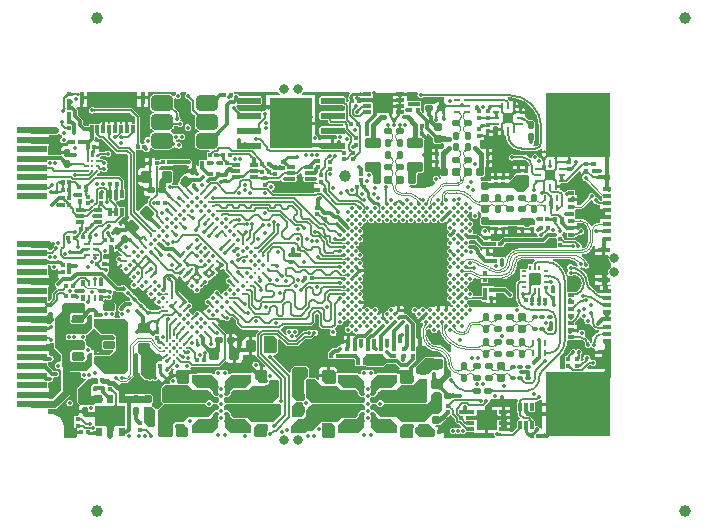
<source format=gbl>
G04*
G04 #@! TF.GenerationSoftware,Altium Limited,Altium Designer,19.1.6 (110)*
G04*
G04 Layer_Physical_Order=8*
G04 Layer_Color=16711680*
%FSLAX44Y44*%
%MOMM*%
G71*
G01*
G75*
%ADD11C,0.3000*%
%ADD12C,0.2000*%
%ADD13C,0.1500*%
%ADD14C,0.2500*%
%ADD15C,0.1000*%
G04:AMPARAMS|DCode=17|XSize=0.5mm|YSize=0.6mm|CornerRadius=0.05mm|HoleSize=0mm|Usage=FLASHONLY|Rotation=270.000|XOffset=0mm|YOffset=0mm|HoleType=Round|Shape=RoundedRectangle|*
%AMROUNDEDRECTD17*
21,1,0.5000,0.5000,0,0,270.0*
21,1,0.4000,0.6000,0,0,270.0*
1,1,0.1000,-0.2500,-0.2000*
1,1,0.1000,-0.2500,0.2000*
1,1,0.1000,0.2500,0.2000*
1,1,0.1000,0.2500,-0.2000*
%
%ADD17ROUNDEDRECTD17*%
%ADD18R,0.3000X0.3500*%
%ADD26R,0.3500X0.3000*%
%ADD36C,0.2000*%
G04:AMPARAMS|DCode=48|XSize=0.6mm|YSize=0.6mm|CornerRadius=0.06mm|HoleSize=0mm|Usage=FLASHONLY|Rotation=0.000|XOffset=0mm|YOffset=0mm|HoleType=Round|Shape=RoundedRectangle|*
%AMROUNDEDRECTD48*
21,1,0.6000,0.4800,0,0,0.0*
21,1,0.4800,0.6000,0,0,0.0*
1,1,0.1200,0.2400,-0.2400*
1,1,0.1200,-0.2400,-0.2400*
1,1,0.1200,-0.2400,0.2400*
1,1,0.1200,0.2400,0.2400*
%
%ADD48ROUNDEDRECTD48*%
G04:AMPARAMS|DCode=49|XSize=1.3mm|YSize=0.8mm|CornerRadius=0.1mm|HoleSize=0mm|Usage=FLASHONLY|Rotation=90.000|XOffset=0mm|YOffset=0mm|HoleType=Round|Shape=RoundedRectangle|*
%AMROUNDEDRECTD49*
21,1,1.3000,0.6000,0,0,90.0*
21,1,1.1000,0.8000,0,0,90.0*
1,1,0.2000,0.3000,0.5500*
1,1,0.2000,0.3000,-0.5500*
1,1,0.2000,-0.3000,-0.5500*
1,1,0.2000,-0.3000,0.5500*
%
%ADD49ROUNDEDRECTD49*%
G04:AMPARAMS|DCode=50|XSize=0.3mm|YSize=0.35mm|CornerRadius=0mm|HoleSize=0mm|Usage=FLASHONLY|Rotation=45.000|XOffset=0mm|YOffset=0mm|HoleType=Round|Shape=Rectangle|*
%AMROTATEDRECTD50*
4,1,4,0.0177,-0.2298,-0.2298,0.0177,-0.0177,0.2298,0.2298,-0.0177,0.0177,-0.2298,0.0*
%
%ADD50ROTATEDRECTD50*%

G04:AMPARAMS|DCode=51|XSize=0.6mm|YSize=0.6mm|CornerRadius=0.06mm|HoleSize=0mm|Usage=FLASHONLY|Rotation=270.000|XOffset=0mm|YOffset=0mm|HoleType=Round|Shape=RoundedRectangle|*
%AMROUNDEDRECTD51*
21,1,0.6000,0.4800,0,0,270.0*
21,1,0.4800,0.6000,0,0,270.0*
1,1,0.1200,-0.2400,-0.2400*
1,1,0.1200,-0.2400,0.2400*
1,1,0.1200,0.2400,0.2400*
1,1,0.1200,0.2400,-0.2400*
%
%ADD51ROUNDEDRECTD51*%
G04:AMPARAMS|DCode=52|XSize=1mm|YSize=0.9mm|CornerRadius=0.1125mm|HoleSize=0mm|Usage=FLASHONLY|Rotation=270.000|XOffset=0mm|YOffset=0mm|HoleType=Round|Shape=RoundedRectangle|*
%AMROUNDEDRECTD52*
21,1,1.0000,0.6750,0,0,270.0*
21,1,0.7750,0.9000,0,0,270.0*
1,1,0.2250,-0.3375,-0.3875*
1,1,0.2250,-0.3375,0.3875*
1,1,0.2250,0.3375,0.3875*
1,1,0.2250,0.3375,-0.3875*
%
%ADD52ROUNDEDRECTD52*%
G04:AMPARAMS|DCode=53|XSize=1mm|YSize=0.9mm|CornerRadius=0.1125mm|HoleSize=0mm|Usage=FLASHONLY|Rotation=180.000|XOffset=0mm|YOffset=0mm|HoleType=Round|Shape=RoundedRectangle|*
%AMROUNDEDRECTD53*
21,1,1.0000,0.6750,0,0,180.0*
21,1,0.7750,0.9000,0,0,180.0*
1,1,0.2250,-0.3875,0.3375*
1,1,0.2250,0.3875,0.3375*
1,1,0.2250,0.3875,-0.3375*
1,1,0.2250,-0.3875,-0.3375*
%
%ADD53ROUNDEDRECTD53*%
G04:AMPARAMS|DCode=55|XSize=0.5mm|YSize=0.6mm|CornerRadius=0.05mm|HoleSize=0mm|Usage=FLASHONLY|Rotation=180.000|XOffset=0mm|YOffset=0mm|HoleType=Round|Shape=RoundedRectangle|*
%AMROUNDEDRECTD55*
21,1,0.5000,0.5000,0,0,180.0*
21,1,0.4000,0.6000,0,0,180.0*
1,1,0.1000,-0.2000,0.2500*
1,1,0.1000,0.2000,0.2500*
1,1,0.1000,0.2000,-0.2500*
1,1,0.1000,-0.2000,-0.2500*
%
%ADD55ROUNDEDRECTD55*%
G04:AMPARAMS|DCode=56|XSize=0.3mm|YSize=0.35mm|CornerRadius=0mm|HoleSize=0mm|Usage=FLASHONLY|Rotation=315.000|XOffset=0mm|YOffset=0mm|HoleType=Round|Shape=Rectangle|*
%AMROTATEDRECTD56*
4,1,4,-0.2298,-0.0177,0.0177,0.2298,0.2298,0.0177,-0.0177,-0.2298,-0.2298,-0.0177,0.0*
%
%ADD56ROTATEDRECTD56*%

%ADD57R,0.5000X0.7000*%
%ADD58R,2.5000X1.7000*%
G04:AMPARAMS|DCode=62|XSize=1mm|YSize=1mm|CornerRadius=0.15mm|HoleSize=0mm|Usage=FLASHONLY|Rotation=180.000|XOffset=0mm|YOffset=0mm|HoleType=Round|Shape=RoundedRectangle|*
%AMROUNDEDRECTD62*
21,1,1.0000,0.7000,0,0,180.0*
21,1,0.7000,1.0000,0,0,180.0*
1,1,0.3000,-0.3500,0.3500*
1,1,0.3000,0.3500,0.3500*
1,1,0.3000,0.3500,-0.3500*
1,1,0.3000,-0.3500,-0.3500*
%
%ADD62ROUNDEDRECTD62*%
%ADD63R,0.2000X0.3950*%
%ADD64R,0.3950X0.2000*%
G04:AMPARAMS|DCode=65|XSize=0.25mm|YSize=0.55mm|CornerRadius=0.0625mm|HoleSize=0mm|Usage=FLASHONLY|Rotation=0.000|XOffset=0mm|YOffset=0mm|HoleType=Round|Shape=RoundedRectangle|*
%AMROUNDEDRECTD65*
21,1,0.2500,0.4250,0,0,0.0*
21,1,0.1250,0.5500,0,0,0.0*
1,1,0.1250,0.0625,-0.2125*
1,1,0.1250,-0.0625,-0.2125*
1,1,0.1250,-0.0625,0.2125*
1,1,0.1250,0.0625,0.2125*
%
%ADD65ROUNDEDRECTD65*%
G04:AMPARAMS|DCode=67|XSize=0.5mm|YSize=0.6mm|CornerRadius=0.05mm|HoleSize=0mm|Usage=FLASHONLY|Rotation=45.000|XOffset=0mm|YOffset=0mm|HoleType=Round|Shape=RoundedRectangle|*
%AMROUNDEDRECTD67*
21,1,0.5000,0.5000,0,0,45.0*
21,1,0.4000,0.6000,0,0,45.0*
1,1,0.1000,0.3182,-0.0354*
1,1,0.1000,0.0354,-0.3182*
1,1,0.1000,-0.3182,0.0354*
1,1,0.1000,-0.0354,0.3182*
%
%ADD67ROUNDEDRECTD67*%
%ADD90C,0.3000*%
%ADD125R,5.5000X5.5000*%
%ADD126C,0.1800*%
%ADD127R,2.5000X0.6000*%
%ADD128C,1.0000*%
%ADD129C,0.3500*%
%ADD130C,0.4000*%
%ADD131C,0.6000*%
%ADD133C,0.1200*%
%ADD134C,0.1400*%
%ADD135C,0.2200*%
%ADD136C,0.5000*%
%ADD137C,0.1100*%
%ADD139C,0.8000*%
%ADD140C,0.3500*%
%ADD141C,0.4000*%
%ADD142C,0.5000*%
G04:AMPARAMS|DCode=144|XSize=0.3mm|YSize=0.7mm|CornerRadius=0.0495mm|HoleSize=0mm|Usage=FLASHONLY|Rotation=90.000|XOffset=0mm|YOffset=0mm|HoleType=Round|Shape=RoundedRectangle|*
%AMROUNDEDRECTD144*
21,1,0.3000,0.6010,0,0,90.0*
21,1,0.2010,0.7000,0,0,90.0*
1,1,0.0990,0.3005,0.1005*
1,1,0.0990,0.3005,-0.1005*
1,1,0.0990,-0.3005,-0.1005*
1,1,0.0990,-0.3005,0.1005*
%
%ADD144ROUNDEDRECTD144*%
G04:AMPARAMS|DCode=145|XSize=0.3mm|YSize=0.7mm|CornerRadius=0.0495mm|HoleSize=0mm|Usage=FLASHONLY|Rotation=180.000|XOffset=0mm|YOffset=0mm|HoleType=Round|Shape=RoundedRectangle|*
%AMROUNDEDRECTD145*
21,1,0.3000,0.6010,0,0,180.0*
21,1,0.2010,0.7000,0,0,180.0*
1,1,0.0990,-0.1005,0.3005*
1,1,0.0990,0.1005,0.3005*
1,1,0.0990,0.1005,-0.3005*
1,1,0.0990,-0.1005,-0.3005*
%
%ADD145ROUNDEDRECTD145*%
G04:AMPARAMS|DCode=146|XSize=0.55mm|YSize=2.1mm|CornerRadius=0.1375mm|HoleSize=0mm|Usage=FLASHONLY|Rotation=90.000|XOffset=0mm|YOffset=0mm|HoleType=Round|Shape=RoundedRectangle|*
%AMROUNDEDRECTD146*
21,1,0.5500,1.8250,0,0,90.0*
21,1,0.2750,2.1000,0,0,90.0*
1,1,0.2750,0.9125,0.1375*
1,1,0.2750,0.9125,-0.1375*
1,1,0.2750,-0.9125,-0.1375*
1,1,0.2750,-0.9125,0.1375*
%
%ADD146ROUNDEDRECTD146*%
%ADD147R,3.6000X4.2000*%
%ADD148R,0.2000X0.2000*%
%ADD149R,1.7000X1.7000*%
%ADD150R,0.6500X0.3000*%
%ADD151R,0.5250X0.2500*%
G04:AMPARAMS|DCode=152|XSize=0.65mm|YSize=0.35mm|CornerRadius=0.0875mm|HoleSize=0mm|Usage=FLASHONLY|Rotation=180.000|XOffset=0mm|YOffset=0mm|HoleType=Round|Shape=RoundedRectangle|*
%AMROUNDEDRECTD152*
21,1,0.6500,0.1750,0,0,180.0*
21,1,0.4750,0.3500,0,0,180.0*
1,1,0.1750,-0.2375,0.0875*
1,1,0.1750,0.2375,0.0875*
1,1,0.1750,0.2375,-0.0875*
1,1,0.1750,-0.2375,-0.0875*
%
%ADD152ROUNDEDRECTD152*%
G04:AMPARAMS|DCode=153|XSize=0.55mm|YSize=0.3mm|CornerRadius=0.075mm|HoleSize=0mm|Usage=FLASHONLY|Rotation=270.000|XOffset=0mm|YOffset=0mm|HoleType=Round|Shape=RoundedRectangle|*
%AMROUNDEDRECTD153*
21,1,0.5500,0.1500,0,0,270.0*
21,1,0.4000,0.3000,0,0,270.0*
1,1,0.1500,-0.0750,-0.2000*
1,1,0.1500,-0.0750,0.2000*
1,1,0.1500,0.0750,0.2000*
1,1,0.1500,0.0750,-0.2000*
%
%ADD153ROUNDEDRECTD153*%
G04:AMPARAMS|DCode=154|XSize=0.55mm|YSize=0.25mm|CornerRadius=0.0625mm|HoleSize=0mm|Usage=FLASHONLY|Rotation=270.000|XOffset=0mm|YOffset=0mm|HoleType=Round|Shape=RoundedRectangle|*
%AMROUNDEDRECTD154*
21,1,0.5500,0.1250,0,0,270.0*
21,1,0.4250,0.2500,0,0,270.0*
1,1,0.1250,-0.0625,-0.2125*
1,1,0.1250,-0.0625,0.2125*
1,1,0.1250,0.0625,0.2125*
1,1,0.1250,0.0625,-0.2125*
%
%ADD154ROUNDEDRECTD154*%
%ADD155C,0.2500*%
%ADD156R,0.3000X0.7000*%
%ADD157R,0.4000X1.0000*%
%ADD158R,0.5000X0.3000*%
%ADD159R,0.7000X0.3000*%
%ADD160R,1.0000X0.3500*%
G04:AMPARAMS|DCode=161|XSize=1.6mm|YSize=0.5mm|CornerRadius=0.075mm|HoleSize=0mm|Usage=FLASHONLY|Rotation=0.000|XOffset=0mm|YOffset=0mm|HoleType=Round|Shape=RoundedRectangle|*
%AMROUNDEDRECTD161*
21,1,1.6000,0.3500,0,0,0.0*
21,1,1.4500,0.5000,0,0,0.0*
1,1,0.1500,0.7250,-0.1750*
1,1,0.1500,-0.7250,-0.1750*
1,1,0.1500,-0.7250,0.1750*
1,1,0.1500,0.7250,0.1750*
%
%ADD161ROUNDEDRECTD161*%
G04:AMPARAMS|DCode=162|XSize=1.3mm|YSize=0.8mm|CornerRadius=0.1mm|HoleSize=0mm|Usage=FLASHONLY|Rotation=0.000|XOffset=0mm|YOffset=0mm|HoleType=Round|Shape=RoundedRectangle|*
%AMROUNDEDRECTD162*
21,1,1.3000,0.6000,0,0,0.0*
21,1,1.1000,0.8000,0,0,0.0*
1,1,0.2000,0.5500,-0.3000*
1,1,0.2000,-0.5500,-0.3000*
1,1,0.2000,-0.5500,0.3000*
1,1,0.2000,0.5500,0.3000*
%
%ADD162ROUNDEDRECTD162*%
G04:AMPARAMS|DCode=163|XSize=0.2mm|YSize=0.45mm|CornerRadius=0.03mm|HoleSize=0mm|Usage=FLASHONLY|Rotation=90.000|XOffset=0mm|YOffset=0mm|HoleType=Round|Shape=RoundedRectangle|*
%AMROUNDEDRECTD163*
21,1,0.2000,0.3900,0,0,90.0*
21,1,0.1400,0.4500,0,0,90.0*
1,1,0.0600,0.1950,0.0700*
1,1,0.0600,0.1950,-0.0700*
1,1,0.0600,-0.1950,-0.0700*
1,1,0.0600,-0.1950,0.0700*
%
%ADD163ROUNDEDRECTD163*%
G04:AMPARAMS|DCode=164|XSize=0.2mm|YSize=0.45mm|CornerRadius=0.03mm|HoleSize=0mm|Usage=FLASHONLY|Rotation=0.000|XOffset=0mm|YOffset=0mm|HoleType=Round|Shape=RoundedRectangle|*
%AMROUNDEDRECTD164*
21,1,0.2000,0.3900,0,0,0.0*
21,1,0.1400,0.4500,0,0,0.0*
1,1,0.0600,0.0700,-0.1950*
1,1,0.0600,-0.0700,-0.1950*
1,1,0.0600,-0.0700,0.1950*
1,1,0.0600,0.0700,0.1950*
%
%ADD164ROUNDEDRECTD164*%
G04:AMPARAMS|DCode=165|XSize=0.8mm|YSize=0.8mm|CornerRadius=0.12mm|HoleSize=0mm|Usage=FLASHONLY|Rotation=180.000|XOffset=0mm|YOffset=0mm|HoleType=Round|Shape=RoundedRectangle|*
%AMROUNDEDRECTD165*
21,1,0.8000,0.5600,0,0,180.0*
21,1,0.5600,0.8000,0,0,180.0*
1,1,0.2400,-0.2800,0.2800*
1,1,0.2400,0.2800,0.2800*
1,1,0.2400,0.2800,-0.2800*
1,1,0.2400,-0.2800,-0.2800*
%
%ADD165ROUNDEDRECTD165*%
G04:AMPARAMS|DCode=166|XSize=0.45mm|YSize=0.35mm|CornerRadius=0.0525mm|HoleSize=0mm|Usage=FLASHONLY|Rotation=180.000|XOffset=0mm|YOffset=0mm|HoleType=Round|Shape=RoundedRectangle|*
%AMROUNDEDRECTD166*
21,1,0.4500,0.2450,0,0,180.0*
21,1,0.3450,0.3500,0,0,180.0*
1,1,0.1050,-0.1725,0.1225*
1,1,0.1050,0.1725,0.1225*
1,1,0.1050,0.1725,-0.1225*
1,1,0.1050,-0.1725,-0.1225*
%
%ADD166ROUNDEDRECTD166*%
G04:AMPARAMS|DCode=167|XSize=1.3mm|YSize=1.85mm|CornerRadius=0.325mm|HoleSize=0mm|Usage=FLASHONLY|Rotation=270.000|XOffset=0mm|YOffset=0mm|HoleType=Round|Shape=RoundedRectangle|*
%AMROUNDEDRECTD167*
21,1,1.3000,1.2000,0,0,270.0*
21,1,0.6500,1.8500,0,0,270.0*
1,1,0.6500,-0.6000,-0.3250*
1,1,0.6500,-0.6000,0.3250*
1,1,0.6500,0.6000,0.3250*
1,1,0.6500,0.6000,-0.3250*
%
%ADD167ROUNDEDRECTD167*%
G04:AMPARAMS|DCode=168|XSize=0.3mm|YSize=0.7mm|CornerRadius=0.075mm|HoleSize=0mm|Usage=FLASHONLY|Rotation=180.000|XOffset=0mm|YOffset=0mm|HoleType=Round|Shape=RoundedRectangle|*
%AMROUNDEDRECTD168*
21,1,0.3000,0.5500,0,0,180.0*
21,1,0.1500,0.7000,0,0,180.0*
1,1,0.1500,-0.0750,0.2750*
1,1,0.1500,0.0750,0.2750*
1,1,0.1500,0.0750,-0.2750*
1,1,0.1500,-0.0750,-0.2750*
%
%ADD168ROUNDEDRECTD168*%
G04:AMPARAMS|DCode=169|XSize=1mm|YSize=0.9mm|CornerRadius=0.1125mm|HoleSize=0mm|Usage=FLASHONLY|Rotation=315.000|XOffset=0mm|YOffset=0mm|HoleType=Round|Shape=RoundedRectangle|*
%AMROUNDEDRECTD169*
21,1,1.0000,0.6750,0,0,315.0*
21,1,0.7750,0.9000,0,0,315.0*
1,1,0.2250,0.0354,-0.5127*
1,1,0.2250,-0.5127,0.0354*
1,1,0.2250,-0.0354,0.5127*
1,1,0.2250,0.5127,-0.0354*
%
%ADD169ROUNDEDRECTD169*%
G04:AMPARAMS|DCode=170|XSize=0.5mm|YSize=0.6mm|CornerRadius=0.05mm|HoleSize=0mm|Usage=FLASHONLY|Rotation=135.000|XOffset=0mm|YOffset=0mm|HoleType=Round|Shape=RoundedRectangle|*
%AMROUNDEDRECTD170*
21,1,0.5000,0.5000,0,0,135.0*
21,1,0.4000,0.6000,0,0,135.0*
1,1,0.1000,0.0354,0.3182*
1,1,0.1000,0.3182,0.0354*
1,1,0.1000,-0.0354,-0.3182*
1,1,0.1000,-0.3182,-0.0354*
%
%ADD170ROUNDEDRECTD170*%
G04:AMPARAMS|DCode=171|XSize=0.25mm|YSize=0.55mm|CornerRadius=0.0625mm|HoleSize=0mm|Usage=FLASHONLY|Rotation=90.000|XOffset=0mm|YOffset=0mm|HoleType=Round|Shape=RoundedRectangle|*
%AMROUNDEDRECTD171*
21,1,0.2500,0.4250,0,0,90.0*
21,1,0.1250,0.5500,0,0,90.0*
1,1,0.1250,0.2125,0.0625*
1,1,0.1250,0.2125,-0.0625*
1,1,0.1250,-0.2125,-0.0625*
1,1,0.1250,-0.2125,0.0625*
%
%ADD171ROUNDEDRECTD171*%
G04:AMPARAMS|DCode=172|XSize=0.6mm|YSize=1mm|CornerRadius=0.075mm|HoleSize=0mm|Usage=FLASHONLY|Rotation=90.000|XOffset=0mm|YOffset=0mm|HoleType=Round|Shape=RoundedRectangle|*
%AMROUNDEDRECTD172*
21,1,0.6000,0.8500,0,0,90.0*
21,1,0.4500,1.0000,0,0,90.0*
1,1,0.1500,0.4250,0.2250*
1,1,0.1500,0.4250,-0.2250*
1,1,0.1500,-0.4250,-0.2250*
1,1,0.1500,-0.4250,0.2250*
%
%ADD172ROUNDEDRECTD172*%
%ADD173R,7.0000X7.0000*%
G36*
X6859Y291311D02*
X6727Y291442D01*
X6561Y291511D01*
X6362Y291520D01*
X6130Y291467D01*
X5864Y291353D01*
X5564Y291178D01*
X5231Y290942D01*
X4864Y290645D01*
X4031Y289866D01*
X3366Y292031D01*
X3635Y292307D01*
X4271Y293060D01*
X4427Y293285D01*
X4554Y293497D01*
X4653Y293697D01*
X4724Y293884D01*
X4766Y294058D01*
X4780Y294219D01*
X6859Y291311D01*
D02*
G37*
G36*
X8239Y294130D02*
X8299Y294051D01*
X8400Y293980D01*
X8540Y293919D01*
X8719Y293867D01*
X8939Y293825D01*
X9200Y293792D01*
X9840Y293755D01*
X10220Y293750D01*
Y291750D01*
X9840Y291745D01*
X8939Y291675D01*
X8719Y291633D01*
X8540Y291581D01*
X8400Y291520D01*
X8299Y291450D01*
X8239Y291370D01*
X8220Y291280D01*
Y294219D01*
X8239Y294130D01*
D02*
G37*
G36*
X283531Y291280D02*
X283510Y291370D01*
X283451Y291450D01*
X283351Y291520D01*
X283211Y291581D01*
X283030Y291633D01*
X282810Y291675D01*
X282551Y291708D01*
X282500Y291711D01*
X282492Y291710D01*
X282188Y291660D01*
X281925Y291590D01*
X281702Y291500D01*
X281519Y291390D01*
X281376Y291260D01*
X281274Y291110D01*
X281211Y290940D01*
X281189Y290750D01*
X281220Y293720D01*
X281530Y293724D01*
Y293750D01*
X281910Y293755D01*
X282810Y293825D01*
X283030Y293867D01*
X283211Y293919D01*
X283351Y293980D01*
X283451Y294050D01*
X283510Y294130D01*
X283531Y294219D01*
Y291280D01*
D02*
G37*
G36*
X255530Y294219D02*
Y291280D01*
X255508Y291465D01*
X255443Y291630D01*
X255333Y291775D01*
X255179Y291901D01*
X254981Y292008D01*
X254739Y292095D01*
X254452Y292163D01*
X254123Y292211D01*
X253748Y292240D01*
X253330Y292250D01*
Y294450D01*
X255530Y294219D01*
D02*
G37*
G36*
X97329Y293691D02*
X97017Y293483D01*
X96410Y292573D01*
X96220Y291621D01*
X95855Y291425D01*
X94955Y291229D01*
X94564Y291814D01*
X93158Y292753D01*
X91500Y293083D01*
X79500D01*
X77842Y292753D01*
X76436Y291814D01*
X75497Y290408D01*
X75167Y288750D01*
Y282250D01*
X75497Y280592D01*
X76436Y279186D01*
X77842Y278247D01*
X78340Y278147D01*
Y276852D01*
X77842Y276753D01*
X76436Y275814D01*
X75497Y274408D01*
X75167Y272750D01*
Y266250D01*
X75497Y264592D01*
X76436Y263186D01*
X77842Y262247D01*
X78340Y262147D01*
Y260853D01*
X77842Y260753D01*
X76436Y259814D01*
X75497Y258408D01*
X75264Y257239D01*
X74999Y256986D01*
X74223Y256509D01*
X73897Y256425D01*
X73250Y256554D01*
X72177Y256340D01*
X71267Y255733D01*
X70659Y254823D01*
X70446Y253750D01*
X70659Y252677D01*
X70798Y252470D01*
X70119Y251200D01*
X67454Y251200D01*
X66434Y252437D01*
Y273800D01*
X66298Y274483D01*
X65912Y275061D01*
X60461Y280512D01*
X59883Y280898D01*
X59200Y281034D01*
X29267D01*
X29160Y281082D01*
X29012Y281086D01*
X28908Y281095D01*
X28817Y281108D01*
X28742Y281125D01*
X28681Y281143D01*
X28632Y281162D01*
X28595Y281180D01*
X28566Y281198D01*
X28543Y281215D01*
X28485Y281270D01*
X28356Y281317D01*
X27573Y281840D01*
X26500Y282054D01*
X25427Y281840D01*
X24517Y281233D01*
X23910Y280323D01*
X23696Y279250D01*
X23910Y278177D01*
X24517Y277267D01*
X25427Y276660D01*
X26500Y276446D01*
X27573Y276660D01*
X28356Y277183D01*
X28485Y277230D01*
X28543Y277285D01*
X28566Y277302D01*
X28595Y277320D01*
X28633Y277338D01*
X28681Y277357D01*
X28742Y277375D01*
X28817Y277392D01*
X28907Y277405D01*
X29012Y277414D01*
X29160Y277418D01*
X29267Y277466D01*
X58461D01*
X62866Y273061D01*
Y268000D01*
X59790D01*
Y269540D01*
X57020D01*
Y263500D01*
X54480D01*
Y269540D01*
X51710D01*
Y268000D01*
X49790D01*
Y269540D01*
X47020D01*
Y263500D01*
X44480D01*
Y269540D01*
X41710D01*
Y268000D01*
X39790D01*
Y269540D01*
X37020D01*
Y263500D01*
X34480D01*
Y269540D01*
X31710D01*
Y268000D01*
X23250D01*
Y266698D01*
X23204Y266613D01*
X23187Y266455D01*
X23185Y266448D01*
X23181Y266441D01*
X23143Y266407D01*
X23040Y266344D01*
X22854Y266268D01*
X22580Y266194D01*
X22224Y266134D01*
X21789Y266096D01*
X21252Y266082D01*
X21178Y266049D01*
X20556D01*
X18799Y267806D01*
Y270000D01*
X18605Y270975D01*
X18052Y271802D01*
X14549Y275306D01*
Y278500D01*
X14355Y279475D01*
X13802Y280302D01*
X12915Y281190D01*
X13441Y282460D01*
X16180D01*
Y290000D01*
X17450D01*
Y291270D01*
X21990D01*
Y294961D01*
X64510D01*
Y291270D01*
X69050D01*
X73590D01*
Y294961D01*
X96944D01*
X97329Y293691D01*
D02*
G37*
G36*
X305820Y293413D02*
X305904Y293358D01*
X306001Y293309D01*
X306111Y293267D01*
X306234Y293231D01*
X306371Y293202D01*
X306521Y293179D01*
X306861Y293153D01*
X307051Y293150D01*
Y291350D01*
X306861Y291347D01*
X306521Y291321D01*
X306371Y291298D01*
X306234Y291269D01*
X306111Y291233D01*
X306001Y291191D01*
X305904Y291142D01*
X305820Y291087D01*
X305750Y291025D01*
Y293475D01*
X305820Y293413D01*
D02*
G37*
G36*
X15481Y290750D02*
X15460Y290940D01*
X15401Y291110D01*
X15301Y291260D01*
X15160Y291390D01*
X14980Y291500D01*
X14761Y291590D01*
X14500Y291660D01*
X14201Y291710D01*
X13861Y291740D01*
X13480Y291750D01*
Y293750D01*
X13861Y293760D01*
X14201Y293790D01*
X14500Y293840D01*
X14761Y293910D01*
X14980Y294000D01*
X15160Y294110D01*
X15301Y294240D01*
X15401Y294390D01*
X15460Y294560D01*
X15481Y294750D01*
Y290750D01*
D02*
G37*
G36*
X136730Y290530D02*
X136711Y290572D01*
X136651Y290609D01*
X136552Y290642D01*
X136414Y290671D01*
X136235Y290695D01*
X135760Y290730D01*
X134750Y290750D01*
Y293750D01*
X135126Y293752D01*
X136414Y293829D01*
X136552Y293858D01*
X136651Y293890D01*
X136711Y293928D01*
X136730Y293969D01*
Y290530D01*
D02*
G37*
G36*
X288560Y291291D02*
X288390Y291230D01*
X288240Y291128D01*
X288110Y290986D01*
X288000Y290803D01*
X287910Y290580D01*
X287840Y290316D01*
X287830Y290257D01*
X287840Y290200D01*
X287910Y289939D01*
X288000Y289720D01*
X288110Y289540D01*
X288240Y289400D01*
X288390Y289300D01*
X288560Y289240D01*
X288750Y289219D01*
X284750D01*
X284940Y289240D01*
X285110Y289300D01*
X285260Y289400D01*
X285390Y289540D01*
X285500Y289720D01*
X285590Y289939D01*
X285660Y290200D01*
X285670Y290257D01*
X285660Y290316D01*
X285590Y290580D01*
X285500Y290803D01*
X285390Y290986D01*
X285260Y291128D01*
X285110Y291230D01*
X284940Y291291D01*
X284750Y291311D01*
X288750D01*
X288560Y291291D01*
D02*
G37*
G36*
X109256Y291416D02*
X109277Y291340D01*
X109313Y291257D01*
X109363Y291166D01*
X109427Y291067D01*
X109506Y290959D01*
X109707Y290720D01*
X109965Y290449D01*
X108551Y289035D01*
X108411Y289171D01*
X108041Y289494D01*
X107933Y289573D01*
X107834Y289637D01*
X107743Y289687D01*
X107660Y289722D01*
X107584Y289743D01*
X107517Y289750D01*
X109250Y291483D01*
X109256Y291416D01*
D02*
G37*
G36*
X105829Y293691D02*
X105517Y293483D01*
X104910Y292573D01*
X104696Y291500D01*
X104910Y290427D01*
X105517Y289517D01*
X106427Y288910D01*
X107208Y288754D01*
X107218Y288745D01*
X107224Y288737D01*
X107227Y288736D01*
X107235Y288727D01*
X107270Y288712D01*
X107280Y288707D01*
X107319Y288681D01*
X107364Y288648D01*
X107677Y288375D01*
X107794Y288261D01*
X107896Y288220D01*
X109711Y286405D01*
Y279750D01*
X109866Y278970D01*
X110308Y278308D01*
X112899Y275718D01*
X112937Y275618D01*
X113254Y275288D01*
X113494Y275012D01*
X113671Y274781D01*
X113707Y274723D01*
X113497Y274408D01*
X113167Y272750D01*
Y266250D01*
X113497Y264592D01*
X114436Y263186D01*
X115842Y262247D01*
X116340Y262147D01*
Y260853D01*
X115842Y260753D01*
X114436Y259814D01*
X113497Y258408D01*
X113167Y256750D01*
Y250250D01*
X113497Y248592D01*
X114436Y247186D01*
X115842Y246246D01*
X117500Y245917D01*
X125529D01*
X125994Y244647D01*
X125390Y244000D01*
X125278D01*
X125238Y244020D01*
X125182Y244000D01*
X125110D01*
X125058Y244015D01*
X125030Y244000D01*
X123200D01*
Y238500D01*
X123147Y238419D01*
X122300Y237500D01*
X121700D01*
Y237500D01*
X116700D01*
Y234996D01*
X116651Y234750D01*
Y232734D01*
X115478Y232248D01*
X114581Y233145D01*
X113575Y233817D01*
X112389Y234053D01*
X111839Y233944D01*
X110741Y234914D01*
X110738Y234921D01*
X110804Y235250D01*
X110590Y236323D01*
X109983Y237233D01*
X109073Y237840D01*
X108000Y238054D01*
X106927Y237840D01*
X106865Y237799D01*
X96116D01*
X96039Y237832D01*
X94149Y237867D01*
X94050Y237874D01*
Y238000D01*
X93020Y238052D01*
X92894Y238000D01*
X89720D01*
X89050Y238000D01*
X87780Y238000D01*
X83450D01*
Y238000D01*
X82465Y237313D01*
X82233Y237226D01*
X82196Y237200D01*
X79440D01*
Y238740D01*
X76670D01*
Y234450D01*
X75400D01*
Y233180D01*
X71360D01*
Y230612D01*
X68875D01*
X67445Y230327D01*
X66233Y229517D01*
X65423Y228305D01*
X65138Y226875D01*
Y224270D01*
X72250D01*
Y221730D01*
X67845D01*
X68086Y218336D01*
X68040Y218367D01*
X67947Y218395D01*
X67807Y218420D01*
X67620Y218441D01*
X66773Y218485D01*
X65500Y218500D01*
Y221730D01*
X65138D01*
Y219125D01*
X65423Y217695D01*
X66233Y216483D01*
X67445Y215673D01*
X68875Y215388D01*
X69138D01*
X70180Y214118D01*
X70150Y213969D01*
Y213239D01*
X75750D01*
Y210699D01*
X70150D01*
Y209969D01*
X70386Y208783D01*
X71058Y207778D01*
X72064Y207106D01*
X73250Y206870D01*
X75076D01*
X75563Y205696D01*
X73808Y203942D01*
X73366Y203280D01*
X73211Y202500D01*
Y200892D01*
X71997Y199903D01*
X71168Y199738D01*
X70465Y199268D01*
X65692Y194495D01*
X65157Y193918D01*
X64853Y193831D01*
X63789Y194553D01*
Y243242D01*
X63789Y243243D01*
X63634Y244023D01*
X63362Y244430D01*
X63664Y245339D01*
X63925Y245700D01*
X67150Y245700D01*
X68420Y245700D01*
X69655D01*
X69660Y245677D01*
X70267Y244767D01*
X71177Y244160D01*
X72250Y243946D01*
X73323Y244160D01*
X74233Y244767D01*
X74840Y245677D01*
X75054Y246750D01*
X74992Y247061D01*
X76188Y247556D01*
X76436Y247186D01*
X77842Y246246D01*
X79500Y245917D01*
X91500D01*
X93158Y246246D01*
X94564Y247186D01*
X94905Y247696D01*
X95000D01*
X96073Y247910D01*
X97517Y247767D01*
X98427Y247160D01*
X99500Y246946D01*
X100573Y247160D01*
X101483Y247767D01*
X102090Y248677D01*
X102304Y249750D01*
X102090Y250823D01*
X101483Y251733D01*
X100573Y252341D01*
X99500Y252554D01*
X98427Y252341D01*
X96983Y252483D01*
X96862Y252563D01*
X96858Y253029D01*
X97500Y254196D01*
X98573Y254410D01*
X98969Y254674D01*
X99875Y254914D01*
X100781Y254674D01*
X101177Y254410D01*
X102250Y254196D01*
X103323Y254410D01*
X104233Y255017D01*
X104840Y255927D01*
X105054Y257000D01*
X104840Y258073D01*
X104233Y258983D01*
X103323Y259590D01*
X102250Y259804D01*
X101177Y259590D01*
X100781Y259326D01*
X99875Y259086D01*
X98969Y259326D01*
X98573Y259590D01*
X97500Y259804D01*
X96427Y259590D01*
X95517Y258983D01*
X95119D01*
X94564Y259814D01*
X93158Y260753D01*
X92660Y260853D01*
Y262147D01*
X93158Y262247D01*
X94564Y263186D01*
X95503Y264592D01*
X95812Y266142D01*
X95830Y266145D01*
X96017Y266161D01*
X96275Y266168D01*
X96383Y266216D01*
X97733D01*
X97840Y266168D01*
X97988Y266164D01*
X98092Y266155D01*
X98183Y266142D01*
X98258Y266126D01*
X98319Y266107D01*
X98368Y266088D01*
X98405Y266070D01*
X98434Y266052D01*
X98457Y266035D01*
X98516Y265980D01*
X98644Y265933D01*
X99427Y265410D01*
X100500Y265196D01*
X101573Y265410D01*
X102483Y266017D01*
X103090Y266927D01*
X103304Y268000D01*
X103090Y269073D01*
X102483Y269983D01*
X101573Y270590D01*
X100927Y270719D01*
X100840Y270927D01*
X101054Y272000D01*
X100840Y273073D01*
X100317Y273856D01*
X100270Y273985D01*
X100216Y274043D01*
X100198Y274066D01*
X100181Y274095D01*
X100162Y274132D01*
X100143Y274181D01*
X100125Y274242D01*
X100108Y274317D01*
X100095Y274407D01*
X100086Y274512D01*
X100082Y274660D01*
X100034Y274767D01*
Y276750D01*
X99899Y277433D01*
X99512Y278012D01*
X96523Y281000D01*
X96480Y281112D01*
X96247Y281354D01*
X96068Y281558D01*
X95927Y281738D01*
X95826Y281889D01*
X95779Y281975D01*
X95833Y282250D01*
Y288750D01*
X95761Y289111D01*
X96958Y289607D01*
X97017Y289517D01*
X97927Y288910D01*
X99000Y288696D01*
X100073Y288910D01*
X100983Y289517D01*
X101590Y290427D01*
X101804Y291500D01*
X101590Y292573D01*
X100983Y293483D01*
X100671Y293691D01*
X101056Y294961D01*
X105444D01*
X105829Y293691D01*
D02*
G37*
G36*
X237549Y289018D02*
X237680Y288908D01*
X237810Y288811D01*
X237941Y288727D01*
X238072Y288657D01*
X238203Y288599D01*
X238335Y288555D01*
X238467Y288523D01*
X238600Y288505D01*
X238732Y288500D01*
X237000Y286768D01*
X236995Y286900D01*
X236977Y287033D01*
X236945Y287165D01*
X236901Y287297D01*
X236843Y287428D01*
X236772Y287559D01*
X236689Y287690D01*
X236592Y287820D01*
X236482Y287950D01*
X236359Y288080D01*
X237420Y289141D01*
X237549Y289018D01*
D02*
G37*
G36*
X346362Y288848D02*
X346429Y288818D01*
X346530Y288791D01*
X346666Y288767D01*
X346836Y288748D01*
X347553Y288710D01*
X348204Y288702D01*
Y286902D01*
X347862Y286901D01*
X346530Y286814D01*
X346429Y286787D01*
X346362Y286757D01*
X346330Y286722D01*
Y288883D01*
X346362Y288848D01*
D02*
G37*
G36*
X244163Y293691D02*
X243986Y293514D01*
X243522Y292819D01*
X243359Y292000D01*
Y291245D01*
X242910Y290573D01*
X242696Y289500D01*
X242910Y288427D01*
X243345Y287775D01*
X243295Y287541D01*
X242068Y286653D01*
X241581Y286775D01*
X241524Y286899D01*
X241340Y287823D01*
X241297Y287889D01*
Y288925D01*
X241112Y289852D01*
X240587Y290637D01*
X239802Y291162D01*
X238875Y291346D01*
X220625D01*
X219698Y291162D01*
X218913Y290637D01*
X218388Y289852D01*
X218204Y288925D01*
Y286175D01*
X218388Y285248D01*
X218913Y284463D01*
X219698Y283938D01*
X220625Y283753D01*
X238875D01*
X239038Y283786D01*
X239049Y283778D01*
X239512Y283387D01*
X239787Y283122D01*
X239899Y283078D01*
X239960Y283017D01*
X240005Y282959D01*
X240020Y282957D01*
X240216Y282761D01*
Y279597D01*
X238946Y278632D01*
X238875Y278646D01*
X220625D01*
X219698Y278462D01*
X218913Y277937D01*
X218388Y277152D01*
X218204Y276225D01*
Y273475D01*
X218388Y272548D01*
X218913Y271763D01*
X219698Y271238D01*
X220625Y271053D01*
X225417D01*
X225418Y270982D01*
X225513Y270763D01*
X225602Y270317D01*
X225988Y269738D01*
X227603Y268123D01*
X228182Y267736D01*
X228865Y267601D01*
X238815D01*
X239105Y267188D01*
X239054Y266912D01*
X238426Y265946D01*
X220625D01*
X219698Y265762D01*
X218913Y265237D01*
X218388Y264452D01*
X218204Y263525D01*
Y260775D01*
X218388Y259848D01*
X218913Y259063D01*
X219698Y258538D01*
X220625Y258353D01*
X233020D01*
X233812Y257083D01*
X233696Y256500D01*
X233778Y256087D01*
X232906Y254817D01*
X231020D01*
Y249450D01*
X228480D01*
Y254817D01*
X220625D01*
X219097Y254513D01*
X218634Y254203D01*
X217880Y254726D01*
X217615Y255049D01*
X217804Y256000D01*
X217590Y257073D01*
X216983Y257983D01*
X216073Y258590D01*
X215000Y258804D01*
X214790Y258976D01*
Y267230D01*
X194250D01*
Y269770D01*
X214790D01*
Y292040D01*
X204237D01*
X203852Y293310D01*
X203980Y293395D01*
X205026Y294961D01*
X243637D01*
X244163Y293691D01*
D02*
G37*
G36*
X281209Y289560D02*
X281270Y289390D01*
X281372Y289240D01*
X281514Y289110D01*
X281697Y289000D01*
X281920Y288910D01*
X282184Y288840D01*
X282448Y288797D01*
X282810Y288825D01*
X283030Y288867D01*
X283211Y288919D01*
X283351Y288980D01*
X283451Y289050D01*
X283510Y289130D01*
X283531Y289219D01*
Y286280D01*
X283510Y286370D01*
X283451Y286450D01*
X283351Y286520D01*
X283211Y286581D01*
X283030Y286633D01*
X282810Y286675D01*
X282551Y286708D01*
X282498Y286711D01*
X282489Y286710D01*
X282184Y286660D01*
X281920Y286590D01*
X281697Y286500D01*
X281514Y286390D01*
X281372Y286260D01*
X281270Y286110D01*
X281209Y285940D01*
X281189Y285750D01*
Y289750D01*
X281209Y289560D01*
D02*
G37*
G36*
X256520Y286250D02*
X255950Y286243D01*
X254600Y286135D01*
X254270Y286070D01*
X254000Y285991D01*
X253790Y285897D01*
X253640Y285790D01*
X253550Y285667D01*
X253520Y285530D01*
Y288969D01*
X253550Y289023D01*
X253640Y289070D01*
X253790Y289112D01*
X254000Y289149D01*
X254270Y289180D01*
X255440Y289239D01*
X256520Y289250D01*
Y286250D01*
D02*
G37*
G36*
X264311Y284750D02*
X264281Y285035D01*
X264190Y285290D01*
X264038Y285515D01*
X263826Y285710D01*
X263553Y285875D01*
X263220Y286010D01*
X262826Y286115D01*
X262372Y286190D01*
X261856Y286235D01*
X261281Y286250D01*
Y289250D01*
X261856Y289265D01*
X262372Y289310D01*
X262826Y289385D01*
X263220Y289490D01*
X263553Y289625D01*
X263826Y289790D01*
X264038Y289985D01*
X264190Y290210D01*
X264281Y290465D01*
X264311Y290750D01*
Y284750D01*
D02*
G37*
G36*
X288560Y286291D02*
X288390Y286230D01*
X288240Y286128D01*
X288110Y285986D01*
X288000Y285803D01*
X287910Y285580D01*
X287840Y285316D01*
X287830Y285257D01*
X287840Y285200D01*
X287910Y284939D01*
X288000Y284720D01*
X288110Y284540D01*
X288240Y284400D01*
X288390Y284300D01*
X288560Y284240D01*
X288750Y284219D01*
X284750D01*
X284940Y284240D01*
X285110Y284300D01*
X285260Y284400D01*
X285390Y284540D01*
X285500Y284720D01*
X285590Y284939D01*
X285660Y285200D01*
X285670Y285257D01*
X285660Y285316D01*
X285590Y285580D01*
X285500Y285803D01*
X285390Y285986D01*
X285260Y286128D01*
X285110Y286230D01*
X284940Y286291D01*
X284750Y286311D01*
X288750D01*
X288560Y286291D01*
D02*
G37*
G36*
X240154Y287241D02*
X240130Y287090D01*
X240144Y286922D01*
X240196Y286735D01*
X240286Y286532D01*
X240291Y286524D01*
X240500Y286733D01*
X240505Y286600D01*
X240523Y286467D01*
X240555Y286335D01*
X240599Y286203D01*
X240657Y286072D01*
X240727Y285941D01*
X240811Y285810D01*
X240891Y285703D01*
X241306Y285254D01*
X240539Y283900D01*
X240238Y284191D01*
X239707Y284640D01*
X239476Y284799D01*
X239284Y284905D01*
X239165Y284945D01*
X239033Y284977D01*
X238900Y284995D01*
X238796Y284999D01*
X238783Y284998D01*
X238667Y284938D01*
X238575Y284835D01*
X240215Y287375D01*
X240154Y287241D01*
D02*
G37*
G36*
X340918Y284064D02*
X340970Y284009D01*
X341039Y283961D01*
X341126Y283919D01*
X341231Y283883D01*
X341354Y283854D01*
X341494Y283832D01*
X341653Y283815D01*
X342024Y283803D01*
X341170Y282487D01*
Y281722D01*
X341144Y281738D01*
X341078Y281751D01*
X340973Y281763D01*
X340645Y281782D01*
X339680Y281795D01*
X337830Y281722D01*
Y281808D01*
X337775Y281803D01*
X336476Y283803D01*
X336847Y283815D01*
X337005Y283832D01*
X337146Y283854D01*
X337269Y283883D01*
X337374Y283919D01*
X337461Y283961D01*
X337530Y284009D01*
X337582Y284064D01*
X337616Y284125D01*
X337886Y283861D01*
X337922Y283854D01*
X338027Y283842D01*
X338355Y283822D01*
X339320Y283810D01*
X340614Y283861D01*
X340885Y284125D01*
X340918Y284064D01*
D02*
G37*
G36*
X185020Y293395D02*
X185148Y293310D01*
X184763Y292040D01*
X173710D01*
Y283511D01*
X173856Y283515D01*
X174371Y283560D01*
X174826Y283635D01*
X175220Y283740D01*
X175553Y283875D01*
X175826Y284040D01*
X176038Y284235D01*
X176190Y284460D01*
X176281Y284715D01*
X176311Y285000D01*
Y279000D01*
X176281Y279285D01*
X176190Y279540D01*
X176038Y279765D01*
X175826Y279960D01*
X175553Y280125D01*
X175220Y280260D01*
X174826Y280365D01*
X174371Y280440D01*
X173856Y280485D01*
X173710Y280489D01*
Y280358D01*
X172500Y279304D01*
X171427Y279090D01*
X170678Y278590D01*
X169587Y277937D01*
X168802Y278462D01*
X167875Y278646D01*
X151911D01*
X151747Y278720D01*
X151541Y278838D01*
X151313Y278993D01*
X150726Y279481D01*
X150404Y279791D01*
X150326Y279821D01*
X150281Y279893D01*
X150230Y279904D01*
X149287Y280847D01*
X149249Y280946D01*
X149013Y281193D01*
X148857Y281378D01*
X148819Y281431D01*
X148793Y281470D01*
X148788Y281480D01*
X148773Y281514D01*
X148764Y281523D01*
X148763Y281526D01*
X148755Y281532D01*
X148746Y281542D01*
X148590Y282323D01*
X148258Y282821D01*
X149091Y283860D01*
X149625Y283753D01*
X167875D01*
X168802Y283938D01*
X169587Y284463D01*
X170112Y285248D01*
X170296Y286175D01*
Y288925D01*
X170112Y289852D01*
X169587Y290637D01*
X168802Y291162D01*
X167875Y291346D01*
X150825D01*
X150232Y292232D01*
X149323Y292840D01*
X148250Y293054D01*
X147570Y292918D01*
X146539Y293525D01*
X146385Y293691D01*
X146543Y294961D01*
X183974D01*
X185020Y293395D01*
D02*
G37*
G36*
X8001Y285681D02*
X8220D01*
X8178Y285651D01*
X8141Y285560D01*
X8108Y285410D01*
X8079Y285201D01*
X8045Y284735D01*
X8141Y283139D01*
X8178Y283050D01*
X8220Y283020D01*
X8006D01*
X8000Y282680D01*
X5000D01*
X4999Y283020D01*
X4780D01*
X4822Y283050D01*
X4859Y283139D01*
X4892Y283290D01*
X4921Y283500D01*
X4955Y283965D01*
X4859Y285560D01*
X4822Y285651D01*
X4780Y285681D01*
X4994D01*
X5000Y286019D01*
X8000D01*
X8001Y285681D01*
D02*
G37*
G36*
X332670Y281722D02*
X332644Y281738D01*
X332578Y281751D01*
X332473Y281763D01*
X332145Y281782D01*
X330637Y281803D01*
Y283803D01*
X332670Y283883D01*
Y281722D01*
D02*
G37*
G36*
X281209Y284560D02*
X281270Y284390D01*
X281372Y284240D01*
X281514Y284110D01*
X281697Y284000D01*
X281920Y283910D01*
X282184Y283840D01*
X282448Y283797D01*
X282810Y283825D01*
X283030Y283867D01*
X283211Y283919D01*
X283351Y283980D01*
X283451Y284050D01*
X283510Y284130D01*
X283531Y284219D01*
Y281280D01*
X283510Y281370D01*
X283451Y281450D01*
X283351Y281520D01*
X283211Y281581D01*
X283030Y281633D01*
X282810Y281675D01*
X282551Y281708D01*
X282498Y281711D01*
X282489Y281710D01*
X282184Y281660D01*
X281920Y281590D01*
X281697Y281500D01*
X281514Y281390D01*
X281372Y281260D01*
X281270Y281110D01*
X281209Y280940D01*
X281189Y280750D01*
Y284750D01*
X281209Y284560D01*
D02*
G37*
G36*
X255530Y281280D02*
X255520Y281275D01*
X255490Y281269D01*
X255440Y281265D01*
X255169Y281255D01*
X254525Y281250D01*
Y282750D01*
X254721Y282752D01*
X255186Y282791D01*
X255300Y282814D01*
X255393Y282842D01*
X255466Y282875D01*
X255518Y282913D01*
X255550Y282957D01*
X255561Y283005D01*
X255530Y281280D01*
D02*
G37*
G36*
X364384Y280820D02*
X363962Y280384D01*
X363304Y279616D01*
X363068Y279282D01*
X362892Y278982D01*
X362779Y278716D01*
X362727Y278484D01*
X362736Y278286D01*
X362807Y278122D01*
X362939Y277991D01*
X359641Y280289D01*
X359816Y280201D01*
X360015Y280165D01*
X360238Y280180D01*
X360485Y280247D01*
X360756Y280366D01*
X361051Y280536D01*
X361370Y280758D01*
X361402Y280784D01*
X361444Y280870D01*
X361474Y280958D01*
X361486Y281038D01*
X361481Y281109D01*
X361459Y281171D01*
X361757Y281073D01*
X362469Y281734D01*
X364384Y280820D01*
D02*
G37*
G36*
X302155Y293691D02*
X301910Y293323D01*
X301696Y292250D01*
X301910Y291177D01*
X302517Y290267D01*
X303427Y289660D01*
X304500Y289446D01*
X305573Y289660D01*
X306332Y290167D01*
X306335Y290168D01*
X306362Y290173D01*
X306390Y290175D01*
X306401Y290181D01*
X306417Y290184D01*
X306444Y290201D01*
X306456Y290206D01*
X306498Y290218D01*
X306566Y290233D01*
X306644Y290245D01*
X306912Y290265D01*
X307069Y290268D01*
X307173Y290313D01*
X323969D01*
Y286868D01*
X324250Y286977D01*
X324253Y286783D01*
X324278Y286446D01*
X324301Y286303D01*
X324329Y286176D01*
X324364Y286067D01*
X324405Y285974D01*
X324453Y285898D01*
X324507Y285840D01*
X324567Y285798D01*
X322520Y285187D01*
Y283479D01*
X323446Y283000D01*
X323840D01*
X323750Y283508D01*
X323647Y283564D01*
X323623Y283614D01*
X323677Y283658D01*
X323810Y283696D01*
X324022Y283729D01*
X324312Y283755D01*
X325329Y283789D01*
X325466Y283905D01*
X326492Y283803D01*
X326258Y283143D01*
Y281803D01*
X325841Y281793D01*
X325471Y281763D01*
X325149Y281712D01*
X324874Y281642D01*
X324647Y281553D01*
X324468Y281443D01*
X324336Y281313D01*
X324253Y281162D01*
X324216Y280993D01*
X324228Y280802D01*
X324058Y281764D01*
X323434D01*
X322910Y281246D01*
X322520Y281630D01*
Y281000D01*
X319980D01*
Y286099D01*
X318750D01*
X317564Y285864D01*
X316558Y285192D01*
X316096Y284500D01*
X314250D01*
Y284500D01*
X314173Y284448D01*
X313750Y284624D01*
X308750D01*
X307602Y284148D01*
X307127Y283000D01*
Y279000D01*
X307566Y277939D01*
X307234Y277269D01*
X307200Y277255D01*
X306487Y277175D01*
X305517Y278216D01*
X305125Y278701D01*
X304825Y279128D01*
X304799Y279172D01*
Y279200D01*
X304750Y279446D01*
Y280386D01*
X304766Y280416D01*
X304750Y280470D01*
Y280539D01*
X304769Y280595D01*
X304750Y281700D01*
Y282300D01*
X304750D01*
Y287300D01*
X302246D01*
X302000Y287349D01*
X298760D01*
X298698Y287390D01*
X297625Y287604D01*
X296552Y287390D01*
X296490Y287349D01*
X295250D01*
X295004Y287300D01*
X292540D01*
Y291480D01*
X286750D01*
Y294020D01*
X292540D01*
Y294961D01*
X301495D01*
X302155Y293691D01*
D02*
G37*
G36*
X372557Y280762D02*
X372537Y280949D01*
X372475Y281117D01*
X372373Y281266D01*
X372229Y281394D01*
X372045Y281503D01*
X371820Y281592D01*
X371553Y281661D01*
X371246Y281710D01*
X370898Y281740D01*
X370508Y281750D01*
Y283750D01*
X370898Y283760D01*
X371246Y283790D01*
X371553Y283839D01*
X371820Y283908D01*
X372045Y283997D01*
X372229Y284106D01*
X372373Y284234D01*
X372475Y284382D01*
X372537Y284551D01*
X372557Y284738D01*
Y280762D01*
D02*
G37*
G36*
X250195Y281011D02*
X250064Y280989D01*
X249929Y280951D01*
X249790Y280898D01*
X249648Y280830D01*
X249501Y280747D01*
X249350Y280648D01*
X249196Y280534D01*
X248876Y280259D01*
X248710Y280099D01*
X247700Y281210D01*
X247823Y281341D01*
X247931Y281471D01*
X248025Y281602D01*
X248103Y281733D01*
X248167Y281864D01*
X248216Y281995D01*
X248251Y282126D01*
X248270Y282257D01*
X248275Y282389D01*
X248265Y282520D01*
X250195Y281011D01*
D02*
G37*
G36*
X3750Y281486D02*
X3440Y279456D01*
X1459Y280726D01*
X1514Y280745D01*
X1564Y280784D01*
X1607Y280843D01*
X1645Y280921D01*
X1677Y281019D01*
X1703Y281136D01*
X1724Y281273D01*
X1738Y281429D01*
X1750Y281800D01*
X3750Y281486D01*
D02*
G37*
G36*
X288560Y281291D02*
X288390Y281230D01*
X288240Y281128D01*
X288110Y280986D01*
X288000Y280803D01*
X287910Y280580D01*
X287840Y280316D01*
X287830Y280257D01*
X287840Y280200D01*
X287910Y279939D01*
X288000Y279720D01*
X288110Y279540D01*
X288240Y279400D01*
X288390Y279300D01*
X288560Y279240D01*
X288750Y279219D01*
X283531D01*
X283715Y279240D01*
X283880Y279300D01*
X284025Y279400D01*
X284151Y279540D01*
X284258Y279720D01*
X284345Y279939D01*
X284413Y280200D01*
X284421Y280250D01*
X284413Y280300D01*
X284345Y280560D01*
X284258Y280780D01*
X284151Y280960D01*
X284025Y281100D01*
X283880Y281200D01*
X283715Y281260D01*
X283531Y281280D01*
X284935Y281291D01*
X284750Y281311D01*
X288750D01*
X288560Y281291D01*
D02*
G37*
G36*
X94663Y282232D02*
X94644Y282076D01*
X94658Y281908D01*
X94706Y281726D01*
X94787Y281531D01*
X94902Y281324D01*
X95051Y281103D01*
X95233Y280869D01*
X95449Y280622D01*
X95699Y280362D01*
X94939Y279000D01*
X94689Y279239D01*
X94246Y279598D01*
X94053Y279718D01*
X93878Y279798D01*
X93722Y279838D01*
X93584Y279838D01*
X93466Y279798D01*
X93366Y279719D01*
X93285Y279600D01*
X94717Y282374D01*
X94663Y282232D01*
D02*
G37*
G36*
X147757Y281166D02*
X147778Y281090D01*
X147813Y281007D01*
X147863Y280916D01*
X147927Y280817D01*
X148006Y280709D01*
X148207Y280470D01*
X148465Y280199D01*
X147051Y278785D01*
X146911Y278921D01*
X146541Y279244D01*
X146433Y279323D01*
X146334Y279387D01*
X146243Y279437D01*
X146160Y279473D01*
X146084Y279494D01*
X146018Y279500D01*
X147750Y281232D01*
X147757Y281166D01*
D02*
G37*
G36*
X355470Y280320D02*
X352061Y278712D01*
X352109Y278760D01*
X352115Y278839D01*
X352081Y278948D01*
X352005Y279089D01*
X351889Y279261D01*
X351731Y279464D01*
X351292Y279963D01*
X350689Y280586D01*
X352811Y282707D01*
X355470Y280320D01*
D02*
G37*
G36*
X320730Y278522D02*
X320649Y278544D01*
X320541Y278529D01*
X320408Y278477D01*
X320248Y278388D01*
X320062Y278262D01*
X319851Y278099D01*
X319349Y277662D01*
X318742Y277078D01*
X317043Y278207D01*
X317338Y278507D01*
X318136Y279436D01*
X318239Y279599D01*
X318305Y279736D01*
X318332Y279844D01*
X318321Y279926D01*
X318272Y279980D01*
X320730Y278522D01*
D02*
G37*
G36*
X27847Y280385D02*
X27954Y280304D01*
X28070Y280233D01*
X28194Y280171D01*
X28328Y280119D01*
X28470Y280076D01*
X28622Y280043D01*
X28783Y280019D01*
X28953Y280005D01*
X29131Y280000D01*
Y278500D01*
X28953Y278495D01*
X28783Y278481D01*
X28622Y278457D01*
X28470Y278424D01*
X28328Y278381D01*
X28194Y278329D01*
X28070Y278267D01*
X27954Y278196D01*
X27847Y278115D01*
X27750Y278025D01*
Y280475D01*
X27847Y280385D01*
D02*
G37*
G36*
X252897Y279312D02*
X252774Y279182D01*
X252664Y279052D01*
X252567Y278922D01*
X252483Y278791D01*
X252412Y278660D01*
X252354Y278529D01*
X252308Y278397D01*
X252276Y278265D01*
X252257Y278132D01*
X252250Y278000D01*
X250535Y279750D01*
X250668Y279754D01*
X250801Y279771D01*
X250933Y279801D01*
X251065Y279845D01*
X251196Y279902D01*
X251327Y279972D01*
X251458Y280055D01*
X251589Y280151D01*
X251719Y280261D01*
X251849Y280384D01*
X252897Y279312D01*
D02*
G37*
G36*
X267275Y276795D02*
X267269Y276748D01*
X267261Y276561D01*
X267250Y275250D01*
X264250D01*
X264280Y276780D01*
X266780Y276811D01*
X266748Y276805D01*
X267281Y276811D01*
X267275Y276795D01*
D02*
G37*
G36*
X384520Y280370D02*
X384580Y280030D01*
X384680Y279730D01*
X384820Y279470D01*
X385000Y279250D01*
X385220Y279070D01*
X385480Y278930D01*
X385780Y278830D01*
X386120Y278770D01*
X386500Y278750D01*
X385914Y276750D01*
X385520Y276736D01*
X385138Y276693D01*
X384767Y276623D01*
X384408Y276524D01*
X384061Y276397D01*
X383725Y276241D01*
X383401Y276057D01*
X383096Y275850D01*
X382903Y275625D01*
X382677Y275310D01*
X382506Y275024D01*
X382388Y274767D01*
X382326Y274540D01*
X382317Y274340D01*
X382362Y274170D01*
X382462Y274029D01*
X379779Y276712D01*
X379920Y276612D01*
X380090Y276567D01*
X380289Y276576D01*
X380518Y276639D01*
X380774Y276756D01*
X381060Y276928D01*
X381375Y277153D01*
X381580Y277321D01*
X381595Y277339D01*
X381807Y277651D01*
X381991Y277975D01*
X382146Y278311D01*
X382274Y278658D01*
X382373Y279017D01*
X382443Y279388D01*
X382486Y279770D01*
X382500Y280164D01*
X384500Y280750D01*
X384520Y280370D01*
D02*
G37*
G36*
X342191Y276565D02*
X342127Y276635D01*
X342052Y276671D01*
X341967Y276674D01*
X341872Y276643D01*
X341766Y276578D01*
X341650Y276480D01*
X341523Y276348D01*
X341386Y276182D01*
X341238Y275983D01*
X341080Y275751D01*
X340331Y276515D01*
X340505Y276789D01*
X340886Y277483D01*
X340966Y277672D01*
X341022Y277840D01*
X341055Y277988D01*
X341064Y278114D01*
X341050Y278218D01*
X341012Y278302D01*
X342191Y276565D01*
D02*
G37*
G36*
X324509Y279273D02*
X324573Y279169D01*
X324627Y278967D01*
X324671Y278667D01*
X324706Y278270D01*
X324750Y276492D01*
X322750D01*
X322740Y276912D01*
X322710Y277284D01*
X322660Y277607D01*
X322590Y277883D01*
X322500Y278110D01*
X322390Y278289D01*
X322260Y278419D01*
X322110Y278502D01*
X321940Y278536D01*
X321750Y278522D01*
X324258Y279000D01*
X324352Y279189D01*
X324435Y279280D01*
X324509Y279273D01*
D02*
G37*
G36*
X256902Y276311D02*
X256821Y276426D01*
X256711Y276491D01*
X256572Y276507D01*
X256404Y276472D01*
X256206Y276388D01*
X255979Y276254D01*
X255724Y276070D01*
X255438Y275837D01*
X254781Y275220D01*
X254470Y277031D01*
X254737Y277308D01*
X255165Y277818D01*
X255327Y278052D01*
X255453Y278272D01*
X255545Y278477D01*
X255602Y278667D01*
X255623Y278843D01*
X255609Y279005D01*
X255561Y279152D01*
X256902Y276311D01*
D02*
G37*
G36*
X150005Y278673D02*
X150661Y278128D01*
X150966Y277920D01*
X151257Y277754D01*
X151532Y277631D01*
X151792Y277550D01*
X152037Y277512D01*
X152268Y277518D01*
X152483Y277565D01*
X148285Y276167D01*
X148461Y276254D01*
X148575Y276375D01*
X148626Y276532D01*
X148615Y276723D01*
X148541Y276948D01*
X148405Y277209D01*
X148207Y277505D01*
X147946Y277835D01*
X147622Y278200D01*
X147236Y278600D01*
X149654Y279010D01*
X150005Y278673D01*
D02*
G37*
G36*
X337950Y278218D02*
X337935Y278114D01*
X337945Y277988D01*
X337977Y277840D01*
X338034Y277672D01*
X338114Y277483D01*
X338217Y277273D01*
X338494Y276789D01*
X338668Y276515D01*
X337920Y275751D01*
X337762Y275983D01*
X337477Y276348D01*
X337350Y276480D01*
X337234Y276578D01*
X337128Y276643D01*
X337033Y276674D01*
X336948Y276671D01*
X336873Y276635D01*
X336809Y276565D01*
X337988Y278302D01*
X337950Y278218D01*
D02*
G37*
G36*
X313980Y278620D02*
X313746Y278591D01*
X313537Y278505D01*
X313353Y278362D01*
X313193Y278161D01*
X313057Y277903D01*
X312947Y277587D01*
X312861Y277214D01*
X312799Y276783D01*
X312762Y276295D01*
X312750Y275750D01*
X309750D01*
X309738Y276295D01*
X309701Y276783D01*
X309639Y277214D01*
X309553Y277587D01*
X309443Y277903D01*
X309307Y278161D01*
X309147Y278362D01*
X308963Y278505D01*
X308754Y278591D01*
X308520Y278620D01*
X313980Y278620D01*
D02*
G37*
G36*
X280810Y276791D02*
X280640Y276730D01*
X280490Y276628D01*
X280360Y276486D01*
X280250Y276303D01*
X280160Y276080D01*
X280090Y275816D01*
X280040Y275511D01*
X280010Y275166D01*
X280000Y274781D01*
X278000D01*
X277990Y275166D01*
X277960Y275511D01*
X277910Y275816D01*
X277840Y276080D01*
X277750Y276303D01*
X277640Y276486D01*
X277510Y276628D01*
X277360Y276730D01*
X277190Y276791D01*
X277000Y276811D01*
X281000D01*
X280810Y276791D01*
D02*
G37*
G36*
X303504Y280311D02*
X303407Y280052D01*
X303400Y279746D01*
X303482Y279392D01*
X303652Y278992D01*
X303912Y278544D01*
X304261Y278049D01*
X304698Y277507D01*
X305841Y276281D01*
X303330Y274548D01*
X300280Y277731D01*
X303689Y280523D01*
X303504Y280311D01*
D02*
G37*
G36*
X287176Y276292D02*
X287034Y276236D01*
X286909Y276143D01*
X286800Y276013D01*
X286709Y275845D01*
X286633Y275640D01*
X286575Y275397D01*
X286533Y275117D01*
X286508Y274800D01*
X286500Y274446D01*
X284500D01*
X284492Y274800D01*
X284467Y275117D01*
X284425Y275397D01*
X284366Y275640D01*
X284291Y275845D01*
X284200Y276013D01*
X284091Y276143D01*
X283966Y276236D01*
X283824Y276292D01*
X283666Y276311D01*
X287334D01*
X287176Y276292D01*
D02*
G37*
G36*
X115929Y276999D02*
X116592Y276447D01*
X116896Y276240D01*
X117181Y276079D01*
X117448Y275964D01*
X117696Y275896D01*
X117926Y275873D01*
X118138Y275897D01*
X118331Y275967D01*
X114602Y274086D01*
X114760Y274193D01*
X114864Y274328D01*
X114912Y274489D01*
X114906Y274676D01*
X114845Y274891D01*
X114730Y275133D01*
X114559Y275401D01*
X114334Y275696D01*
X114053Y276018D01*
X113718Y276367D01*
X115571Y277344D01*
X115929Y276999D01*
D02*
G37*
G36*
X374909Y277768D02*
X375625Y277153D01*
X375940Y276928D01*
X376226Y276756D01*
X376483Y276639D01*
X376711Y276576D01*
X376910Y276567D01*
X377080Y276612D01*
X377221Y276712D01*
X374538Y274029D01*
X374638Y274170D01*
X374683Y274340D01*
X374674Y274540D01*
X374612Y274767D01*
X374494Y275024D01*
X374323Y275310D01*
X374097Y275625D01*
X373816Y275968D01*
X373093Y276742D01*
X374508Y278157D01*
X374909Y277768D01*
D02*
G37*
G36*
X173682Y275198D02*
X173644Y275130D01*
X173610Y275046D01*
X173581Y274947D01*
X173556Y274831D01*
X173536Y274699D01*
X173509Y274388D01*
X173500Y274014D01*
X171500D01*
X171498Y274209D01*
X171464Y274699D01*
X171444Y274831D01*
X171419Y274947D01*
X171390Y275046D01*
X171356Y275130D01*
X171318Y275198D01*
X171275Y275250D01*
X173725D01*
X173682Y275198D01*
D02*
G37*
G36*
X370301Y276787D02*
X370132Y276725D01*
X369984Y276623D01*
X369856Y276479D01*
X369747Y276295D01*
X369658Y276070D01*
X369589Y275803D01*
X369539Y275496D01*
X369519Y275250D01*
X369539Y275004D01*
X369589Y274697D01*
X369658Y274430D01*
X369747Y274205D01*
X369856Y274021D01*
X369984Y273877D01*
X370132Y273775D01*
X370301Y273713D01*
X370488Y273693D01*
X366512D01*
X366699Y273713D01*
X366867Y273775D01*
X367016Y273877D01*
X367144Y274021D01*
X367253Y274205D01*
X367342Y274430D01*
X367411Y274697D01*
X367461Y275004D01*
X367481Y275250D01*
X367461Y275496D01*
X367411Y275803D01*
X367342Y276070D01*
X367253Y276295D01*
X367144Y276479D01*
X367016Y276623D01*
X366867Y276725D01*
X366699Y276787D01*
X366512Y276807D01*
X370488D01*
X370301Y276787D01*
D02*
G37*
G36*
X99005Y274452D02*
X99019Y274283D01*
X99043Y274122D01*
X99076Y273971D01*
X99119Y273828D01*
X99171Y273694D01*
X99233Y273570D01*
X99304Y273454D01*
X99385Y273347D01*
X99475Y273250D01*
X97025D01*
X97115Y273347D01*
X97196Y273454D01*
X97267Y273570D01*
X97329Y273694D01*
X97381Y273828D01*
X97424Y273971D01*
X97457Y274122D01*
X97481Y274283D01*
X97495Y274452D01*
X97500Y274631D01*
X99000D01*
X99005Y274452D01*
D02*
G37*
G36*
X324752Y274041D02*
X324786Y273551D01*
X324806Y273419D01*
X324831Y273304D01*
X324860Y273204D01*
X324894Y273120D01*
X324932Y273052D01*
X324975Y273000D01*
X322525D01*
X322568Y273052D01*
X322606Y273120D01*
X322640Y273204D01*
X322669Y273304D01*
X322694Y273419D01*
X322714Y273551D01*
X322741Y273862D01*
X322750Y274236D01*
X324750D01*
X324752Y274041D01*
D02*
G37*
G36*
X284164Y271696D02*
X283895Y271408D01*
X283655Y271107D01*
X283443Y270795D01*
X283259Y270471D01*
X283104Y270135D01*
X282976Y269788D01*
X282877Y269429D01*
X282807Y269058D01*
X282798Y268976D01*
X282806Y268919D01*
X282831Y268804D01*
X282860Y268704D01*
X282894Y268620D01*
X282932Y268552D01*
X282975Y268500D01*
X282758D01*
X282750Y268282D01*
X280750D01*
X280742Y268500D01*
X280525D01*
X280568Y268552D01*
X280606Y268620D01*
X280640Y268704D01*
X280669Y268804D01*
X280694Y268919D01*
X280703Y268976D01*
X280693Y269058D01*
X280623Y269429D01*
X280524Y269788D01*
X280396Y270135D01*
X280241Y270471D01*
X280057Y270795D01*
X279845Y271107D01*
X279604Y271408D01*
X279336Y271696D01*
X280336Y273525D01*
X280619Y273270D01*
X280902Y273072D01*
X281184Y272931D01*
X281467Y272846D01*
X281750Y272817D01*
X282033Y272846D01*
X282316Y272931D01*
X282598Y273072D01*
X282881Y273270D01*
X283164Y273525D01*
X284164Y271696D01*
D02*
G37*
G36*
X380965Y273801D02*
X380829Y273661D01*
X380506Y273291D01*
X380427Y273183D01*
X380363Y273084D01*
X380313Y272993D01*
X380277Y272910D01*
X380257Y272834D01*
X380250Y272768D01*
X378517Y274500D01*
X378585Y274506D01*
X378660Y274527D01*
X378743Y274563D01*
X378834Y274613D01*
X378933Y274677D01*
X379041Y274756D01*
X379280Y274957D01*
X379551Y275215D01*
X380965Y273801D01*
D02*
G37*
G36*
X377589Y275079D02*
X377959Y274756D01*
X378067Y274677D01*
X378166Y274613D01*
X378257Y274563D01*
X378340Y274527D01*
X378415Y274506D01*
X378483Y274500D01*
X376750Y272768D01*
X376744Y272834D01*
X376722Y272910D01*
X376687Y272993D01*
X376637Y273084D01*
X376573Y273183D01*
X376494Y273291D01*
X376293Y273530D01*
X376035Y273801D01*
X377449Y275215D01*
X377589Y275079D01*
D02*
G37*
G36*
X318752Y273791D02*
X318786Y273301D01*
X318806Y273169D01*
X318831Y273053D01*
X318860Y272954D01*
X318894Y272870D01*
X318932Y272802D01*
X318975Y272750D01*
X316525D01*
X316568Y272802D01*
X316606Y272870D01*
X316640Y272954D01*
X316669Y273053D01*
X316694Y273169D01*
X316714Y273301D01*
X316741Y273612D01*
X316750Y273986D01*
X318750D01*
X318752Y273791D01*
D02*
G37*
G36*
X362990Y274535D02*
X363050Y274370D01*
X363149Y274225D01*
X363289Y274099D01*
X363470Y273992D01*
X363689Y273905D01*
X363950Y273837D01*
X364249Y273789D01*
X364590Y273760D01*
X364969Y273750D01*
Y271750D01*
X362970Y271780D01*
Y274720D01*
X362990Y274535D01*
D02*
G37*
G36*
X359530Y271780D02*
X359510Y271775D01*
X359450Y271770D01*
X359030Y271758D01*
X357531Y271750D01*
Y273750D01*
X357910Y273760D01*
X358251Y273789D01*
X358550Y273837D01*
X358811Y273905D01*
X359030Y273992D01*
X359211Y274099D01*
X359351Y274225D01*
X359450Y274370D01*
X359510Y274535D01*
X359530Y274720D01*
Y271780D01*
D02*
G37*
G36*
X355490Y274535D02*
X355550Y274370D01*
X355649Y274225D01*
X355789Y274099D01*
X355970Y273992D01*
X356189Y273905D01*
X356450Y273837D01*
X356749Y273789D01*
X357090Y273760D01*
X357469Y273750D01*
Y271750D01*
X355470Y271780D01*
Y274720D01*
X355490Y274535D01*
D02*
G37*
G36*
X390690Y273608D02*
X390756Y273549D01*
X390853Y273481D01*
X390982Y273402D01*
X391335Y273215D01*
X392103Y272860D01*
X392422Y272721D01*
X391344Y271241D01*
X390826Y271453D01*
X389894Y271772D01*
X389481Y271879D01*
X389102Y271951D01*
X388758Y271988D01*
X388449Y271991D01*
X388175Y271958D01*
X387935Y271891D01*
X387730Y271789D01*
X390656Y273656D01*
X390690Y273608D01*
D02*
G37*
G36*
X8178Y274450D02*
X8141Y274361D01*
X8108Y274210D01*
X8079Y274000D01*
X8035Y273400D01*
X8029Y273055D01*
X8141Y271189D01*
X8178Y271099D01*
X8220Y271070D01*
X4780D01*
X4822Y271099D01*
X4859Y271189D01*
X4892Y271339D01*
X4921Y271549D01*
X4965Y272150D01*
X4971Y272495D01*
X4859Y274361D01*
X4822Y274450D01*
X4780Y274480D01*
X8220D01*
X8178Y274450D01*
D02*
G37*
G36*
X228287Y272123D02*
X228227Y272089D01*
X228174Y272033D01*
X228127Y271953D01*
X228088Y271851D01*
X228057Y271726D01*
X228032Y271579D01*
X228014Y271408D01*
X228000Y271000D01*
X226500D01*
X226497Y271216D01*
X226468Y271579D01*
X226443Y271726D01*
X226411Y271851D01*
X226373Y271953D01*
X226327Y272033D01*
X226273Y272089D01*
X226213Y272123D01*
X226146Y272135D01*
X228354D01*
X228287Y272123D01*
D02*
G37*
G36*
X380257Y272666D02*
X380277Y272590D01*
X380313Y272507D01*
X380363Y272416D01*
X380427Y272317D01*
X380506Y272209D01*
X380707Y271970D01*
X380965Y271699D01*
X379551Y270285D01*
X379411Y270421D01*
X379041Y270744D01*
X378933Y270823D01*
X378834Y270887D01*
X378743Y270937D01*
X378660Y270972D01*
X378585Y270993D01*
X378517Y271000D01*
X380250Y272733D01*
X380257Y272666D01*
D02*
G37*
G36*
X378483Y271000D02*
X378415Y270993D01*
X378340Y270972D01*
X378257Y270937D01*
X378166Y270887D01*
X378067Y270823D01*
X377959Y270744D01*
X377720Y270543D01*
X377449Y270285D01*
X376035Y271699D01*
X376171Y271839D01*
X376494Y272209D01*
X376573Y272317D01*
X376637Y272416D01*
X376687Y272507D01*
X376722Y272590D01*
X376744Y272666D01*
X376750Y272733D01*
X378483Y271000D01*
D02*
G37*
G36*
X377221Y268788D02*
X377080Y268888D01*
X376910Y268933D01*
X376711Y268925D01*
X376483Y268862D01*
X376226Y268744D01*
X375940Y268573D01*
X375625Y268347D01*
X375281Y268067D01*
X374508Y267343D01*
X373093Y268758D01*
X373482Y269159D01*
X374097Y269875D01*
X374323Y270190D01*
X374494Y270476D01*
X374612Y270732D01*
X374674Y270961D01*
X374683Y271160D01*
X374638Y271330D01*
X374538Y271471D01*
X377221Y268788D01*
D02*
G37*
G36*
X250693Y270378D02*
X250904Y270198D01*
X251114Y270039D01*
X251324Y269901D01*
X251533Y269785D01*
X251742Y269689D01*
X251950Y269615D01*
X252157Y269562D01*
X252364Y269530D01*
X252570Y269519D01*
X249631Y268248D01*
X249753Y268327D01*
X249825Y268435D01*
X249846Y268574D01*
X249816Y268741D01*
X249736Y268939D01*
X249604Y269166D01*
X249422Y269422D01*
X249189Y269708D01*
X248570Y270369D01*
X250481Y270580D01*
X250693Y270378D01*
D02*
G37*
G36*
X394969Y270810D02*
X395669Y270198D01*
X395852Y270068D01*
X396009Y269976D01*
X396141Y269921D01*
X396247Y269903D01*
X396328Y269922D01*
X396384Y269978D01*
X395022Y267616D01*
X395048Y267702D01*
X395039Y267811D01*
X394995Y267943D01*
X394917Y268098D01*
X394804Y268276D01*
X394656Y268477D01*
X394257Y268946D01*
X393719Y269508D01*
X394684Y271088D01*
X394969Y270810D01*
D02*
G37*
G36*
X359281Y265830D02*
X359260Y265749D01*
X359201Y265676D01*
X359100Y265611D01*
X358960Y265555D01*
X358874Y265532D01*
Y265400D01*
X358679Y265398D01*
X358188Y265364D01*
X358057Y265344D01*
X357941Y265319D01*
X357841Y265290D01*
X357757Y265256D01*
X357689Y265218D01*
X357637Y265175D01*
Y265404D01*
X357281Y265400D01*
Y267400D01*
X357637Y267409D01*
Y267625D01*
X357689Y267582D01*
X357757Y267544D01*
X357841Y267510D01*
X357941Y267481D01*
X358057Y267456D01*
X358078Y267453D01*
X358301Y267490D01*
X358560Y267560D01*
X358781Y267650D01*
X358960Y267760D01*
X359100Y267890D01*
X359201Y268040D01*
X359260Y268210D01*
X359281Y268400D01*
Y265830D01*
D02*
G37*
G36*
X382362Y271330D02*
X382317Y271160D01*
X382326Y270961D01*
X382388Y270732D01*
X382506Y270476D01*
X382677Y270190D01*
X382903Y269875D01*
X383184Y269531D01*
X383907Y268758D01*
X382492Y267343D01*
X382091Y267732D01*
X381375Y268347D01*
X381060Y268573D01*
X380774Y268744D01*
X380518Y268862D01*
X380289Y268925D01*
X380090Y268933D01*
X379920Y268888D01*
X379779Y268788D01*
X382462Y271471D01*
X382362Y271330D01*
D02*
G37*
G36*
X244102Y270269D02*
X244672Y269781D01*
X244921Y269605D01*
X245145Y269473D01*
X245345Y269387D01*
X245520Y269345D01*
X245672Y269348D01*
X245799Y269396D01*
X245902Y269489D01*
X244061Y267148D01*
X244132Y267273D01*
X244163Y267417D01*
X244153Y267581D01*
X244104Y267764D01*
X244015Y267967D01*
X243886Y268188D01*
X243717Y268430D01*
X243508Y268690D01*
X242970Y269269D01*
X243780Y270580D01*
X244102Y270269D01*
D02*
G37*
G36*
X99250Y266775D02*
X99152Y266865D01*
X99046Y266946D01*
X98930Y267017D01*
X98806Y267079D01*
X98672Y267131D01*
X98529Y267174D01*
X98378Y267207D01*
X98217Y267231D01*
X98048Y267245D01*
X97869Y267250D01*
X97869Y268750D01*
X98048Y268755D01*
X98217Y268769D01*
X98378Y268793D01*
X98530Y268826D01*
X98672Y268869D01*
X98806Y268921D01*
X98930Y268983D01*
X99046Y269054D01*
X99153Y269135D01*
X99250Y269225D01*
X99250Y266775D01*
D02*
G37*
G36*
X94732Y269358D02*
X94778Y269230D01*
X94854Y269118D01*
X94962Y269020D01*
X95099Y268937D01*
X95268Y268870D01*
X95467Y268818D01*
X95696Y268780D01*
X95956Y268758D01*
X96247Y268750D01*
Y267250D01*
X95956Y267243D01*
X95696Y267220D01*
X95467Y267183D01*
X95268Y267130D01*
X95099Y267063D01*
X94962Y266980D01*
X94854Y266882D01*
X94778Y266770D01*
X94732Y266642D01*
X94717Y266500D01*
Y269500D01*
X94732Y269358D01*
D02*
G37*
G36*
X356634Y265232D02*
X356231Y264817D01*
X356219Y264802D01*
X356370Y264650D01*
X356303Y264643D01*
X356228Y264622D01*
X356145Y264587D01*
X356054Y264537D01*
X355954Y264473D01*
X355908Y264439D01*
X355599Y264079D01*
X355369Y263756D01*
X355196Y263465D01*
X355080Y263204D01*
X355021Y262974D01*
X355020Y262776D01*
X355076Y262608D01*
X355189Y262471D01*
X352246Y264989D01*
X352401Y264894D01*
X352584Y264853D01*
X352793Y264864D01*
X353028Y264929D01*
X353291Y265047D01*
X353581Y265218D01*
X353897Y265442D01*
X354240Y265719D01*
X354345Y265817D01*
X354382Y265859D01*
X354460Y265967D01*
X354525Y266066D01*
X354575Y266157D01*
X354610Y266240D01*
X354631Y266315D01*
X354638Y266383D01*
X354789Y266231D01*
X355007Y266434D01*
X356634Y265232D01*
D02*
G37*
G36*
X362739Y268766D02*
X362799Y268762D01*
X364720Y268750D01*
Y266750D01*
X364339Y266741D01*
X363999Y266713D01*
X363699Y266667D01*
X363439Y266603D01*
X363219Y266520D01*
X363040Y266419D01*
X362900Y266299D01*
X362799Y266161D01*
X362739Y266005D01*
X362719Y265830D01*
Y268769D01*
X362739Y268766D01*
D02*
G37*
G36*
X252530Y267649D02*
X252548Y267585D01*
X252591Y267501D01*
X252661Y267397D01*
X252757Y267271D01*
X253028Y266957D01*
X253630Y266330D01*
X252720Y265119D01*
X252500Y265337D01*
X251713Y266029D01*
X251618Y266089D01*
X251544Y266122D01*
X251491Y266130D01*
X251459Y266111D01*
X252539Y267691D01*
X252530Y267649D01*
D02*
G37*
G36*
X168379Y266796D02*
X168386Y266479D01*
X168447Y265875D01*
X168501Y265586D01*
X168569Y265307D01*
X168653Y265037D01*
X168752Y264776D01*
X168867Y264525D01*
X168997Y264282D01*
X169142Y264049D01*
X165379Y264865D01*
X165569Y264847D01*
X165739Y264877D01*
X165889Y264957D01*
X166019Y265086D01*
X166129Y265264D01*
X166219Y265492D01*
X166289Y265769D01*
X166339Y266095D01*
X166369Y266471D01*
X166379Y266896D01*
X168379Y266796D01*
D02*
G37*
G36*
X288087Y265858D02*
X287964Y265714D01*
X287855Y265569D01*
X287761Y265423D01*
X287681Y265276D01*
X287616Y265127D01*
X287565Y264978D01*
X287556Y264940D01*
X287580Y264848D01*
X287625Y264735D01*
X287680Y264642D01*
X287745Y264570D01*
X287820Y264519D01*
X287905Y264488D01*
X288000Y264477D01*
X286000D01*
X286095Y264488D01*
X286180Y264519D01*
X286255Y264570D01*
X286320Y264642D01*
X286375Y264735D01*
X286420Y264848D01*
X286444Y264940D01*
X286435Y264978D01*
X286384Y265127D01*
X286319Y265276D01*
X286239Y265423D01*
X286145Y265569D01*
X286036Y265714D01*
X285913Y265858D01*
X285775Y266000D01*
X288225D01*
X288087Y265858D01*
D02*
G37*
G36*
X278087Y265858D02*
X277964Y265714D01*
X277855Y265569D01*
X277761Y265423D01*
X277681Y265276D01*
X277616Y265127D01*
X277565Y264978D01*
X277556Y264940D01*
X277580Y264848D01*
X277625Y264735D01*
X277680Y264642D01*
X277745Y264570D01*
X277820Y264519D01*
X277905Y264488D01*
X278000Y264477D01*
X276000D01*
X276095Y264488D01*
X276180Y264519D01*
X276255Y264570D01*
X276320Y264642D01*
X276375Y264735D01*
X276420Y264848D01*
X276444Y264940D01*
X276435Y264978D01*
X276384Y265127D01*
X276319Y265276D01*
X276239Y265423D01*
X276145Y265569D01*
X276036Y265714D01*
X275913Y265858D01*
X275775Y266000D01*
X278225D01*
X278087Y265858D01*
D02*
G37*
G36*
X298416Y271156D02*
X301139Y268101D01*
X301248Y267889D01*
X301258Y267762D01*
X301169Y267719D01*
X298230Y264280D01*
X298202Y264577D01*
X298117Y264901D01*
X297976Y265254D01*
X297778Y265636D01*
X297523Y266045D01*
X297212Y266484D01*
X296420Y267445D01*
X295939Y267968D01*
X295402Y268519D01*
X297616Y271962D01*
X298416Y271156D01*
D02*
G37*
G36*
X268598Y268270D02*
X268061Y267721D01*
X266788Y266274D01*
X266477Y265858D01*
X266222Y265476D01*
X266024Y265127D01*
X265883Y264811D01*
X265798Y264529D01*
X265770Y264280D01*
X262831Y267719D01*
X262789Y267762D01*
X262842Y267889D01*
X262988Y268101D01*
X263228Y268398D01*
X264509Y269798D01*
X266634Y271962D01*
X268598Y268270D01*
D02*
G37*
G36*
X4780Y265469D02*
Y263220D01*
X4768Y263273D01*
X4729Y263321D01*
X4665Y263363D01*
X4576Y263399D01*
X4460Y263430D01*
X4320Y263455D01*
X4153Y263475D01*
X3743Y263497D01*
X3500Y263500D01*
Y265500D01*
X4780Y265469D01*
D02*
G37*
G36*
X337715Y260508D02*
X337579Y260370D01*
X337126Y259855D01*
X337081Y259787D01*
X337052Y259730D01*
X337038Y259685D01*
X337039Y259652D01*
X336619Y260992D01*
X336631Y260972D01*
X336650Y260963D01*
X336677Y260965D01*
X336712Y260978D01*
X336754Y261003D01*
X336804Y261038D01*
X336862Y261084D01*
X337000Y261208D01*
X337080Y261287D01*
X337715Y260508D01*
D02*
G37*
G36*
X24281Y260500D02*
X24251Y260785D01*
X24160Y261040D01*
X24011Y261265D01*
X23800Y261460D01*
X23530Y261625D01*
X23201Y261760D01*
X22810Y261865D01*
X22360Y261940D01*
X21851Y261985D01*
X21281Y262000D01*
Y265000D01*
X21851Y265015D01*
X22360Y265060D01*
X22810Y265135D01*
X23201Y265240D01*
X23530Y265375D01*
X23800Y265540D01*
X24011Y265735D01*
X24160Y265960D01*
X24251Y266215D01*
X24281Y266500D01*
Y260500D01*
D02*
G37*
G36*
X61902Y260061D02*
X61760Y260115D01*
X61592Y260121D01*
X61395Y260080D01*
X61171Y259990D01*
X60920Y259852D01*
X60641Y259665D01*
X60334Y259431D01*
X59639Y258818D01*
X59250Y258440D01*
X58220Y259531D01*
X58542Y259863D01*
X59044Y260448D01*
X59225Y260700D01*
X59357Y260926D01*
X59443Y261124D01*
X59481Y261296D01*
X59472Y261442D01*
X59415Y261560D01*
X59311Y261652D01*
X61902Y260061D01*
D02*
G37*
G36*
X50816D02*
X50732Y260106D01*
X50628Y260116D01*
X50502Y260092D01*
X50357Y260035D01*
X50190Y259942D01*
X50003Y259816D01*
X49795Y259656D01*
X49318Y259233D01*
X49048Y258970D01*
X48573Y259909D01*
X48780Y260122D01*
X49104Y260501D01*
X49222Y260666D01*
X49311Y260816D01*
X49370Y260949D01*
X49399Y261066D01*
X49399Y261168D01*
X49370Y261254D01*
X49311Y261323D01*
X50816Y260061D01*
D02*
G37*
G36*
X134707Y259835D02*
X134140Y259248D01*
X133253Y258193D01*
X132931Y257726D01*
X132691Y257297D01*
X132533Y256909D01*
X132457Y256561D01*
X132462Y256252D01*
X132549Y255984D01*
X132717Y255755D01*
X128505Y259967D01*
X128734Y259799D01*
X129002Y259712D01*
X129311Y259707D01*
X129659Y259783D01*
X130048Y259942D01*
X130476Y260181D01*
X130943Y260503D01*
X131451Y260906D01*
X131998Y261390D01*
X132585Y261957D01*
X134707Y259835D01*
D02*
G37*
G36*
X342006Y261202D02*
X342268Y260972D01*
X342312Y260943D01*
X342347Y260924D01*
X342375Y260917D01*
X342393Y260920D01*
X342404Y260935D01*
X342022Y259652D01*
X342020Y259677D01*
X342001Y259716D01*
X341967Y259767D01*
X341917Y259833D01*
X341770Y260004D01*
X341285Y260508D01*
X341920Y261287D01*
X342006Y261202D01*
D02*
G37*
G36*
X31775Y260050D02*
X31769Y260019D01*
X31765Y259965D01*
X31753Y259541D01*
X31750Y259000D01*
X29750D01*
X29720Y260061D01*
X31781D01*
X31775Y260050D01*
D02*
G37*
G36*
X379405Y260575D02*
X379402Y260304D01*
X379400Y258791D01*
X377600D01*
X377594Y260594D01*
X379406D01*
X379405Y260575D01*
D02*
G37*
G36*
X48073Y257994D02*
X47971Y257882D01*
X47879Y257761D01*
X47797Y257629D01*
X47725Y257488D01*
X47662Y257337D01*
X47610Y257176D01*
X47567Y257004D01*
X47535Y256823D01*
X47512Y256632D01*
X47499Y256432D01*
X45853Y258247D01*
X46048Y258241D01*
X46235Y258248D01*
X46412Y258266D01*
X46581Y258297D01*
X46740Y258340D01*
X46890Y258395D01*
X47032Y258463D01*
X47164Y258542D01*
X47287Y258634D01*
X47402Y258738D01*
X48073Y257994D01*
D02*
G37*
G36*
X42130Y260011D02*
X42050Y259951D01*
X41980Y259851D01*
X41919Y259711D01*
X41867Y259531D01*
X41825Y259310D01*
X41792Y259051D01*
X41755Y258410D01*
X41750Y258030D01*
X39750D01*
X39745Y258410D01*
X39675Y259310D01*
X39633Y259531D01*
X39581Y259711D01*
X39520Y259851D01*
X39450Y259951D01*
X39370Y260011D01*
X39281Y260030D01*
X42220D01*
X42130Y260011D01*
D02*
G37*
G36*
X355239Y259330D02*
X355299Y259251D01*
X355400Y259180D01*
X355540Y259119D01*
X355719Y259067D01*
X355939Y259025D01*
X356199Y258992D01*
X356839Y258955D01*
X357220Y258950D01*
Y256950D01*
X356839Y256945D01*
X355939Y256875D01*
X355719Y256833D01*
X355540Y256781D01*
X355400Y256720D01*
X355299Y256649D01*
X355239Y256570D01*
X355219Y256481D01*
Y259419D01*
X355239Y259330D01*
D02*
G37*
G36*
X306680Y264260D02*
X306600Y264200D01*
X306530Y264100D01*
X306469Y263960D01*
X306417Y263780D01*
X306375Y263560D01*
X306342Y263300D01*
X306315Y262832D01*
X306318Y262669D01*
X306375Y261939D01*
X306417Y261719D01*
X306469Y261539D01*
X306530Y261399D01*
X306600Y261299D01*
X306680Y261239D01*
X306770Y261219D01*
X306347D01*
X306357Y260737D01*
X306770Y261219D01*
X306791Y260986D01*
X306854Y260732D01*
X306960Y260459D01*
X307109Y260165D01*
X307300Y259851D01*
X307533Y259517D01*
X308127Y258789D01*
X308488Y258395D01*
X308891Y257980D01*
X306970Y255659D01*
X306556Y256062D01*
X305449Y257017D01*
X305124Y257250D01*
X304821Y257441D01*
X304541Y257589D01*
X304282Y257696D01*
X304045Y257759D01*
X303830Y257780D01*
X306163Y260510D01*
X304239D01*
X304250Y260552D01*
X304261Y260652D01*
X304278Y261029D01*
X304280Y261219D01*
X303830D01*
X303920Y261239D01*
X304000Y261299D01*
X304070Y261399D01*
X304131Y261539D01*
X304183Y261719D01*
X304225Y261939D01*
X304258Y262199D01*
X304289Y262737D01*
X304225Y263560D01*
X304183Y263780D01*
X304131Y263960D01*
X304070Y264100D01*
X304000Y264200D01*
X303920Y264260D01*
X303831Y264280D01*
X306770D01*
X306680Y264260D01*
D02*
G37*
G36*
X51847Y257635D02*
X51954Y257554D01*
X52070Y257483D01*
X52194Y257421D01*
X52328Y257369D01*
X52471Y257326D01*
X52622Y257293D01*
X52783Y257269D01*
X52952Y257255D01*
X53131Y257250D01*
Y255750D01*
X52952Y255745D01*
X52783Y255731D01*
X52622Y255707D01*
X52471Y255674D01*
X52328Y255631D01*
X52194Y255579D01*
X52070Y255517D01*
X51954Y255446D01*
X51847Y255365D01*
X51750Y255275D01*
Y257725D01*
X51847Y257635D01*
D02*
G37*
G36*
X301770Y258473D02*
X301830Y257787D01*
X301930Y257183D01*
X302070Y256659D01*
X302250Y256216D01*
X302470Y255853D01*
X302730Y255571D01*
X303030Y255369D01*
X303370Y255248D01*
X303750Y255208D01*
X295750D01*
X296130Y255248D01*
X296470Y255369D01*
X296770Y255571D01*
X297030Y255853D01*
X297250Y256216D01*
X297430Y256659D01*
X297570Y257183D01*
X297670Y257787D01*
X297730Y258473D01*
X297750Y259238D01*
X301750D01*
X301770Y258473D01*
D02*
G37*
G36*
X266270D02*
X266330Y257787D01*
X266430Y257183D01*
X266570Y256659D01*
X266750Y256216D01*
X266970Y255853D01*
X267230Y255571D01*
X267530Y255369D01*
X267870Y255248D01*
X268250Y255208D01*
X260250D01*
X260630Y255248D01*
X260970Y255369D01*
X261270Y255571D01*
X261530Y255853D01*
X261750Y256216D01*
X261930Y256659D01*
X262070Y257183D01*
X262170Y257787D01*
X262230Y258473D01*
X262250Y259238D01*
X266250D01*
X266270Y258473D01*
D02*
G37*
G36*
X280215Y254008D02*
X280079Y253870D01*
X279627Y253355D01*
X279582Y253287D01*
X279552Y253230D01*
X279538Y253185D01*
X279539Y253152D01*
X279119Y254492D01*
X279131Y254472D01*
X279151Y254463D01*
X279177Y254465D01*
X279212Y254478D01*
X279254Y254503D01*
X279304Y254538D01*
X279362Y254583D01*
X279500Y254708D01*
X279580Y254787D01*
X280215Y254008D01*
D02*
G37*
G36*
X316602Y259791D02*
X317708Y258851D01*
X318197Y258509D01*
X318643Y258251D01*
X319046Y258078D01*
X319405Y257990D01*
X319722Y257987D01*
X319996Y258069D01*
X320226Y258236D01*
X316014Y254024D01*
X316181Y254254D01*
X316262Y254528D01*
X316259Y254845D01*
X316172Y255204D01*
X315999Y255607D01*
X315741Y256053D01*
X315399Y256542D01*
X314971Y257074D01*
X313862Y258266D01*
X315984Y260388D01*
X316602Y259791D01*
D02*
G37*
G36*
X166597Y256135D02*
X166704Y256054D01*
X166820Y255983D01*
X166944Y255921D01*
X167078Y255869D01*
X167220Y255826D01*
X167372Y255793D01*
X167533Y255769D01*
X167703Y255755D01*
X167881Y255750D01*
Y254250D01*
X167703Y254245D01*
X167533Y254231D01*
X167372Y254207D01*
X167220Y254174D01*
X167078Y254131D01*
X166944Y254079D01*
X166820Y254017D01*
X166704Y253946D01*
X166597Y253865D01*
X166500Y253775D01*
Y256225D01*
X166597Y256135D01*
D02*
G37*
G36*
X284506Y254702D02*
X284768Y254472D01*
X284812Y254443D01*
X284848Y254424D01*
X284875Y254417D01*
X284894Y254420D01*
X284904Y254435D01*
X284522Y253152D01*
X284520Y253177D01*
X284501Y253216D01*
X284467Y253267D01*
X284417Y253333D01*
X284270Y253504D01*
X283785Y254008D01*
X284420Y254787D01*
X284506Y254702D01*
D02*
G37*
G36*
X321940Y257927D02*
X322114Y257785D01*
X322357Y257660D01*
X322671Y257551D01*
X323054Y257459D01*
X323507Y257384D01*
X324030Y257325D01*
X325284Y257258D01*
X326016Y257250D01*
Y253250D01*
X325284Y253242D01*
X323507Y253116D01*
X323054Y253041D01*
X322671Y252949D01*
X322357Y252840D01*
X322114Y252715D01*
X321940Y252573D01*
X321836Y252414D01*
Y258086D01*
X321940Y257927D01*
D02*
G37*
G36*
X398403Y254611D02*
X398429Y254271D01*
X398452Y254121D01*
X398473Y254022D01*
X399242D01*
X399082Y254004D01*
X398939Y253951D01*
X398812Y253863D01*
X398703Y253739D01*
X398632Y253617D01*
X398663Y253570D01*
X398725Y253500D01*
X398580D01*
X398535Y253384D01*
X398476Y253154D01*
X398434Y252888D01*
X398408Y252587D01*
X398400Y252250D01*
X396600D01*
X396592Y252587D01*
X396566Y252888D01*
X396524Y253154D01*
X396465Y253384D01*
X396420Y253500D01*
X396275D01*
X396337Y253570D01*
X396368Y253617D01*
X396297Y253739D01*
X396188Y253863D01*
X396061Y253951D01*
X395918Y254004D01*
X395758Y254022D01*
X396527D01*
X396548Y254121D01*
X396571Y254271D01*
X396597Y254611D01*
X396600Y254801D01*
X398400D01*
X398403Y254611D01*
D02*
G37*
G36*
X152258Y254044D02*
X152322Y253281D01*
X152379Y252973D01*
X152451Y252715D01*
X152540Y252506D01*
X152644Y252347D01*
X152765Y252237D01*
X152901Y252176D01*
X153054Y252165D01*
X148656Y251794D01*
X148769Y251893D01*
X148870Y252030D01*
X148959Y252205D01*
X149036Y252418D01*
X149101Y252669D01*
X149155Y252959D01*
X149197Y253287D01*
X149244Y254057D01*
X149250Y254500D01*
X152250D01*
X152258Y254044D01*
D02*
G37*
G36*
X17100Y254178D02*
X17190Y254140D01*
X17340Y254108D01*
X17550Y254079D01*
X18150Y254035D01*
X20070Y254000D01*
Y251000D01*
X19500Y250998D01*
X17190Y250860D01*
X17100Y250822D01*
X17070Y250781D01*
Y254219D01*
X17100Y254178D01*
D02*
G37*
G36*
X8530Y250781D02*
X8508Y250822D01*
X8439Y250860D01*
X8325Y250892D01*
X8166Y250921D01*
X7960Y250945D01*
X7413Y250980D01*
X6250Y251000D01*
Y254000D01*
X6683Y254002D01*
X8325Y254108D01*
X8439Y254140D01*
X8508Y254178D01*
X8530Y254219D01*
Y250781D01*
D02*
G37*
G36*
X65407Y251385D02*
X65429Y251129D01*
X65465Y250905D01*
X65515Y250709D01*
X65580Y250544D01*
X65659Y250410D01*
X65753Y250305D01*
X65861Y250229D01*
X65983Y250184D01*
X66119Y250170D01*
X63180D01*
X63317Y250184D01*
X63439Y250229D01*
X63547Y250305D01*
X63641Y250410D01*
X63720Y250544D01*
X63785Y250709D01*
X63835Y250905D01*
X63871Y251129D01*
X63893Y251385D01*
X63900Y251670D01*
X65400D01*
X65407Y251385D01*
D02*
G37*
G36*
X249727Y248513D02*
X249587Y248372D01*
X249001Y247712D01*
X248974Y247664D01*
X248960Y247628D01*
X247656Y249702D01*
X247729Y249694D01*
X247810Y249701D01*
X247898Y249724D01*
X247994Y249763D01*
X248096Y249819D01*
X248207Y249890D01*
X248324Y249977D01*
X248581Y250199D01*
X248720Y250334D01*
X249727Y248513D01*
D02*
G37*
G36*
X384216Y289858D02*
X388965Y288418D01*
X393343Y286078D01*
X397179Y282929D01*
X400328Y279093D01*
X402668Y274715D01*
X404108Y269966D01*
X404584Y265134D01*
X404563Y265026D01*
Y252250D01*
X404536D01*
X404286Y250992D01*
X403574Y249926D01*
X402508Y249214D01*
X401250Y248964D01*
Y248937D01*
X399778D01*
X399392Y250207D01*
X399483Y250268D01*
X400090Y251177D01*
X400304Y252250D01*
X400127Y253136D01*
X400648Y253352D01*
X401124Y254500D01*
Y259500D01*
X400948Y259923D01*
X401000Y260000D01*
X401000D01*
Y264000D01*
X401000D01*
X400948Y264077D01*
X401124Y264500D01*
Y269500D01*
X400648Y270648D01*
X399500Y271124D01*
X396418D01*
X395451Y271855D01*
X395249Y272012D01*
X395246Y272012D01*
X394487Y272595D01*
X393415Y273417D01*
X393085Y273554D01*
X393059Y273596D01*
X392939Y273625D01*
X392853Y273714D01*
X392597Y274642D01*
X392634Y275206D01*
X393125Y275942D01*
X393232Y276480D01*
X388500D01*
Y277750D01*
X387230D01*
Y281346D01*
X387096D01*
Y281480D01*
X383500D01*
Y282750D01*
X382230D01*
Y287482D01*
X381692Y287375D01*
X381353Y287149D01*
X380472Y286946D01*
X379725Y287472D01*
X379103Y288405D01*
X378148Y289043D01*
X378533Y290313D01*
X379276D01*
X379384Y290334D01*
X384216Y289858D01*
D02*
G37*
G36*
X212221Y252715D02*
X212313Y252460D01*
X212465Y252235D01*
X212678Y252040D01*
X212951Y251875D01*
X213284Y251740D01*
X213678Y251635D01*
X214131Y251560D01*
X214645Y251515D01*
X215219Y251500D01*
Y248500D01*
X214650Y248490D01*
X213689Y248413D01*
X213300Y248345D01*
X212969Y248258D01*
X212700Y248151D01*
X212489Y248025D01*
X212339Y247879D01*
X212250Y247715D01*
X212220Y247530D01*
X212189Y253000D01*
X212221Y252715D01*
D02*
G37*
G36*
X219656Y247106D02*
X219454Y247370D01*
X219221Y247608D01*
X218958Y247817D01*
X218664Y247998D01*
X218339Y248151D01*
X217984Y248277D01*
X217598Y248374D01*
X217181Y248444D01*
X216733Y248486D01*
X216254Y248500D01*
X216459Y251500D01*
X216992Y251506D01*
X218365Y251595D01*
X218748Y251648D01*
X219401Y251790D01*
X219671Y251879D01*
X219905Y251979D01*
X220100Y252091D01*
X219656Y247106D01*
D02*
G37*
G36*
X313042Y257603D02*
X313070Y257529D01*
X314152Y256365D01*
X314533Y255892D01*
X314828Y255470D01*
X314969Y255226D01*
Y254113D01*
X314932Y254024D01*
X314966Y253940D01*
X314945Y253852D01*
X314969Y253814D01*
Y252850D01*
X315093Y252226D01*
X315446Y251696D01*
X315976Y251343D01*
X316600Y251219D01*
X321400D01*
X322024Y251343D01*
X322045Y251357D01*
X322056Y251354D01*
X322314Y251530D01*
X322601Y251649D01*
X323778Y251170D01*
X323969Y250866D01*
Y247582D01*
X322798Y246430D01*
X321940Y246790D01*
Y246790D01*
X319170D01*
Y242500D01*
X317900D01*
Y241230D01*
X313860D01*
Y238210D01*
Y237270D01*
X317900D01*
Y236000D01*
X319170D01*
Y231710D01*
X320441D01*
Y230343D01*
X320441Y230343D01*
X320441Y230343D01*
Y228000D01*
X320441Y228000D01*
X320469Y227862D01*
Y224600D01*
X320593Y223976D01*
X320946Y223447D01*
X321267Y223233D01*
X321476Y222274D01*
X321477Y221798D01*
X321095Y221437D01*
X321085Y221432D01*
X319956Y222042D01*
X319841Y222623D01*
X319233Y223533D01*
X318323Y224140D01*
X317250Y224354D01*
X316177Y224140D01*
X315268Y223533D01*
X314660Y222623D01*
X314446Y221550D01*
X314660Y220477D01*
X315268Y219567D01*
X316177Y218960D01*
X316628Y218870D01*
X316848Y218468D01*
X316939Y217513D01*
X314043Y215578D01*
X310472Y214099D01*
X306682Y213345D01*
X304750Y213250D01*
X301053D01*
X299798Y213312D01*
X297337Y213801D01*
X295018Y214762D01*
X294739Y214948D01*
X294725Y215208D01*
X295912Y216469D01*
X296764D01*
X297000Y216422D01*
X297236Y216469D01*
X299400D01*
X300024Y216593D01*
X300554Y216946D01*
X300907Y217476D01*
X301031Y218100D01*
Y220264D01*
X301078Y220500D01*
Y221226D01*
X301082Y221234D01*
X301111Y222379D01*
X301195Y223357D01*
X301330Y224187D01*
X301509Y224865D01*
X301720Y225385D01*
X301944Y225751D01*
X302162Y225982D01*
X302375Y226115D01*
X302617Y226189D01*
X303052Y226211D01*
X305250D01*
X306030Y226366D01*
X306692Y226808D01*
X307134Y227470D01*
X307289Y228250D01*
Y233996D01*
X307289Y234250D01*
X307250Y235250D01*
X307250Y235250D01*
Y247250D01*
X307250Y247250D01*
X307289Y248250D01*
Y254250D01*
X308393Y255210D01*
X309340D01*
Y259646D01*
X310513Y260132D01*
X313042Y257603D01*
D02*
G37*
G36*
X342380Y245008D02*
X342369Y245028D01*
X342350Y245037D01*
X342323Y245034D01*
X342288Y245021D01*
X342246Y244997D01*
X342196Y244962D01*
X342138Y244916D01*
X342000Y244791D01*
X341920Y244713D01*
X341285Y245492D01*
X341421Y245630D01*
X341874Y246145D01*
X341918Y246213D01*
X341948Y246270D01*
X341962Y246314D01*
X341961Y246348D01*
X342380Y245008D01*
D02*
G37*
G36*
X336980Y246322D02*
X336998Y246284D01*
X337033Y246232D01*
X337083Y246167D01*
X337230Y245996D01*
X337715Y245492D01*
X337080Y244713D01*
X336994Y244798D01*
X336732Y245027D01*
X336688Y245057D01*
X336652Y245076D01*
X336625Y245083D01*
X336606Y245079D01*
X336596Y245065D01*
X336978Y246348D01*
X336980Y246322D01*
D02*
G37*
G36*
X28648Y246552D02*
X28646Y246530D01*
X29569D01*
X29395Y246511D01*
X29238Y246451D01*
X29100Y246353D01*
X28980Y246214D01*
X28879Y246036D01*
X28796Y245819D01*
X28731Y245562D01*
X28685Y245266D01*
X28658Y244930D01*
X28648Y244554D01*
X28421D01*
X28418Y244529D01*
X28373Y244554D01*
X26648D01*
X26639Y245533D01*
X26340Y245701D01*
X26399Y245726D01*
X26451Y245769D01*
X26497Y245831D01*
X26537Y245912D01*
X26571Y246012D01*
X26599Y246131D01*
X26621Y246269D01*
X26632Y246383D01*
X26630Y246530D01*
X26639D01*
X26648Y246797D01*
X28648Y246552D01*
D02*
G37*
G36*
X23531Y247130D02*
X23503Y247013D01*
X23479Y246840D01*
X23456Y246530D01*
X23970D01*
X23861Y246513D01*
X23765Y246458D01*
X23679Y246369D01*
X23605Y246243D01*
X23542Y246080D01*
X23491Y245882D01*
X23451Y245648D01*
X23424Y245387D01*
X23400Y244050D01*
X21600D01*
X21505Y245897D01*
X21458Y246080D01*
X21395Y246243D01*
X21321Y246369D01*
X21235Y246458D01*
X21139Y246513D01*
X21030Y246530D01*
X21473D01*
X21439Y247190D01*
X23561D01*
X23531Y247130D01*
D02*
G37*
G36*
X237530Y244769D02*
X237561Y243250D01*
X237543Y243393D01*
X237495Y243520D01*
X237417Y243633D01*
X237309Y243730D01*
X237171Y243813D01*
X237003Y243880D01*
X236805Y243932D01*
X236577Y243970D01*
X236319Y243993D01*
X236031Y244000D01*
Y245500D01*
X237530Y244769D01*
D02*
G37*
G36*
X128230Y242844D02*
X127936Y242540D01*
X127470Y241992D01*
X127299Y241749D01*
X127170Y241526D01*
X127081Y241325D01*
X127034Y241143D01*
X127028Y240983D01*
X127063Y240842D01*
X127139Y240723D01*
X125173Y242939D01*
X125282Y242852D01*
X125413Y242808D01*
X125568Y242808D01*
X125745Y242852D01*
X125946Y242939D01*
X126169Y243070D01*
X126416Y243244D01*
X126686Y243463D01*
X127295Y244030D01*
X128230Y242844D01*
D02*
G37*
G36*
X135480Y239781D02*
X135461Y239917D01*
X135400Y240040D01*
X135301Y240147D01*
X135161Y240241D01*
X134980Y240320D01*
X134761Y240385D01*
X134501Y240435D01*
X134200Y240471D01*
X134181Y240473D01*
X134050Y240461D01*
X133750Y240413D01*
X133490Y240345D01*
X133270Y240258D01*
X133090Y240151D01*
X132949Y240025D01*
X132850Y239879D01*
X132789Y239715D01*
X132769Y239531D01*
Y242969D01*
X132789Y242880D01*
X132850Y242801D01*
X132949Y242730D01*
X133090Y242669D01*
X133270Y242617D01*
X133490Y242575D01*
X133750Y242542D01*
X134053Y242525D01*
X134501Y242565D01*
X134761Y242615D01*
X134980Y242680D01*
X135161Y242759D01*
X135301Y242852D01*
X135400Y242960D01*
X135461Y243083D01*
X135480Y243220D01*
Y239781D01*
D02*
G37*
G36*
X410061Y242250D02*
X410041Y242440D01*
X409980Y242610D01*
X409878Y242760D01*
X409736Y242890D01*
X409553Y243000D01*
X409330Y243090D01*
X409066Y243160D01*
X408761Y243210D01*
X408416Y243240D01*
X408031Y243250D01*
Y245250D01*
X408416Y245260D01*
X408761Y245290D01*
X409066Y245340D01*
X409330Y245410D01*
X409553Y245500D01*
X409736Y245610D01*
X409878Y245740D01*
X409980Y245890D01*
X410041Y246060D01*
X410061Y246250D01*
Y242250D01*
D02*
G37*
G36*
X245580Y245541D02*
X246120Y245083D01*
X246361Y244914D01*
X246583Y244785D01*
X246786Y244696D01*
X246969Y244647D01*
X247132Y244638D01*
X247277Y244668D01*
X247402Y244739D01*
X245616Y243335D01*
X247277Y241861D01*
X247157Y241937D01*
X247017Y241972D01*
X246857Y241966D01*
X246675Y241919D01*
X246474Y241830D01*
X246251Y241701D01*
X246008Y241530D01*
X245745Y241318D01*
X245156Y240770D01*
X243970Y241705D01*
X244275Y242021D01*
X244756Y242584D01*
X244930Y242831D01*
X245061Y243054D01*
X245148Y243255D01*
X245180Y243384D01*
X245163Y243455D01*
X245077Y243655D01*
X244945Y243880D01*
X244769Y244128D01*
X244547Y244401D01*
X243970Y245019D01*
X245280Y245830D01*
X245580Y245541D01*
D02*
G37*
G36*
X27860Y242647D02*
X27810Y242596D01*
X27765Y242528D01*
X27725Y242445D01*
X27691Y242346D01*
X27662Y242231D01*
X27638Y242101D01*
X27620Y241954D01*
X27598Y241612D01*
X27596Y241418D01*
X25596Y241635D01*
X25594Y241831D01*
X25552Y242453D01*
X25532Y242568D01*
X25509Y242666D01*
X25483Y242748D01*
X25453Y242814D01*
X25420Y242863D01*
X27860Y242647D01*
D02*
G37*
G36*
X-619Y259569D02*
X-590Y259427D01*
X17Y258517D01*
X671Y258081D01*
X780Y257551D01*
Y257198D01*
X671Y256669D01*
X17Y256233D01*
X-590Y255323D01*
X-804Y254250D01*
X-590Y253177D01*
X17Y252267D01*
X927Y251660D01*
X2000Y251446D01*
X3073Y251660D01*
X3983Y252267D01*
X4590Y253177D01*
X4690Y253678D01*
X5960Y253553D01*
Y249100D01*
X2750D01*
X1564Y248864D01*
X558Y248192D01*
X-114Y247186D01*
X-349Y246000D01*
Y244770D01*
X4750D01*
Y242230D01*
X-349D01*
Y241423D01*
X-500Y241299D01*
X-9432D01*
X-9507Y241332D01*
X-10050Y241344D01*
X-10499Y241376D01*
X-10872Y241426D01*
X-10915Y241436D01*
X-11500Y242497D01*
X-11500Y242497D01*
X-11500Y242497D01*
Y248957D01*
X-9960D01*
Y258419D01*
X-5000D01*
X-3439Y258729D01*
X-2116Y259613D01*
X-1967Y259837D01*
X-619Y259569D01*
D02*
G37*
G36*
X38500Y241275D02*
X38430Y241337D01*
X38346Y241392D01*
X38249Y241441D01*
X38139Y241483D01*
X38016Y241519D01*
X37879Y241548D01*
X37729Y241571D01*
X37389Y241597D01*
X37199Y241600D01*
Y243400D01*
X37389Y243403D01*
X37729Y243429D01*
X37879Y243452D01*
X38016Y243481D01*
X38139Y243517D01*
X38249Y243559D01*
X38346Y243608D01*
X38430Y243663D01*
X38500Y243725D01*
Y241275D01*
D02*
G37*
G36*
X23456Y241055D02*
X21544D01*
X21555Y241086D01*
X21564Y241151D01*
X21572Y241251D01*
X21595Y241996D01*
X21600Y242917D01*
X23400D01*
X23456Y241055D01*
D02*
G37*
G36*
X356969Y244219D02*
X354030Y240780D01*
X354002Y240925D01*
X353917Y241113D01*
X353776Y241346D01*
X353578Y241624D01*
X353012Y242311D01*
X352220Y243177D01*
X351202Y244219D01*
X354030Y247048D01*
X356969Y244219D01*
D02*
G37*
G36*
X327798D02*
X327260Y243676D01*
X325224Y241346D01*
X325083Y241113D01*
X324998Y240925D01*
X324969Y240780D01*
X322030Y244219D01*
X322080Y244248D01*
X322183Y244333D01*
X322554Y244672D01*
X324969Y247048D01*
X327798Y244219D01*
D02*
G37*
G36*
X33023Y241500D02*
X31745Y240143D01*
X30393Y241495D01*
X30422Y241509D01*
X30475Y241549D01*
X30552Y241614D01*
X31094Y242124D01*
X31750Y242773D01*
X33023Y241500D01*
D02*
G37*
G36*
X7224Y243965D02*
X7288Y243710D01*
X7420Y243485D01*
X7621Y243290D01*
X7890Y243125D01*
X8227Y242990D01*
X8633Y242885D01*
X9106Y242810D01*
X9648Y242765D01*
X10258Y242750D01*
Y239750D01*
X9269Y239757D01*
X6732Y239935D01*
X6452Y240017D01*
X6314Y240113D01*
X6317Y240225D01*
X6463Y240351D01*
X6750Y240492D01*
X7228Y244250D01*
X7224Y243965D01*
D02*
G37*
G36*
X31308Y255558D02*
X31970Y255116D01*
X32750Y254961D01*
X34405D01*
X46058Y243308D01*
X46720Y242866D01*
X47500Y242711D01*
X55155D01*
X56711Y241155D01*
Y191689D01*
X56866Y190909D01*
X57308Y190247D01*
X57744Y189812D01*
X57619Y188548D01*
X57334Y188358D01*
X55846Y186869D01*
X61228Y181487D01*
X59432Y179691D01*
X56005Y183118D01*
X54088Y180942D01*
X54106Y181132D01*
X54090Y181336D01*
X54038Y181552D01*
X53951Y181782D01*
X53829Y182025D01*
X53672Y182281D01*
X53479Y182551D01*
X53251Y182834D01*
X52689Y183439D01*
X54186Y184936D01*
X54050Y185073D01*
X52561Y183585D01*
X51751Y182372D01*
X51649Y181859D01*
X50271Y181441D01*
X49053Y182659D01*
X48559Y182989D01*
X48284Y184361D01*
X48328Y184555D01*
X51541Y187767D01*
X51585Y187776D01*
X51645Y187864D01*
X51744Y187903D01*
X51930Y188082D01*
X52271Y188375D01*
X52400Y188470D01*
X52520Y188548D01*
X52620Y188603D01*
X52672Y188627D01*
X52755D01*
X52962Y188713D01*
X53055Y188702D01*
X53182Y188804D01*
X53899Y189101D01*
X54373Y190245D01*
Y196255D01*
X53899Y197399D01*
X52755Y197873D01*
X50745D01*
X49843Y197500D01*
X49712Y197510D01*
X48588Y198046D01*
X48587Y198053D01*
X48582Y198275D01*
X48486Y198493D01*
X48398Y198933D01*
X48012Y199512D01*
X46643Y200881D01*
X47169Y202150D01*
X47755D01*
X48939Y202386D01*
X49943Y203057D01*
X50415Y203764D01*
X50745Y203627D01*
X52755D01*
X53899Y204101D01*
X54373Y205245D01*
Y211255D01*
X54137Y211826D01*
X54146Y211925D01*
X54044Y212049D01*
X53899Y212399D01*
X53693Y212484D01*
X53679Y212511D01*
X53674Y212515D01*
X53668Y212528D01*
X53646Y212600D01*
X53625Y212694D01*
X53587Y213059D01*
X53582Y213283D01*
X53534Y213391D01*
Y219250D01*
X53398Y219933D01*
X53012Y220512D01*
X50012Y223512D01*
X49433Y223899D01*
X48750Y224034D01*
X30763D01*
X30449Y224786D01*
X30393Y225304D01*
X30934Y225822D01*
X31135Y225993D01*
X31188Y226034D01*
X31207Y226047D01*
X31234Y226062D01*
X31240Y226069D01*
X31248Y226074D01*
X31264Y226099D01*
X31272Y226110D01*
X31378Y226131D01*
X32122Y226628D01*
X32619Y227372D01*
X32661Y227581D01*
X33931Y228018D01*
X34088Y228015D01*
X34357Y227995D01*
X34434Y227983D01*
X34502Y227968D01*
X34544Y227956D01*
X34557Y227951D01*
X34583Y227934D01*
X34599Y227931D01*
X34610Y227925D01*
X34638Y227923D01*
X34665Y227918D01*
X34668Y227917D01*
X35427Y227410D01*
X36500Y227196D01*
X37573Y227410D01*
X38483Y228017D01*
X39090Y228927D01*
X39304Y230000D01*
X39090Y231073D01*
X38483Y231983D01*
Y232767D01*
X39090Y233677D01*
X39304Y234750D01*
X39090Y235823D01*
X38483Y236733D01*
X37573Y237340D01*
X36500Y237554D01*
X36446Y237543D01*
X36370Y237620D01*
X35741Y238040D01*
X35000Y238187D01*
X35000Y238187D01*
X33355D01*
X33112Y238434D01*
X32985Y238619D01*
X32715Y239177D01*
X32646Y239505D01*
X32650Y239525D01*
X33627Y240563D01*
X37077D01*
X37181Y240518D01*
X37339Y240515D01*
X37607Y240494D01*
X37684Y240483D01*
X37752Y240468D01*
X37794Y240456D01*
X37807Y240451D01*
X37833Y240434D01*
X37849Y240431D01*
X37860Y240425D01*
X37888Y240423D01*
X37915Y240418D01*
X37918Y240417D01*
X38677Y239910D01*
X39750Y239696D01*
X40823Y239910D01*
X41733Y240517D01*
X42340Y241427D01*
X42554Y242500D01*
X42340Y243573D01*
X41733Y244483D01*
X40823Y245090D01*
X39750Y245304D01*
X38677Y245090D01*
X37918Y244583D01*
X37915Y244582D01*
X37888Y244577D01*
X37860Y244575D01*
X37849Y244569D01*
X37833Y244566D01*
X37807Y244549D01*
X37794Y244544D01*
X37752Y244532D01*
X37684Y244517D01*
X37607Y244506D01*
X37339Y244485D01*
X37181Y244482D01*
X37077Y244437D01*
X32750D01*
X32750Y244437D01*
X32140Y244938D01*
Y246980D01*
X28100D01*
Y249520D01*
X32140D01*
Y252540D01*
X28306D01*
X27795Y253810D01*
X28105Y254275D01*
X28299Y255250D01*
Y256821D01*
X28542Y256999D01*
X29569Y257297D01*
X31308Y255558D01*
D02*
G37*
G36*
X227288Y239263D02*
X227156Y239272D01*
X227025Y239266D01*
X226893Y239245D01*
X226762Y239210D01*
X226631Y239160D01*
X226500Y239096D01*
X226369Y239016D01*
X226238Y238923D01*
X226107Y238814D01*
X225977Y238691D01*
X225048Y239883D01*
X225171Y240012D01*
X225383Y240271D01*
X225471Y240400D01*
X225548Y240529D01*
X225613Y240659D01*
X225667Y240788D01*
X225709Y240918D01*
X225740Y241047D01*
X225759Y241177D01*
X227288Y239263D01*
D02*
G37*
G36*
X369904Y264700D02*
Y264020D01*
X373500D01*
Y262750D01*
X374770D01*
Y258018D01*
X375269Y258117D01*
X375314Y258122D01*
X376634Y257483D01*
X376948Y255094D01*
X378311Y251804D01*
X380479Y248979D01*
X383304Y246811D01*
X386594Y245448D01*
X390125Y244983D01*
Y245063D01*
X401250D01*
Y245038D01*
X403116Y245284D01*
X404856Y246005D01*
X406190Y247028D01*
X407460Y246727D01*
Y240717D01*
X407619Y240574D01*
X407902Y240376D01*
X408185Y240235D01*
X408467Y240150D01*
X408750Y240121D01*
X409033Y240150D01*
X409316Y240235D01*
X409599Y240376D01*
X409599Y240376D01*
X409782Y240625D01*
X409951Y240894D01*
X410071Y241137D01*
X410142Y241353D01*
X410164Y241542D01*
X410137Y241705D01*
X410061Y241841D01*
X412341Y239061D01*
X412225Y239157D01*
X412078Y239199D01*
X411899Y239188D01*
X411690Y239124D01*
X411449Y239006D01*
X411178Y238835D01*
X410875Y238610D01*
X410695Y238460D01*
X410655Y238411D01*
X410443Y238099D01*
X410259Y237775D01*
X410104Y237440D01*
X409977Y237092D01*
X409878Y236733D01*
X409807Y236363D01*
X409764Y235980D01*
X409750Y235586D01*
X407750D01*
X407736Y235980D01*
X407694Y236363D01*
X407623Y236733D01*
X407524Y237092D01*
X407397Y237440D01*
X407241Y237775D01*
X407057Y238099D01*
X406845Y238411D01*
X406605Y238711D01*
X406353Y238982D01*
X406003Y238748D01*
X405971Y238741D01*
X405823Y238840D01*
X405241Y238956D01*
X404054Y239500D01*
X403840Y240573D01*
X403233Y241483D01*
X402323Y242090D01*
X401250Y242304D01*
X400177Y242090D01*
X399267Y241483D01*
X398660Y240573D01*
X398506Y239799D01*
X397675Y239307D01*
X397213Y239191D01*
X395910Y240190D01*
X393584Y241154D01*
X391088Y241483D01*
Y241437D01*
X384423D01*
X384319Y241482D01*
X384161Y241485D01*
X383894Y241506D01*
X383816Y241517D01*
X383748Y241532D01*
X383706Y241544D01*
X383694Y241549D01*
X383667Y241566D01*
X383651Y241569D01*
X383640Y241575D01*
X383612Y241577D01*
X383585Y241582D01*
X383582Y241583D01*
X382823Y242090D01*
X381750Y242304D01*
X380677Y242090D01*
X379767Y241483D01*
X379160Y240573D01*
X378946Y239500D01*
X379160Y238427D01*
X379767Y237517D01*
X380677Y236910D01*
X381750Y236696D01*
X382823Y236910D01*
X383582Y237417D01*
X383585Y237418D01*
X383612Y237423D01*
X383640Y237425D01*
X383651Y237431D01*
X383667Y237434D01*
X383694Y237451D01*
X383706Y237456D01*
X383748Y237468D01*
X383816Y237483D01*
X383894Y237495D01*
X384162Y237515D01*
X384319Y237518D01*
X384423Y237563D01*
X391088D01*
X391140Y237573D01*
X393287Y237146D01*
X395150Y235900D01*
X396396Y234037D01*
X396538Y233322D01*
X395733Y232340D01*
X395020D01*
Y228300D01*
X392480D01*
Y232340D01*
X388520D01*
Y228300D01*
X387250D01*
Y227030D01*
X387211D01*
X387333Y226830D01*
X387208Y226974D01*
X387096Y227030D01*
X386647D01*
X386622Y227025D01*
X386357Y226915D01*
X386057Y226742D01*
X385721Y226506D01*
X385351Y226206D01*
X384505Y225416D01*
X383484Y227030D01*
X382960D01*
Y224260D01*
X382960D01*
X383259Y223539D01*
X380060Y220341D01*
X378790Y220867D01*
Y221030D01*
X376343D01*
X376300Y221000D01*
X376240Y220920D01*
X376219Y220830D01*
Y221030D01*
X374500D01*
Y222300D01*
X373230D01*
Y226340D01*
X370210D01*
Y226340D01*
X369270D01*
Y222300D01*
X368000D01*
Y221030D01*
X363710D01*
Y219708D01*
X362500Y219562D01*
X362343Y219559D01*
X362343Y219559D01*
X360000D01*
X360000Y219559D01*
X359862Y219531D01*
X356600D01*
X355531Y220274D01*
X355419Y220493D01*
X354891Y221766D01*
X355484Y222969D01*
X356900D01*
X357524Y223093D01*
X358053Y223447D01*
X358407Y223976D01*
X358531Y224600D01*
Y227862D01*
X358559Y228000D01*
X358559Y228000D01*
Y230343D01*
X358559Y230343D01*
X358559Y230343D01*
Y231710D01*
X359830D01*
Y236000D01*
X361100D01*
Y237270D01*
X365140D01*
Y238210D01*
Y241230D01*
X361100D01*
Y242500D01*
X359830D01*
Y246790D01*
X357060D01*
Y246790D01*
X356227Y246436D01*
X355031Y247587D01*
Y253910D01*
X357790D01*
Y257660D01*
X359730D01*
Y261700D01*
X361000D01*
Y262970D01*
X365290D01*
Y265147D01*
X366550Y265643D01*
X369131D01*
X369904Y264700D01*
D02*
G37*
G36*
X249530Y239295D02*
X249225Y238979D01*
X248744Y238416D01*
X248570Y238169D01*
X248439Y237946D01*
X248352Y237745D01*
X248308Y237568D01*
X248308Y237413D01*
X248352Y237282D01*
X248439Y237173D01*
X246223Y239139D01*
X246343Y239063D01*
X246483Y239028D01*
X246643Y239034D01*
X246824Y239081D01*
X247026Y239170D01*
X247249Y239299D01*
X247492Y239470D01*
X247755Y239682D01*
X248344Y240230D01*
X249530Y239295D01*
D02*
G37*
G36*
X232374Y239254D02*
X232243Y239239D01*
X232112Y239212D01*
X231982Y239173D01*
X231851Y239121D01*
X231721Y239058D01*
X231591Y238983D01*
X231461Y238896D01*
X231332Y238797D01*
X231202Y238686D01*
X231073Y238562D01*
X229917Y239528D01*
X230040Y239658D01*
X230149Y239789D01*
X230243Y239919D01*
X230324Y240050D01*
X230390Y240182D01*
X230442Y240313D01*
X230479Y240445D01*
X230503Y240577D01*
X230512Y240709D01*
X230507Y240841D01*
X232374Y239254D01*
D02*
G37*
G36*
X284881Y238508D02*
X284869Y238528D01*
X284850Y238537D01*
X284823Y238534D01*
X284788Y238521D01*
X284746Y238497D01*
X284696Y238462D01*
X284638Y238416D01*
X284500Y238291D01*
X284420Y238213D01*
X283785Y238992D01*
X283921Y239130D01*
X284374Y239645D01*
X284418Y239713D01*
X284448Y239769D01*
X284462Y239814D01*
X284461Y239848D01*
X284881Y238508D01*
D02*
G37*
G36*
X383070Y240663D02*
X383154Y240608D01*
X383251Y240559D01*
X383361Y240517D01*
X383484Y240481D01*
X383621Y240452D01*
X383771Y240429D01*
X384111Y240403D01*
X384301Y240400D01*
Y238600D01*
X384111Y238597D01*
X383771Y238571D01*
X383621Y238548D01*
X383484Y238519D01*
X383361Y238483D01*
X383251Y238441D01*
X383154Y238392D01*
X383070Y238337D01*
X383000Y238275D01*
Y240725D01*
X383070Y240663D01*
D02*
G37*
G36*
X279480Y239823D02*
X279499Y239784D01*
X279533Y239732D01*
X279583Y239667D01*
X279730Y239496D01*
X280215Y238992D01*
X279580Y238213D01*
X279494Y238298D01*
X279232Y238527D01*
X279188Y238557D01*
X279153Y238576D01*
X279125Y238583D01*
X279107Y238579D01*
X279096Y238564D01*
X279478Y239848D01*
X279480Y239823D01*
D02*
G37*
G36*
X138425Y239764D02*
X138431Y239712D01*
X138439Y239508D01*
X138450Y238078D01*
X136450D01*
X136443Y238402D01*
X136387Y238946D01*
X136338Y239168D01*
X136274Y239355D01*
X136197Y239508D01*
X136106Y239627D01*
X136001Y239712D01*
X135881Y239764D01*
X135748Y239781D01*
X138420D01*
X138425Y239764D01*
D02*
G37*
G36*
X161138Y241177D02*
X162605Y239892D01*
X162703Y239849D01*
X162835Y239805D01*
X162967Y239774D01*
X163100Y239755D01*
X163232Y239750D01*
X163048Y239566D01*
X163147Y239521D01*
X163251Y239500D01*
X161750Y237999D01*
X161729Y238104D01*
X161685Y238202D01*
X161500Y238018D01*
X161495Y238150D01*
X161477Y238283D01*
X161445Y238415D01*
X161401Y238547D01*
X161343Y238678D01*
X161304Y238752D01*
X161005Y239114D01*
X160073Y240112D01*
X159680Y240510D01*
X160741Y241570D01*
X161138Y241177D01*
D02*
G37*
G36*
X362480Y240760D02*
X362400Y240700D01*
X362330Y240600D01*
X362269Y240460D01*
X362217Y240280D01*
X362175Y240060D01*
X362142Y239800D01*
X362111Y239263D01*
X362175Y238440D01*
X362217Y238220D01*
X362269Y238039D01*
X362330Y237899D01*
X362400Y237799D01*
X362480Y237740D01*
X362570Y237719D01*
X359630D01*
X359720Y237740D01*
X359799Y237799D01*
X359870Y237899D01*
X359931Y238039D01*
X359983Y238220D01*
X360025Y238440D01*
X360058Y238699D01*
X360089Y239237D01*
X360025Y240060D01*
X359983Y240280D01*
X359931Y240460D01*
X359870Y240600D01*
X359799Y240700D01*
X359720Y240760D01*
X359630Y240780D01*
X362570D01*
X362480Y240760D01*
D02*
G37*
G36*
X319280D02*
X319200Y240700D01*
X319130Y240600D01*
X319069Y240460D01*
X319017Y240280D01*
X318975Y240060D01*
X318942Y239800D01*
X318911Y239263D01*
X318975Y238440D01*
X319017Y238220D01*
X319069Y238039D01*
X319130Y237899D01*
X319200Y237799D01*
X319280Y237740D01*
X319369Y237719D01*
X316430D01*
X316520Y237740D01*
X316599Y237799D01*
X316670Y237899D01*
X316731Y238039D01*
X316782Y238220D01*
X316825Y238440D01*
X316858Y238699D01*
X316889Y239237D01*
X316825Y240060D01*
X316782Y240280D01*
X316731Y240460D01*
X316670Y240600D01*
X316599Y240700D01*
X316520Y240760D01*
X316430Y240780D01*
X319369D01*
X319280Y240760D01*
D02*
G37*
G36*
X241775Y237700D02*
X241622Y237699D01*
X241002Y237664D01*
X240977Y237655D01*
X240970Y237644D01*
Y239170D01*
X240977Y239175D01*
X241002Y239181D01*
X241042Y239185D01*
X241171Y239192D01*
X241775Y239200D01*
Y237700D01*
D02*
G37*
G36*
X23445Y239414D02*
X23436Y239349D01*
X23428Y239249D01*
X23409Y238627D01*
X23456Y237055D01*
X21544D01*
X21555Y237086D01*
X21564Y237151D01*
X21572Y237251D01*
X21591Y237873D01*
X21544Y239445D01*
X23456D01*
X23445Y239414D01*
D02*
G37*
G36*
X420560Y239011D02*
X420390Y238950D01*
X420240Y238850D01*
X420110Y238710D01*
X420000Y238531D01*
X419910Y238311D01*
X419840Y238050D01*
X419790Y237750D01*
X419760Y237411D01*
X419750Y237031D01*
X417750D01*
X417740Y237411D01*
X417710Y237750D01*
X417660Y238050D01*
X417590Y238311D01*
X417500Y238531D01*
X417390Y238710D01*
X417260Y238850D01*
X417110Y238950D01*
X416940Y239011D01*
X416750Y239030D01*
X420750D01*
X420560Y239011D01*
D02*
G37*
G36*
X432010D02*
X431840Y238950D01*
X431690Y238850D01*
X431560Y238710D01*
X431450Y238531D01*
X431360Y238311D01*
X431290Y238050D01*
X431259Y237864D01*
X431265Y237800D01*
X431315Y237540D01*
X431380Y237320D01*
X431459Y237140D01*
X431553Y237000D01*
X431660Y236900D01*
X431783Y236840D01*
X431920Y236820D01*
X428480D01*
X428617Y236840D01*
X428740Y236900D01*
X428847Y237000D01*
X428941Y237140D01*
X429020Y237320D01*
X429085Y237540D01*
X429135Y237800D01*
X429142Y237857D01*
X429110Y238050D01*
X429040Y238311D01*
X428950Y238531D01*
X428840Y238710D01*
X428710Y238850D01*
X428560Y238950D01*
X428390Y239011D01*
X428200Y239030D01*
X432200D01*
X432010Y239011D01*
D02*
G37*
G36*
X464705Y239000D02*
X464467Y238911D01*
X464258Y238761D01*
X464077Y238550D01*
X463924Y238281D01*
X463798Y237950D01*
X463700Y237561D01*
X463631Y237111D01*
X463589Y236600D01*
X463575Y236031D01*
X460575D01*
X460560Y236600D01*
X460515Y237111D01*
X460440Y237561D01*
X460335Y237950D01*
X460200Y238281D01*
X460035Y238550D01*
X459840Y238761D01*
X459615Y238911D01*
X459360Y239000D01*
X459075Y239030D01*
X464969D01*
X464705Y239000D01*
D02*
G37*
G36*
X84480Y233531D02*
X84460Y233563D01*
X84401Y233592D01*
X84300Y233617D01*
X84160Y233639D01*
X83981Y233658D01*
X83803Y233666D01*
X83750Y233661D01*
X83449Y233613D01*
X83189Y233545D01*
X82970Y233458D01*
X82789Y233351D01*
X82649Y233225D01*
X82549Y233080D01*
X82490Y232915D01*
X82470Y232731D01*
Y236170D01*
X82490Y236080D01*
X82549Y236000D01*
X82649Y235930D01*
X82789Y235869D01*
X82970Y235817D01*
X83189Y235775D01*
X83321Y235759D01*
X83512Y235790D01*
X83775Y235860D01*
X83999Y235950D01*
X84181Y236060D01*
X84324Y236190D01*
X84427Y236340D01*
X84489Y236510D01*
X84511Y236700D01*
X84480Y233531D01*
D02*
G37*
G36*
X-12500Y241236D02*
X-12411Y241029D01*
X-12261Y240846D01*
X-12050Y240688D01*
X-11781Y240554D01*
X-11451Y240445D01*
X-11061Y240359D01*
X-10611Y240299D01*
X-10101Y240262D01*
X-9531Y240250D01*
Y237250D01*
X-10105Y237235D01*
X-10619Y237190D01*
X-11073Y237115D01*
X-11466Y237010D01*
X-11799Y236875D01*
X-12072Y236710D01*
X-12285Y236515D01*
X-12437Y236290D01*
X-12529Y236035D01*
X-12561Y235750D01*
X-12530Y241467D01*
X-12500Y241236D01*
D02*
G37*
G36*
X170203Y236549D02*
X170245Y236073D01*
X170270Y235957D01*
X170301Y235861D01*
X170337Y235786D01*
X170379Y235733D01*
X170427Y235700D01*
X170480Y235689D01*
X168731Y235720D01*
X168725Y235730D01*
X168720Y235761D01*
X168715Y235812D01*
X168703Y236224D01*
X168700Y236750D01*
X170200D01*
X170203Y236549D01*
D02*
G37*
G36*
X31336Y237195D02*
X31401Y237186D01*
X31501Y237178D01*
X32246Y237155D01*
X33167Y237150D01*
Y235350D01*
X31305Y235294D01*
Y237206D01*
X31336Y237195D01*
D02*
G37*
G36*
X164765Y237182D02*
X164810Y236667D01*
X164885Y236212D01*
X164990Y235818D01*
X165125Y235485D01*
X165290Y235212D01*
X165485Y235000D01*
X165710Y234848D01*
X165965Y234758D01*
X166250Y234727D01*
X160250D01*
X160535Y234758D01*
X160790Y234848D01*
X161015Y235000D01*
X161210Y235212D01*
X161375Y235485D01*
X161510Y235818D01*
X161615Y236212D01*
X161690Y236667D01*
X161735Y237182D01*
X161750Y237758D01*
X164750D01*
X164765Y237182D01*
D02*
G37*
G36*
X7246Y235129D02*
X7301Y234976D01*
X7393Y234841D01*
X7521Y234724D01*
X7685Y234625D01*
X7887Y234544D01*
X8125Y234481D01*
X8399Y234436D01*
X8711Y234409D01*
X9058Y234400D01*
Y232600D01*
X8841Y232594D01*
X8617Y232583D01*
X8399Y232564D01*
X8125Y232519D01*
X7887Y232456D01*
X7685Y232375D01*
X7521Y232276D01*
X7393Y232159D01*
X7301Y232024D01*
X7246Y231871D01*
X7228Y231700D01*
Y232512D01*
X5810Y232439D01*
Y234561D01*
X5871Y234531D01*
X5987Y234503D01*
X6161Y234479D01*
X6676Y234440D01*
X7228Y234431D01*
Y235300D01*
X7246Y235129D01*
D02*
G37*
G36*
X428480Y233881D02*
X428461Y233970D01*
X428400Y234050D01*
X428300Y234120D01*
X428161Y234181D01*
X427980Y234233D01*
X427761Y234275D01*
X427500Y234308D01*
X426861Y234345D01*
X426480Y234350D01*
Y236350D01*
X426861Y236355D01*
X427761Y236425D01*
X427980Y236467D01*
X428161Y236519D01*
X428300Y236580D01*
X428400Y236651D01*
X428461Y236730D01*
X428480Y236820D01*
Y233881D01*
D02*
G37*
G36*
X139591Y237365D02*
X140147Y236912D01*
X140421Y236729D01*
X140694Y236573D01*
X140963Y236446D01*
X141231Y236347D01*
X141496Y236276D01*
X141759Y236234D01*
X142020Y236220D01*
X139111Y233619D01*
X139228Y233765D01*
X139287Y233942D01*
X139288Y234148D01*
X139230Y234386D01*
X139115Y234653D01*
X138942Y234951D01*
X138710Y235280D01*
X138420Y235639D01*
X137666Y236448D01*
X139309Y237634D01*
X139591Y237365D01*
D02*
G37*
G36*
X93049Y236928D02*
X93139Y236891D01*
X93290Y236858D01*
X93500Y236829D01*
X94100Y236785D01*
X96019Y236750D01*
Y233750D01*
X95449Y233748D01*
X93139Y233610D01*
X93049Y233572D01*
X93020Y233531D01*
Y236970D01*
X93049Y236928D01*
D02*
G37*
G36*
X419719Y236801D02*
X419814Y236706D01*
X419941Y236623D01*
X420101Y236550D01*
X420293Y236489D01*
X420518Y236439D01*
X420775Y236400D01*
X421065Y236372D01*
X421742Y236350D01*
Y234350D01*
X421353Y234340D01*
X421006Y234310D01*
X420700Y234260D01*
X420435Y234190D01*
X420211Y234100D01*
X420029Y233990D01*
X419888Y233860D01*
X419788Y233710D01*
X419729Y233540D01*
X419711Y233350D01*
X419656Y236906D01*
X419719Y236801D01*
D02*
G37*
G36*
X142011Y235560D02*
X142074Y235390D01*
X142176Y235240D01*
X142319Y235110D01*
X142502Y235000D01*
X142725Y234910D01*
X142988Y234840D01*
X143292Y234790D01*
X143636Y234760D01*
X144019Y234750D01*
Y232750D01*
X142020Y232780D01*
X141989Y235750D01*
X142011Y235560D01*
D02*
G37*
G36*
X215267Y234646D02*
X214602Y233960D01*
X213579Y232770D01*
X213222Y232266D01*
X212966Y231822D01*
X212814Y231440D01*
X212763Y231118D01*
X212816Y230856D01*
X212970Y230655D01*
X213227Y230515D01*
X207015Y232727D01*
X207335Y232650D01*
X207678Y232638D01*
X208044Y232690D01*
X208434Y232808D01*
X208847Y232991D01*
X209283Y233238D01*
X209742Y233551D01*
X210224Y233929D01*
X210729Y234371D01*
X211258Y234879D01*
X215267Y234646D01*
D02*
G37*
G36*
X191237Y237470D02*
X190901Y237119D01*
X190336Y236440D01*
X190124Y236137D01*
X190424Y235770D01*
X191166Y234957D01*
X192121Y233979D01*
X190051Y232513D01*
X189537Y233009D01*
X188616Y233792D01*
X188209Y234077D01*
X187838Y234292D01*
X187502Y234437D01*
X187202Y234511D01*
X186937Y234515D01*
X186709Y234448D01*
X186516Y234311D01*
X187872Y235646D01*
X186031Y237220D01*
X186318Y237237D01*
X186613Y237290D01*
X186914Y237379D01*
X187223Y237502D01*
X187538Y237661D01*
X187861Y237856D01*
X188190Y238086D01*
X188526Y238351D01*
X189219Y238987D01*
X191237Y237470D01*
D02*
G37*
G36*
X106927Y232660D02*
X107752Y232495D01*
X108137Y231774D01*
X108254Y231202D01*
X106662Y229610D01*
X105990Y228604D01*
X105754Y227418D01*
X105916Y226602D01*
X104611Y225296D01*
Y225296D01*
X104593Y225205D01*
X104170Y225030D01*
X100634Y221495D01*
X100159Y220347D01*
X100332Y219929D01*
X100017Y219718D01*
X99410Y218809D01*
X99196Y217736D01*
X99301Y217208D01*
X99019Y216689D01*
X98507Y216138D01*
X98337Y216039D01*
X95109D01*
X95012Y216082D01*
X94671Y216090D01*
X94430Y216111D01*
X94365Y216121D01*
X94319Y216131D01*
X94309Y216134D01*
X94274Y216148D01*
X94261Y216148D01*
X94233Y216202D01*
X94159Y217551D01*
X94203Y217661D01*
X94627Y218296D01*
X94792Y219125D01*
Y226875D01*
X94627Y227704D01*
X94157Y228407D01*
X93454Y228877D01*
X92625Y229042D01*
X86003D01*
X85875Y229042D01*
X84750Y229000D01*
X84750Y229000D01*
X82789D01*
Y230766D01*
X83500Y231700D01*
Y231700D01*
X84470Y232448D01*
X84599Y232500D01*
X87780D01*
X88450Y232500D01*
X89720Y232500D01*
X92780D01*
X92894Y232500D01*
X93020Y232448D01*
X94050Y232500D01*
Y232580D01*
X95484Y232666D01*
X96024Y232668D01*
X96103Y232701D01*
X106865D01*
X106927Y232660D01*
D02*
G37*
G36*
X445989Y235180D02*
X446049Y235100D01*
X446149Y235030D01*
X446289Y234969D01*
X446469Y234917D01*
X446689Y234875D01*
X446950Y234842D01*
X447487Y234811D01*
X448311Y234875D01*
X448531Y234917D01*
X448711Y234969D01*
X448851Y235030D01*
X448951Y235100D01*
X449011Y235180D01*
X449030Y235270D01*
Y232330D01*
X449011Y232420D01*
X448951Y232500D01*
X448851Y232570D01*
X448711Y232631D01*
X448531Y232683D01*
X448311Y232725D01*
X448050Y232758D01*
X447513Y232789D01*
X446689Y232725D01*
X446469Y232683D01*
X446289Y232631D01*
X446149Y232570D01*
X446049Y232500D01*
X445989Y232420D01*
X445970Y232330D01*
Y235270D01*
X445989Y235180D01*
D02*
G37*
G36*
X2382Y238010D02*
X3519Y237041D01*
X4015Y236691D01*
X4463Y236431D01*
X4863Y236261D01*
X5216Y236180D01*
X5520Y236189D01*
X5776Y236289D01*
X5985Y236478D01*
X2272Y231765D01*
X2417Y232018D01*
X2481Y232309D01*
X2466Y232638D01*
X2370Y233006D01*
X2195Y233411D01*
X1940Y233854D01*
X1605Y234336D01*
X1190Y234855D01*
X121Y236008D01*
X1742Y238629D01*
X2382Y238010D01*
D02*
G37*
G36*
X434041Y230627D02*
X431920Y228281D01*
X430391Y231220D01*
X430507Y231066D01*
X430659Y230978D01*
X430849Y230956D01*
X431076Y230999D01*
X431340Y231108D01*
X431642Y231282D01*
X431980Y231522D01*
X432356Y231827D01*
X433219Y232634D01*
X434041Y230627D01*
D02*
G37*
G36*
X76780Y232711D02*
X76701Y232651D01*
X76630Y232551D01*
X76569Y232411D01*
X76517Y232231D01*
X76475Y232011D01*
X76442Y231751D01*
X76405Y231111D01*
X76400Y230731D01*
X74400D01*
X74395Y231111D01*
X74325Y232011D01*
X74283Y232231D01*
X74231Y232411D01*
X74170Y232551D01*
X74099Y232651D01*
X74020Y232711D01*
X73931Y232731D01*
X76870D01*
X76780Y232711D01*
D02*
G37*
G36*
X171544Y234544D02*
X171477Y234370D01*
X171470Y234165D01*
X171523Y233929D01*
X171634Y233662D01*
X171805Y233363D01*
X172036Y233034D01*
X172326Y232673D01*
X173084Y231859D01*
X171955Y230159D01*
X171541Y230562D01*
X170421Y231517D01*
X170088Y231750D01*
X169776Y231941D01*
X169484Y232090D01*
X169212Y232196D01*
X168961Y232259D01*
X168731Y232281D01*
X171670Y234687D01*
X171544Y234544D01*
D02*
G37*
G36*
X206390Y229890D02*
X206355Y229939D01*
X206296Y229983D01*
X206210Y230022D01*
X206099Y230055D01*
X205963Y230084D01*
X205801Y230107D01*
X205401Y230138D01*
X204899Y230149D01*
Y232149D01*
X205178Y232152D01*
X205841Y232202D01*
X206003Y232232D01*
X206135Y232268D01*
X206238Y232311D01*
X206311Y232361D01*
X206355Y232418D01*
X206369Y232481D01*
X206390Y229890D01*
D02*
G37*
G36*
X177301Y235627D02*
X177397Y235478D01*
X177556Y235271D01*
X178065Y234686D01*
X178866Y233858D01*
X179768Y233092D01*
X180259Y232747D01*
X180705Y232489D01*
X181107Y232317D01*
X181465Y232231D01*
X181779D01*
X182048Y232317D01*
X182273Y232489D01*
X179531Y229580D01*
X179499Y229483D01*
X179403Y229462D01*
X179244Y229519D01*
X179021Y229653D01*
X178735Y229864D01*
X178385Y230153D01*
X178323Y230210D01*
X178270Y230159D01*
X177848Y230562D01*
X177024Y231241D01*
X176621Y231517D01*
X176224Y231750D01*
X175833Y231941D01*
X175448Y232090D01*
X175070Y232196D01*
X174697Y232259D01*
X174331Y232281D01*
X177269Y235720D01*
X177301Y235627D01*
D02*
G37*
G36*
X392030Y226830D02*
X392010Y226920D01*
X391950Y226999D01*
X391850Y227070D01*
X391711Y227131D01*
X391530Y227183D01*
X391311Y227225D01*
X391050Y227258D01*
X390513Y227289D01*
X389689Y227225D01*
X389469Y227183D01*
X389289Y227131D01*
X389150Y227070D01*
X389049Y226999D01*
X388989Y226920D01*
X388969Y226830D01*
Y229769D01*
X388989Y229680D01*
X389049Y229600D01*
X389150Y229530D01*
X389289Y229469D01*
X389469Y229417D01*
X389689Y229375D01*
X389949Y229342D01*
X390487Y229311D01*
X391311Y229375D01*
X391530Y229417D01*
X391711Y229469D01*
X391850Y229530D01*
X391950Y229600D01*
X392010Y229680D01*
X392030Y229769D01*
Y226830D01*
D02*
G37*
G36*
X-12546Y231855D02*
X-12500Y231727D01*
X-12423Y231615D01*
X-12316Y231517D01*
X-12178Y231435D01*
X-12010Y231367D01*
X-11811Y231315D01*
X-11581Y231277D01*
X-11321Y231255D01*
X-11030Y231247D01*
Y229747D01*
X-11321Y229740D01*
X-11581Y229717D01*
X-11811Y229680D01*
X-12010Y229627D01*
X-12178Y229560D01*
X-12316Y229477D01*
X-12423Y229380D01*
X-12500Y229267D01*
X-12546Y229140D01*
X-12561Y228997D01*
Y231997D01*
X-12546Y231855D01*
D02*
G37*
G36*
X35250Y228775D02*
X35180Y228837D01*
X35096Y228892D01*
X34999Y228941D01*
X34889Y228983D01*
X34766Y229019D01*
X34629Y229048D01*
X34479Y229071D01*
X34139Y229097D01*
X33949Y229100D01*
Y230900D01*
X34139Y230903D01*
X34479Y230929D01*
X34629Y230952D01*
X34766Y230981D01*
X34889Y231017D01*
X34999Y231059D01*
X35096Y231108D01*
X35180Y231163D01*
X35250Y231225D01*
Y228775D01*
D02*
G37*
G36*
X419157Y228742D02*
X418768Y228341D01*
X418153Y227625D01*
X417928Y227310D01*
X417756Y227024D01*
X417639Y226768D01*
X417576Y226539D01*
X417567Y226340D01*
X417612Y226170D01*
X417712Y226029D01*
X415029Y228712D01*
X415170Y228612D01*
X415340Y228567D01*
X415540Y228575D01*
X415768Y228639D01*
X416025Y228756D01*
X416310Y228927D01*
X416625Y229153D01*
X416969Y229433D01*
X417743Y230157D01*
X419157Y228742D01*
D02*
G37*
G36*
X428480Y228281D02*
X428461Y228370D01*
X428400Y228449D01*
X428300Y228520D01*
X428161Y228581D01*
X427980Y228633D01*
X427761Y228675D01*
X427500Y228708D01*
X426861Y228745D01*
X426480Y228750D01*
Y230750D01*
X426861Y230755D01*
X427761Y230825D01*
X427980Y230867D01*
X428161Y230919D01*
X428300Y230980D01*
X428400Y231050D01*
X428461Y231130D01*
X428480Y231220D01*
Y228281D01*
D02*
G37*
G36*
X76400Y229674D02*
X76403Y229292D01*
X76492Y227866D01*
X76526Y227677D01*
X76564Y227520D01*
X76607Y227395D01*
X76656Y227302D01*
X73400Y227960D01*
X73590Y227944D01*
X73760Y227977D01*
X73910Y228058D01*
X74040Y228188D01*
X74150Y228367D01*
X74240Y228594D01*
X74310Y228871D01*
X74360Y229195D01*
X74390Y229569D01*
X74400Y229991D01*
X76400Y229674D01*
D02*
G37*
G36*
X445818Y229167D02*
X445756Y228994D01*
X445752Y228790D01*
X445808Y228554D01*
X445923Y228287D01*
X446097Y227988D01*
X446330Y227658D01*
X446622Y227297D01*
X447384Y226481D01*
X445719Y225316D01*
X445318Y225704D01*
X444594Y226318D01*
X444271Y226543D01*
X444250Y226556D01*
X444229Y226543D01*
X443906Y226318D01*
X443558Y226038D01*
X442780Y225316D01*
X441116Y226481D01*
X441526Y226905D01*
X442170Y227658D01*
X442403Y227988D01*
X442577Y228287D01*
X442692Y228554D01*
X442747Y228790D01*
X442744Y228994D01*
X442682Y229167D01*
X442561Y229309D01*
X444250Y227897D01*
X445939Y229309D01*
X445818Y229167D01*
D02*
G37*
G36*
X21721Y227272D02*
X21652Y227316D01*
X21561Y227354D01*
X21446Y227388D01*
X21309Y227418D01*
X21148Y227443D01*
X20758Y227479D01*
X20276Y227498D01*
X20000Y227500D01*
Y229000D01*
X20276Y229002D01*
X21148Y229057D01*
X21309Y229082D01*
X21446Y229111D01*
X21561Y229146D01*
X21652Y229184D01*
X21721Y229228D01*
Y227272D01*
D02*
G37*
G36*
X410000Y232164D02*
X410014Y231770D01*
X410057Y231388D01*
X410127Y231017D01*
X410226Y230658D01*
X410354Y230311D01*
X410509Y229975D01*
X410693Y229651D01*
X410905Y229339D01*
X410909Y229334D01*
X411042Y229218D01*
X411334Y229001D01*
X411599Y228833D01*
X411837Y228712D01*
X412048Y228640D01*
X412232Y228616D01*
X412390Y228640D01*
X412521Y228712D01*
X409788Y226479D01*
X409880Y226590D01*
X409919Y226733D01*
X409906Y226906D01*
X409840Y227111D01*
X409722Y227346D01*
X409552Y227613D01*
X409345Y227890D01*
X409099Y228057D01*
X408775Y228241D01*
X408439Y228396D01*
X408092Y228524D01*
X407733Y228623D01*
X407362Y228693D01*
X406980Y228736D01*
X406586Y228750D01*
X406000Y230750D01*
X406380Y230765D01*
X406720Y230810D01*
X407020Y230885D01*
X407280Y230990D01*
X407500Y231125D01*
X407680Y231290D01*
X407820Y231485D01*
X407920Y231710D01*
X407980Y231965D01*
X408000Y232250D01*
X410000Y232164D01*
D02*
G37*
G36*
X174841Y230115D02*
X175397Y229662D01*
X175671Y229479D01*
X175944Y229323D01*
X176213Y229196D01*
X176481Y229097D01*
X176746Y229026D01*
X177009Y228984D01*
X177269Y228969D01*
X174361Y226369D01*
X174478Y226515D01*
X174537Y226692D01*
X174538Y226898D01*
X174480Y227136D01*
X174365Y227403D01*
X174192Y227701D01*
X173960Y228030D01*
X173670Y228389D01*
X172916Y229198D01*
X174559Y230384D01*
X174841Y230115D01*
D02*
G37*
G36*
X166677Y229494D02*
X166777Y229391D01*
X166910Y229299D01*
X167076Y229220D01*
X167274Y229153D01*
X167505Y229098D01*
X167769Y229055D01*
X168066Y229024D01*
X168758Y229000D01*
X168735Y228546D01*
X168761Y226000D01*
X168739Y226190D01*
X168676Y226360D01*
X168574Y226510D01*
X168431Y226640D01*
X168248Y226750D01*
X168025Y226840D01*
X167762Y226910D01*
X167571Y226941D01*
X166611Y226889D01*
Y229611D01*
X166677Y229494D01*
D02*
G37*
G36*
X30764Y227028D02*
X30710Y227009D01*
X30640Y226970D01*
X30555Y226912D01*
X30455Y226836D01*
X30208Y226626D01*
X29530Y225977D01*
X28470Y227038D01*
X28612Y227185D01*
X28854Y227468D01*
X28954Y227603D01*
X29039Y227735D01*
X29111Y227862D01*
X29167Y227985D01*
X29210Y228104D01*
X29238Y228219D01*
X29253Y228329D01*
X30764Y227028D01*
D02*
G37*
G36*
X220758Y226979D02*
X220780Y226719D01*
X220818Y226489D01*
X220870Y226290D01*
X220938Y226122D01*
X221020Y225984D01*
X221117Y225877D01*
X221230Y225800D01*
X221357Y225755D01*
X221500Y225739D01*
X218500D01*
X218643Y225755D01*
X218770Y225800D01*
X218883Y225877D01*
X218980Y225984D01*
X219062Y226122D01*
X219130Y226290D01*
X219182Y226489D01*
X219220Y226719D01*
X219242Y226979D01*
X219250Y227270D01*
X220750D01*
X220758Y226979D01*
D02*
G37*
G36*
X26881Y227060D02*
X25529Y225489D01*
X24405Y226487D01*
X24577Y226667D01*
X24862Y227018D01*
X24976Y227189D01*
X25071Y227357D01*
X25146Y227523D01*
X25201Y227685D01*
X25238Y227845D01*
X25255Y228001D01*
X25254Y228155D01*
X26881Y227060D01*
D02*
G37*
G36*
X198156Y227542D02*
X198234Y227481D01*
X198343Y227427D01*
X198484Y227380D01*
X198657Y227340D01*
X198862Y227308D01*
X199368Y227264D01*
X200000Y227250D01*
Y225250D01*
X199668Y225246D01*
X198862Y225192D01*
X198657Y225160D01*
X198484Y225120D01*
X198343Y225073D01*
X198234Y225019D01*
X198156Y224958D01*
X198111Y224890D01*
Y227610D01*
X198156Y227542D01*
D02*
G37*
G36*
X191389Y224890D02*
X191341Y224958D01*
X191256Y225019D01*
X191133Y225073D01*
X190974Y225120D01*
X190778Y225160D01*
X190545Y225192D01*
X189967Y225236D01*
X189242Y225250D01*
Y227250D01*
X189623Y227254D01*
X190778Y227340D01*
X190974Y227380D01*
X191133Y227427D01*
X191256Y227481D01*
X191341Y227542D01*
X191389Y227610D01*
Y224890D01*
D02*
G37*
G36*
X113772Y232433D02*
X113890Y230970D01*
X113994Y230379D01*
X114127Y229880D01*
X114289Y229475D01*
X114481Y229162D01*
X114703Y228942D01*
X114955Y228816D01*
X115236Y228783D01*
X111211Y228604D01*
X110760Y224750D01*
X110747Y225039D01*
X110638Y225298D01*
X110431Y225526D01*
X110129Y225724D01*
X109729Y225891D01*
X109233Y226028D01*
X108640Y226134D01*
X107950Y226210D01*
X106281Y226271D01*
X106988Y229271D01*
X107807Y229287D01*
X109198Y229408D01*
X109769Y229515D01*
X110258Y229652D01*
X110394Y229708D01*
X110521Y230178D01*
X110624Y230762D01*
X110698Y231433D01*
X110757Y233040D01*
X113757Y233304D01*
X113772Y232433D01*
D02*
G37*
G36*
X463583Y226650D02*
X463649Y225690D01*
X463706Y225300D01*
X463780Y224970D01*
X463870Y224700D01*
X463977Y224490D01*
X464099Y224340D01*
X464239Y224250D01*
X464394Y224220D01*
X459075Y224189D01*
X459360Y224221D01*
X459615Y224313D01*
X459840Y224466D01*
X460035Y224678D01*
X460200Y224951D01*
X460335Y225284D01*
X460440Y225678D01*
X460515Y226131D01*
X460560Y226645D01*
X460575Y227220D01*
X463575D01*
X463583Y226650D01*
D02*
G37*
G36*
X179531Y223981D02*
X179511Y224070D01*
X179453Y224149D01*
X179357Y224220D01*
X179222Y224281D01*
X179048Y224333D01*
X178836Y224375D01*
X178585Y224408D01*
X177967Y224445D01*
X177600Y224450D01*
Y226450D01*
X177967Y226455D01*
X178836Y226525D01*
X179048Y226567D01*
X179222Y226619D01*
X179357Y226680D01*
X179453Y226750D01*
X179511Y226830D01*
X179531Y226919D01*
Y223981D01*
D02*
G37*
G36*
X142841Y227719D02*
X142225Y227083D01*
X141261Y225951D01*
X140912Y225456D01*
X140652Y225008D01*
X140482Y224608D01*
X140400Y224254D01*
X140407Y223948D01*
X140504Y223689D01*
X140689Y223477D01*
X137281Y226269D01*
X137287Y226301D01*
X137360Y226397D01*
X137499Y226556D01*
X139727Y228847D01*
X140330Y229452D01*
X142841Y227719D01*
D02*
G37*
G36*
X372780Y220830D02*
X372761Y220920D01*
X372701Y221000D01*
X372601Y221070D01*
X372461Y221131D01*
X372281Y221183D01*
X372061Y221225D01*
X371800Y221258D01*
X371263Y221289D01*
X370439Y221225D01*
X370219Y221183D01*
X370039Y221131D01*
X369899Y221070D01*
X369799Y221000D01*
X369739Y220920D01*
X369720Y220830D01*
Y223769D01*
X369739Y223680D01*
X369799Y223600D01*
X369899Y223530D01*
X370039Y223469D01*
X370219Y223417D01*
X370439Y223375D01*
X370700Y223342D01*
X371237Y223311D01*
X372061Y223375D01*
X372281Y223417D01*
X372461Y223469D01*
X372601Y223530D01*
X372701Y223601D01*
X372761Y223680D01*
X372780Y223769D01*
Y220830D01*
D02*
G37*
G36*
X134100Y227085D02*
X134190Y226921D01*
X134340Y226775D01*
X134550Y226649D01*
X134819Y226542D01*
X135149Y226455D01*
X135540Y226387D01*
X135990Y226339D01*
X137070Y226300D01*
Y223300D01*
X134069Y223831D01*
Y227270D01*
X134100Y227085D01*
D02*
G37*
G36*
X12995Y225432D02*
X13090Y225342D01*
X13195Y225262D01*
X13310Y225192D01*
X13436Y225133D01*
X13573Y225086D01*
X13721Y225048D01*
X13879Y225021D01*
X14047Y225005D01*
X14227Y225000D01*
X13986Y223500D01*
X13808Y223496D01*
X13475Y223465D01*
X13320Y223438D01*
X13174Y223402D01*
X13036Y223359D01*
X12905Y223309D01*
X12783Y223250D01*
X12668Y223183D01*
X12562Y223109D01*
X12912Y225534D01*
X12995Y225432D01*
D02*
G37*
G36*
X151659Y224542D02*
X151744Y224481D01*
X151867Y224427D01*
X152026Y224380D01*
X152222Y224340D01*
X152455Y224308D01*
X153033Y224264D01*
X153758Y224250D01*
Y222250D01*
X153377Y222246D01*
X152222Y222160D01*
X152026Y222120D01*
X151867Y222073D01*
X151744Y222019D01*
X151659Y221958D01*
X151610Y221889D01*
Y224611D01*
X151659Y224542D01*
D02*
G37*
G36*
X148073Y221773D02*
X147898Y221860D01*
X147699Y221896D01*
X147476Y221881D01*
X147229Y221814D01*
X146958Y221695D01*
X146663Y221525D01*
X146345Y221303D01*
X146002Y221030D01*
X145245Y220328D01*
X143328Y221239D01*
X143749Y221675D01*
X144408Y222444D01*
X144644Y222777D01*
X144820Y223077D01*
X144933Y223343D01*
X144986Y223575D01*
X144976Y223773D01*
X144905Y223937D01*
X144773Y224068D01*
X148073Y221773D01*
D02*
G37*
G36*
X303000Y227292D02*
X302430Y227264D01*
X301920Y227108D01*
X301470Y226825D01*
X301080Y226413D01*
X300750Y225874D01*
X300480Y225207D01*
X300270Y224413D01*
X300120Y223490D01*
X300030Y222440D01*
X300000Y221262D01*
X294000Y221311D01*
X293993Y222379D01*
X293675Y226864D01*
X293575Y227292D01*
X293463Y227627D01*
X293337Y227872D01*
X303000Y227292D01*
D02*
G37*
G36*
X270537Y227627D02*
X270424Y227292D01*
X270325Y226864D01*
X270239Y226346D01*
X270106Y225033D01*
X270026Y223355D01*
X270000Y221311D01*
X264000Y221262D01*
X263970Y222440D01*
X263880Y223490D01*
X263730Y224413D01*
X263520Y225207D01*
X263250Y225874D01*
X262920Y226413D01*
X262530Y226825D01*
X262080Y227108D01*
X261570Y227264D01*
X261000Y227292D01*
X270663Y227872D01*
X270537Y227627D01*
D02*
G37*
G36*
X-12546Y223855D02*
X-12500Y223727D01*
X-12423Y223615D01*
X-12316Y223517D01*
X-12178Y223435D01*
X-12010Y223367D01*
X-11811Y223315D01*
X-11581Y223277D01*
X-11321Y223255D01*
X-11030Y223247D01*
Y221747D01*
X-11321Y221740D01*
X-11581Y221717D01*
X-11811Y221680D01*
X-12010Y221627D01*
X-12178Y221560D01*
X-12316Y221477D01*
X-12423Y221380D01*
X-12500Y221267D01*
X-12546Y221140D01*
X-12561Y220997D01*
Y223997D01*
X-12546Y223855D01*
D02*
G37*
G36*
X412471Y220788D02*
X412330Y220888D01*
X412160Y220933D01*
X411961Y220924D01*
X411733Y220861D01*
X411476Y220744D01*
X411190Y220572D01*
X410875Y220347D01*
X410532Y220067D01*
X409758Y219343D01*
X408344Y220758D01*
X408732Y221159D01*
X409347Y221875D01*
X409573Y222190D01*
X409744Y222475D01*
X409862Y222732D01*
X409925Y222960D01*
X409934Y223160D01*
X409888Y223330D01*
X409788Y223471D01*
X412471Y220788D01*
D02*
G37*
G36*
X454455Y220781D02*
X454435Y220917D01*
X454375Y221040D01*
X454275Y221147D01*
X454135Y221241D01*
X453955Y221320D01*
X453735Y221385D01*
X453475Y221435D01*
X453175Y221471D01*
X452835Y221493D01*
X452455Y221500D01*
Y223500D01*
X452835Y223507D01*
X453475Y223565D01*
X453735Y223615D01*
X453955Y223680D01*
X454135Y223759D01*
X454275Y223853D01*
X454375Y223961D01*
X454435Y224083D01*
X454455Y224220D01*
Y220781D01*
D02*
G37*
G36*
X425551Y223787D02*
X425383Y223725D01*
X425234Y223623D01*
X425106Y223479D01*
X424997Y223295D01*
X424908Y223070D01*
X424839Y222803D01*
X424790Y222496D01*
X424769Y222250D01*
X424790Y222004D01*
X424839Y221697D01*
X424908Y221430D01*
X424997Y221205D01*
X425106Y221021D01*
X425234Y220877D01*
X425383Y220775D01*
X425551Y220713D01*
X425738Y220693D01*
X421762D01*
X421950Y220713D01*
X422118Y220775D01*
X422266Y220877D01*
X422394Y221021D01*
X422503Y221205D01*
X422592Y221430D01*
X422661Y221697D01*
X422711Y222004D01*
X422732Y222250D01*
X422711Y222496D01*
X422661Y222803D01*
X422592Y223070D01*
X422503Y223295D01*
X422394Y223479D01*
X422266Y223623D01*
X422118Y223725D01*
X421950Y223787D01*
X421762Y223807D01*
X425738D01*
X425551Y223787D01*
D02*
G37*
G36*
X106393Y223197D02*
X106490Y222946D01*
X106689Y222724D01*
X106989Y222532D01*
X107390Y222370D01*
X107893Y222236D01*
X108498Y222133D01*
X109203Y222059D01*
X110919Y222000D01*
X110309Y220347D01*
X112597Y220347D01*
X106566Y214316D01*
X106566Y213170D01*
X104912Y214824D01*
X104205Y214117D01*
X102477Y215777D01*
X102433Y215809D01*
X102334Y215873D01*
X102243Y215923D01*
X102160Y215958D01*
X102085Y215979D01*
X102017Y215986D01*
X102136Y216104D01*
X101999Y216236D01*
X102750Y216986D01*
X102000Y217736D01*
X104611Y220347D01*
X105815Y220347D01*
X106397Y223478D01*
X106393Y223197D01*
D02*
G37*
G36*
X173990Y223180D02*
X174049Y223100D01*
X174149Y223030D01*
X174289Y222969D01*
X174470Y222917D01*
X174690Y222875D01*
X174949Y222842D01*
X175590Y222805D01*
X175970Y222800D01*
Y220800D01*
X175590Y220795D01*
X174690Y220725D01*
X174470Y220683D01*
X174289Y220631D01*
X174149Y220570D01*
X174049Y220499D01*
X173990Y220420D01*
X173969Y220331D01*
Y223270D01*
X173990Y223180D01*
D02*
G37*
G36*
X170530Y220331D02*
X170511Y220420D01*
X170450Y220499D01*
X170350Y220570D01*
X170210Y220631D01*
X170030Y220683D01*
X169811Y220725D01*
X169550Y220758D01*
X168911Y220795D01*
X168531Y220800D01*
Y222800D01*
X168911Y222805D01*
X169811Y222875D01*
X170030Y222917D01*
X170210Y222969D01*
X170350Y223030D01*
X170450Y223100D01*
X170511Y223180D01*
X170530Y223270D01*
Y220331D01*
D02*
G37*
G36*
X137281Y220205D02*
X137377Y220202D01*
X137574Y220200D01*
X137856Y218200D01*
X137662Y218197D01*
X137281Y218165D01*
Y217731D01*
X137261Y217820D01*
X137200Y217899D01*
X137100Y217970D01*
X136960Y218031D01*
X136835Y218067D01*
X136831Y218066D01*
X136749Y218025D01*
X136682Y217978D01*
X136631Y217926D01*
X136610Y218115D01*
X136560Y218125D01*
X136300Y218158D01*
X135660Y218195D01*
X135281Y218200D01*
Y220200D01*
X135660Y220205D01*
X136363Y220260D01*
X136352Y220360D01*
X136399Y220329D01*
X136464Y220302D01*
X136544Y220278D01*
X136560Y220275D01*
X136560Y220275D01*
X136781Y220317D01*
X136960Y220369D01*
X137100Y220430D01*
X137200Y220500D01*
X137261Y220580D01*
X137281Y220669D01*
Y220205D01*
D02*
G37*
G36*
X445753Y221784D02*
X445768Y221595D01*
X445793Y221416D01*
X445830Y221246D01*
X445878Y221086D01*
X445937Y220935D01*
X446006Y220793D01*
X446087Y220661D01*
X446179Y220538D01*
X446282Y220425D01*
X445575Y219718D01*
X445462Y219821D01*
X445339Y219913D01*
X445207Y219994D01*
X445065Y220063D01*
X444914Y220122D01*
X444754Y220170D01*
X444584Y220207D01*
X444405Y220232D01*
X444216Y220247D01*
X444017Y220250D01*
X445750Y221982D01*
X445753Y221784D01*
D02*
G37*
G36*
X417612Y223330D02*
X417567Y223160D01*
X417576Y222961D01*
X417639Y222733D01*
X417756Y222476D01*
X417928Y222190D01*
X418153Y221875D01*
X418434Y221532D01*
X419157Y220758D01*
X417743Y219343D01*
X417341Y219732D01*
X416625Y220347D01*
X416310Y220573D01*
X416025Y220744D01*
X415768Y220861D01*
X415540Y220925D01*
X415340Y220933D01*
X415170Y220888D01*
X415029Y220788D01*
X417712Y223471D01*
X417612Y223330D01*
D02*
G37*
G36*
X405587Y218789D02*
X405378Y218843D01*
X405154Y218853D01*
X404912Y218820D01*
X404654Y218741D01*
X404379Y218619D01*
X404088Y218452D01*
X403781Y218242D01*
X403456Y217987D01*
X403116Y217687D01*
X402758Y217344D01*
X400132Y217546D01*
X400579Y218007D01*
X401270Y218808D01*
X401513Y219148D01*
X401688Y219448D01*
X401794Y219706D01*
X401833Y219925D01*
X401803Y220103D01*
X401705Y220240D01*
X401539Y220337D01*
X405587Y218789D01*
D02*
G37*
G36*
X203651Y225357D02*
Y225245D01*
X203886Y224061D01*
X204557Y223057D01*
X205264Y222585D01*
X205127Y222255D01*
Y220245D01*
X205601Y219101D01*
X206745Y218627D01*
X212755D01*
X212934Y218701D01*
X214115D01*
X214177Y218660D01*
X215250Y218446D01*
X215980Y218591D01*
X216966Y218029D01*
X217191Y217810D01*
X217119Y216540D01*
X213660D01*
Y213752D01*
X213801Y213752D01*
X216110Y213890D01*
X216201Y213928D01*
X216231Y213969D01*
Y213520D01*
X217700D01*
Y210980D01*
X216231D01*
Y210530D01*
X216201Y210572D01*
X216110Y210609D01*
X215961Y210642D01*
X215750Y210671D01*
X215150Y210715D01*
X213660Y210742D01*
Y209034D01*
X180189D01*
X178477Y210746D01*
X178895Y212124D01*
X179073Y212159D01*
X179983Y212767D01*
X180590Y213677D01*
X180804Y214750D01*
X180590Y215823D01*
X179983Y216732D01*
X179073Y217340D01*
X178000Y217554D01*
X177810Y217516D01*
X176540Y218493D01*
Y219761D01*
X184300D01*
X185080Y219916D01*
X185377Y220114D01*
X186153Y220152D01*
X186939Y219759D01*
X187267Y219267D01*
X188177Y218659D01*
X189250Y218446D01*
X190323Y218659D01*
X190385Y218701D01*
X191566D01*
X191745Y218627D01*
X197755D01*
X198899Y219101D01*
X199373Y220245D01*
Y222255D01*
X199137Y222825D01*
X199130Y222862D01*
X199615Y223951D01*
X199792Y224165D01*
X200012Y224168D01*
X200211Y224253D01*
X200780Y224366D01*
X201442Y224808D01*
X202477Y225843D01*
X203651Y225357D01*
D02*
G37*
G36*
X83989Y221763D02*
X84216Y221309D01*
X84472Y220430D01*
X84759Y219125D01*
X85449Y219000D01*
X88250D01*
X88252Y218492D01*
X90750Y218040D01*
X90275Y218071D01*
X89850Y217983D01*
X89475Y217777D01*
X89150Y217452D01*
X88875Y217008D01*
X88650Y216446D01*
X88475Y215765D01*
X88424Y215441D01*
X88480Y214563D01*
X88541Y214402D01*
X88609Y214329D01*
X88298D01*
X88275Y214046D01*
X88250Y213009D01*
X83250Y213034D01*
X83258Y214329D01*
X82891D01*
X82959Y214402D01*
X83020Y214563D01*
X83074Y214811D01*
X83121Y215147D01*
X83193Y216082D01*
X83250Y219000D01*
X83479D01*
X83627Y221396D01*
X83793Y221792D01*
X83989Y221763D01*
D02*
G37*
G36*
X464394Y220781D02*
X464239Y220751D01*
X464099Y220661D01*
X463977Y220511D01*
X463870Y220301D01*
X463780Y220031D01*
X463706Y219701D01*
X463649Y219311D01*
X463608Y218861D01*
X463575Y217781D01*
X460575D01*
X460560Y218355D01*
X460515Y218869D01*
X460440Y219322D01*
X460335Y219716D01*
X460200Y220049D01*
X460035Y220322D01*
X459840Y220535D01*
X459615Y220687D01*
X459360Y220779D01*
X459075Y220811D01*
X464394Y220781D01*
D02*
G37*
G36*
X140739Y220580D02*
X140799Y220500D01*
X140898Y220430D01*
X141036Y220369D01*
X141215Y220317D01*
X141433Y220275D01*
X141690Y220242D01*
X142324Y220205D01*
X142700Y220200D01*
Y218200D01*
X142324Y218195D01*
X141433Y218125D01*
X141215Y218083D01*
X141036Y218031D01*
X140898Y217970D01*
X140799Y217899D01*
X140739Y217820D01*
X140719Y217731D01*
Y220669D01*
X140739Y220580D01*
D02*
G37*
G36*
X175384Y217441D02*
X175055Y217106D01*
X174315Y216265D01*
X174150Y216040D01*
X174026Y215842D01*
X173943Y215671D01*
X173901Y215528D01*
X173900Y215412D01*
X173939Y215324D01*
X172080Y217639D01*
X172156Y217586D01*
X172261Y217577D01*
X172397Y217612D01*
X172563Y217691D01*
X172760Y217814D01*
X172987Y217980D01*
X173531Y218444D01*
X174198Y219084D01*
X175384Y217441D01*
D02*
G37*
G36*
X255852Y218708D02*
X255746Y218643D01*
X255654Y218533D01*
X255573Y218379D01*
X255505Y218181D01*
X255449Y217938D01*
X255406Y217652D01*
X255375Y217323D01*
X255350Y216530D01*
X253150D01*
X253144Y216949D01*
X253094Y217652D01*
X253051Y217938D01*
X252995Y218181D01*
X252927Y218379D01*
X252847Y218533D01*
X252754Y218643D01*
X252648Y218708D01*
X252530Y218731D01*
X255970D01*
X255852Y218708D01*
D02*
G37*
G36*
X23330Y216220D02*
X23041Y215920D01*
X22583Y215380D01*
X22414Y215139D01*
X22285Y214917D01*
X22196Y214714D01*
X22147Y214531D01*
X22137Y214368D01*
X22168Y214223D01*
X22239Y214098D01*
X20398Y216439D01*
X20501Y216346D01*
X20628Y216298D01*
X20780Y216295D01*
X20955Y216337D01*
X21155Y216423D01*
X21379Y216555D01*
X21628Y216731D01*
X21901Y216953D01*
X22520Y217530D01*
X23330Y216220D01*
D02*
G37*
G36*
X221573Y218497D02*
X221507Y218388D01*
X221491Y218250D01*
X221525Y218082D01*
X221609Y217884D01*
X221743Y217657D01*
X221927Y217401D01*
X222161Y217115D01*
X222780Y216455D01*
X220944Y216170D01*
X220668Y216436D01*
X220159Y216863D01*
X219925Y217024D01*
X219706Y217150D01*
X219501Y217242D01*
X219310Y217299D01*
X219134Y217321D01*
X218971Y217309D01*
X218823Y217261D01*
X221689Y218577D01*
X221573Y218497D01*
D02*
G37*
G36*
X439960Y227417D02*
Y224160D01*
X440608D01*
X441165Y223404D01*
X441373Y222890D01*
X441196Y222000D01*
X441410Y220927D01*
X442017Y220017D01*
X442927Y219410D01*
X443877Y219221D01*
X443998Y219168D01*
X444165Y219165D01*
X444287Y219156D01*
X444393Y219140D01*
X444486Y219121D01*
X444563Y219097D01*
X444629Y219072D01*
X444635Y219069D01*
X457102Y206602D01*
X457575Y206406D01*
Y204250D01*
X457575D01*
Y203554D01*
X456875Y202966D01*
X456743Y202933D01*
X456344Y202964D01*
X456224Y202992D01*
X455479Y203378D01*
X455340Y204073D01*
X454733Y204983D01*
X453823Y205590D01*
X453193Y205716D01*
X452054Y206500D01*
X451840Y207573D01*
X451233Y208483D01*
X450323Y209090D01*
X449250Y209304D01*
X448177Y209090D01*
X447267Y208483D01*
X446660Y207573D01*
X446471Y206623D01*
X446418Y206502D01*
X446415Y206335D01*
X446406Y206213D01*
X446390Y206107D01*
X446371Y206014D01*
X446347Y205937D01*
X446322Y205871D01*
X446319Y205865D01*
X439828Y199374D01*
X437596D01*
X436465Y199710D01*
Y202480D01*
X431425D01*
Y205020D01*
X436465D01*
Y207790D01*
X434925D01*
Y212250D01*
X427925D01*
Y210989D01*
X427177Y210840D01*
X426267Y210233D01*
X424795Y210315D01*
X424603Y210602D01*
X423064Y211630D01*
X423030Y211637D01*
X422325Y212693D01*
X422346Y212800D01*
Y213480D01*
X420166D01*
X420021Y213394D01*
X419878Y213266D01*
X419775Y213118D01*
X419714Y212950D01*
X419693Y212762D01*
Y213480D01*
X418750D01*
Y216020D01*
X419693D01*
Y216738D01*
X419714Y216551D01*
X419775Y216383D01*
X419878Y216234D01*
X420021Y216106D01*
X420166Y216020D01*
X422346D01*
Y216700D01*
X423120Y217643D01*
X425700D01*
X425864Y217711D01*
X427750D01*
X428530Y217866D01*
X429192Y218308D01*
X438787Y227903D01*
X439960Y227417D01*
D02*
G37*
G36*
X76674Y218697D02*
X76690Y218636D01*
X76704Y218517D01*
X76726Y218102D01*
X76745Y216477D01*
X76750D01*
X76760Y216092D01*
X76790Y215746D01*
X76840Y215442D01*
X76910Y215178D01*
X77000Y214955D01*
X77110Y214772D01*
X77240Y214630D01*
X77390Y214528D01*
X77560Y214467D01*
X77750Y214447D01*
X73750D01*
X73940Y214467D01*
X74110Y214528D01*
X74260Y214630D01*
X74390Y214772D01*
X74500Y214955D01*
X74590Y215178D01*
X74660Y215442D01*
X74710Y215746D01*
X74740Y216092D01*
X74744Y216255D01*
X74740Y216436D01*
X74710Y216813D01*
X74660Y217140D01*
X74590Y217417D01*
X74500Y217645D01*
X74390Y217823D01*
X74260Y217952D01*
X74110Y218031D01*
X73940Y218060D01*
X73750Y218040D01*
X76656Y218698D01*
X76674Y218697D01*
D02*
G37*
G36*
X463590Y216644D02*
X463635Y216129D01*
X463710Y215674D01*
X463815Y215280D01*
X463950Y214947D01*
X464115Y214674D01*
X464310Y214462D01*
X464535Y214310D01*
X464790Y214219D01*
X465075Y214189D01*
X459075D01*
X459360Y214219D01*
X459615Y214310D01*
X459840Y214462D01*
X460035Y214674D01*
X460200Y214947D01*
X460335Y215280D01*
X460440Y215674D01*
X460515Y216129D01*
X460560Y216644D01*
X460575Y217220D01*
X463575D01*
X463590Y216644D01*
D02*
G37*
G36*
X224052Y214697D02*
X224089Y214173D01*
X224106Y214089D01*
X224126Y214023D01*
X224149Y213976D01*
X224176Y213948D01*
X224205Y213939D01*
X222395D01*
X222424Y213948D01*
X222451Y213976D01*
X222474Y214023D01*
X222494Y214089D01*
X222511Y214173D01*
X222525Y214276D01*
X222544Y214538D01*
X222550Y214875D01*
X224050D01*
X224052Y214697D01*
D02*
G37*
G36*
X-7517Y214500D02*
X-7611Y214494D01*
X-7709Y214474D01*
X-7812Y214440D01*
X-7920Y214392D01*
X-8033Y214330D01*
X-8150Y214254D01*
X-8272Y214164D01*
X-8531Y213942D01*
X-8667Y213810D01*
X-9940Y215083D01*
X-9808Y215219D01*
X-9586Y215478D01*
X-9496Y215600D01*
X-9420Y215718D01*
X-9358Y215830D01*
X-9310Y215938D01*
X-9276Y216041D01*
X-9256Y216139D01*
X-9250Y216232D01*
X-7517Y214500D01*
D02*
G37*
G36*
X42920Y215280D02*
X42840Y215266D01*
X42769Y215221D01*
X42706Y215145D01*
X42651Y215040D01*
X42605Y214905D01*
X42567Y214741D01*
X42538Y214545D01*
X42517Y214321D01*
X42500Y213780D01*
X41000D01*
X40992Y214070D01*
X40970Y214329D01*
X40932Y214557D01*
X40880Y214756D01*
X40813Y214924D01*
X40730Y215062D01*
X40633Y215170D01*
X40520Y215247D01*
X40392Y215294D01*
X40250Y215311D01*
X42920Y215280D01*
D02*
G37*
G36*
X8430Y216511D02*
X8350Y216451D01*
X8280Y216350D01*
X8219Y216210D01*
X8167Y216031D01*
X8125Y215811D01*
X8092Y215550D01*
X8061Y215013D01*
X8125Y214189D01*
X8167Y213969D01*
X8219Y213790D01*
X8280Y213650D01*
X8350Y213549D01*
X8430Y213489D01*
X8519Y213470D01*
X5580D01*
X5670Y213489D01*
X5749Y213549D01*
X5820Y213650D01*
X5881Y213790D01*
X5933Y213969D01*
X5975Y214189D01*
X6008Y214450D01*
X6039Y214987D01*
X5975Y215811D01*
X5933Y216031D01*
X5881Y216210D01*
X5820Y216350D01*
X5749Y216451D01*
X5670Y216511D01*
X5580Y216530D01*
X8519D01*
X8430Y216511D01*
D02*
G37*
G36*
X-19Y216530D02*
X2920D01*
X2830Y216511D01*
X2751Y216451D01*
X2680Y216350D01*
X2619Y216210D01*
X2567Y216031D01*
X2525Y215811D01*
X2492Y215550D01*
X2461Y215013D01*
X2525Y214189D01*
X2567Y213969D01*
X2619Y213790D01*
X2680Y213650D01*
X2751Y213549D01*
X2830Y213489D01*
X2919Y213470D01*
X-19D01*
X70Y213489D01*
X149Y213549D01*
X220Y213650D01*
X281Y213790D01*
X333Y213969D01*
X375Y214189D01*
X408Y214450D01*
X439Y214987D01*
X375Y215811D01*
X333Y216031D01*
X281Y216210D01*
X220Y216350D01*
X150Y216451D01*
X70Y216511D01*
X-19Y216530D01*
X-39Y216667D01*
X-99Y216789D01*
X-200Y216898D01*
X-340Y216991D01*
X-520Y217070D01*
X-740Y217135D01*
X-1000Y217185D01*
X-1300Y217221D01*
X-1639Y217243D01*
X-2019Y217250D01*
Y219250D01*
X-1639Y219257D01*
X-1000Y219315D01*
X-740Y219365D01*
X-520Y219430D01*
X-340Y219509D01*
X-200Y219603D01*
X-99Y219711D01*
X-39Y219833D01*
X-19Y219970D01*
Y216530D01*
D02*
G37*
G36*
X13905Y217474D02*
X14658Y216830D01*
X14988Y216597D01*
X15287Y216423D01*
X15554Y216308D01*
X15790Y216252D01*
X15994Y216256D01*
X16167Y216318D01*
X16309Y216439D01*
X13761Y213391D01*
X13860Y213555D01*
X13905Y213745D01*
X13896Y213962D01*
X13832Y214205D01*
X13715Y214475D01*
X13543Y214771D01*
X13318Y215093D01*
X13038Y215442D01*
X12316Y216220D01*
X13480Y217884D01*
X13905Y217474D01*
D02*
G37*
G36*
X401503Y214687D02*
X401545Y214201D01*
X401571Y214071D01*
X401602Y213957D01*
X401639Y213859D01*
X401682Y213777D01*
X401730Y213712D01*
X401784Y213662D01*
X399359Y213312D01*
X399386Y213357D01*
X399410Y213419D01*
X399431Y213499D01*
X399449Y213595D01*
X399478Y213837D01*
X399494Y214147D01*
X399500Y214525D01*
X401500Y214881D01*
X401503Y214687D01*
D02*
G37*
G36*
X93802Y215182D02*
X93870Y215144D01*
X93954Y215110D01*
X94053Y215081D01*
X94169Y215056D01*
X94301Y215036D01*
X94612Y215009D01*
X94986Y215000D01*
Y213000D01*
X94791Y212998D01*
X94301Y212964D01*
X94169Y212944D01*
X94053Y212919D01*
X93954Y212890D01*
X93870Y212856D01*
X93802Y212818D01*
X93750Y212775D01*
Y215225D01*
X93802Y215182D01*
D02*
G37*
G36*
X414794Y212777D02*
X414842Y212708D01*
X414905Y212600D01*
X415075Y212268D01*
X415592Y211138D01*
X413364Y210883D01*
X413214Y211229D01*
X412789Y212377D01*
X412770Y212490D01*
X412773Y212563D01*
X412798Y212598D01*
X412844Y212594D01*
X414742Y212800D01*
X414761Y212808D01*
X414794Y212777D01*
D02*
G37*
G36*
X-12543Y215379D02*
X-12488Y215226D01*
X-12396Y215091D01*
X-12268Y214974D01*
X-12103Y214875D01*
X-11902Y214794D01*
X-11664Y214731D01*
X-11389Y214686D01*
X-11078Y214659D01*
X-10731Y214650D01*
Y212850D01*
X-11078Y212841D01*
X-11389Y212814D01*
X-11664Y212769D01*
X-11902Y212706D01*
X-12103Y212625D01*
X-12268Y212526D01*
X-12396Y212409D01*
X-12488Y212274D01*
X-12543Y212121D01*
X-12561Y211950D01*
Y215550D01*
X-12543Y215379D01*
D02*
G37*
G36*
X275932Y212948D02*
X275894Y212880D01*
X275860Y212796D01*
X275831Y212697D01*
X275806Y212581D01*
X275786Y212449D01*
X275759Y212138D01*
X275750Y211764D01*
X273750D01*
X273748Y211959D01*
X273714Y212449D01*
X273694Y212581D01*
X273669Y212697D01*
X273640Y212796D01*
X273606Y212880D01*
X273568Y212948D01*
X273525Y213000D01*
X275975D01*
X275932Y212948D01*
D02*
G37*
G36*
X52506Y212990D02*
X52555Y212524D01*
X52598Y212325D01*
X52653Y212149D01*
X52720Y211996D01*
X52799Y211865D01*
X52891Y211757D01*
X52994Y211673D01*
X53110Y211611D01*
X50389D01*
X50505Y211673D01*
X50609Y211757D01*
X50701Y211865D01*
X50780Y211996D01*
X50847Y212149D01*
X50902Y212325D01*
X50945Y212524D01*
X50976Y212746D01*
X50994Y212990D01*
X51000Y213258D01*
X52500D01*
X52506Y212990D01*
D02*
G37*
G36*
X48430Y215261D02*
X48351Y215201D01*
X48280Y215100D01*
X48219Y214960D01*
X48167Y214781D01*
X48125Y214561D01*
X48092Y214300D01*
X48055Y213661D01*
X48053Y213532D01*
X48110Y211611D01*
X45389D01*
X45515Y211681D01*
X45627Y211784D01*
X45726Y211919D01*
X45812Y212085D01*
X45885Y212284D01*
X45944Y212515D01*
X45991Y212778D01*
X46024Y213072D01*
X46046Y213642D01*
X46045Y213661D01*
X45975Y214561D01*
X45933Y214781D01*
X45881Y214960D01*
X45820Y215100D01*
X45750Y215201D01*
X45670Y215261D01*
X45581Y215280D01*
X48520D01*
X48430Y215261D01*
D02*
G37*
G36*
X42506Y212990D02*
X42555Y212524D01*
X42598Y212325D01*
X42653Y212149D01*
X42720Y211996D01*
X42799Y211865D01*
X42891Y211757D01*
X42994Y211672D01*
X43110Y211611D01*
X40389D01*
X40505Y211672D01*
X40609Y211757D01*
X40701Y211865D01*
X40780Y211996D01*
X40847Y212149D01*
X40902Y212325D01*
X40945Y212524D01*
X40976Y212746D01*
X40994Y212990D01*
X41000Y213258D01*
X42500D01*
X42506Y212990D01*
D02*
G37*
G36*
X257379Y215962D02*
X257328Y215753D01*
X257337Y215515D01*
X257407Y215248D01*
X257535Y214952D01*
X257724Y214626D01*
X257972Y214271D01*
X258280Y213887D01*
X259075Y213030D01*
X257770Y211225D01*
X257304Y211675D01*
X256477Y212380D01*
X256115Y212636D01*
X255786Y212827D01*
X255492Y212953D01*
X255233Y213015D01*
X255007Y213011D01*
X254816Y212943D01*
X254658Y212811D01*
X257489Y216142D01*
X257379Y215962D01*
D02*
G37*
G36*
X130176Y211752D02*
X130107Y211747D01*
X130030Y211728D01*
X129945Y211694D01*
X129852Y211646D01*
X129752Y211583D01*
X129643Y211505D01*
X129404Y211306D01*
X129272Y211184D01*
X129132Y211048D01*
X127774Y212518D01*
X127911Y212658D01*
X128236Y213027D01*
X128315Y213133D01*
X128381Y213231D01*
X128432Y213321D01*
X128469Y213402D01*
X128492Y213475D01*
X128500Y213539D01*
X130176Y211752D01*
D02*
G37*
G36*
X22302Y213166D02*
X22336Y212676D01*
X22356Y212544D01*
X22381Y212428D01*
X22410Y212329D01*
X22444Y212245D01*
X22482Y212177D01*
X22525Y212125D01*
X22294D01*
X22300Y211031D01*
X20300D01*
X20290Y211411D01*
X20261Y211751D01*
X20213Y212050D01*
X20193Y212125D01*
X20075D01*
X20118Y212177D01*
X20156Y212245D01*
X20160Y212254D01*
X20145Y212311D01*
X20058Y212530D01*
X19951Y212710D01*
X19825Y212850D01*
X19679Y212950D01*
X19515Y213011D01*
X19331Y213030D01*
X20292D01*
X20300Y213361D01*
X22300D01*
X22302Y213166D01*
D02*
G37*
G36*
X251830Y212761D02*
X251750Y212701D01*
X251680Y212600D01*
X251619Y212460D01*
X251567Y212281D01*
X251525Y212061D01*
X251492Y211800D01*
X251455Y211161D01*
X251450Y210781D01*
X249450D01*
X249445Y211161D01*
X249375Y212061D01*
X249333Y212281D01*
X249281Y212460D01*
X249220Y212600D01*
X249149Y212701D01*
X249070Y212761D01*
X248981Y212780D01*
X251919D01*
X251830Y212761D01*
D02*
G37*
G36*
X-2750Y211949D02*
X-2726Y211089D01*
X-2698Y211081D01*
X-2583Y211056D01*
X-2451Y211036D01*
X-2140Y211009D01*
X-1766Y211000D01*
X-1762Y209000D01*
X-1957Y208998D01*
X-2447Y208964D01*
X-2579Y208944D01*
X-2695Y208919D01*
X-2794Y208889D01*
X-2878Y208855D01*
X-2946Y208817D01*
X-2998Y208774D01*
X-4250Y210001D01*
X-5502Y208774D01*
X-5554Y208817D01*
X-5622Y208855D01*
X-5706Y208889D01*
X-5805Y208919D01*
X-5921Y208944D01*
X-6053Y208964D01*
X-6501Y208995D01*
X-6949Y208964D01*
X-7081Y208944D01*
X-7196Y208919D01*
X-7296Y208890D01*
X-7380Y208856D01*
X-7448Y208818D01*
X-7500Y208775D01*
Y211225D01*
X-7448Y211182D01*
X-7380Y211144D01*
X-7296Y211110D01*
X-7196Y211081D01*
X-7081Y211056D01*
X-6949Y211036D01*
X-6638Y211009D01*
X-6499Y211006D01*
X-6360Y211009D01*
X-6049Y211036D01*
X-5917Y211056D01*
X-5801Y211081D01*
X-5702Y211110D01*
X-5618Y211143D01*
X-5550Y211182D01*
X-5498Y211224D01*
X-4250Y210001D01*
X-3233Y210998D01*
X-5067Y211545D01*
X-5007Y211587D01*
X-4953Y211646D01*
X-4905Y211721D01*
X-4864Y211814D01*
X-4829Y211923D01*
X-4801Y212050D01*
X-4778Y212193D01*
X-4763Y212353D01*
X-4750Y212724D01*
X-2750Y211949D01*
D02*
G37*
G36*
X395500Y224250D02*
X396000Y223750D01*
Y215250D01*
X390750Y210000D01*
X387000D01*
X379125Y217875D01*
X385500Y224250D01*
X395500Y224250D01*
D02*
G37*
G36*
X120501Y209841D02*
X120308Y209645D01*
X119729Y208990D01*
X119634Y208858D01*
X119557Y208740D01*
X119500Y208635D01*
X119463Y208543D01*
X119445Y208464D01*
X118062Y209846D01*
X118142Y209864D01*
X118234Y209902D01*
X118339Y209958D01*
X118457Y210035D01*
X118588Y210131D01*
X118890Y210381D01*
X119244Y210709D01*
X119440Y210902D01*
X120501Y209841D01*
D02*
G37*
G36*
X22482Y209573D02*
X22444Y209505D01*
X22410Y209421D01*
X22381Y209322D01*
X22356Y209206D01*
X22336Y209074D01*
X22309Y208763D01*
X22300Y208389D01*
X20300D01*
X20298Y208584D01*
X20264Y209074D01*
X20244Y209206D01*
X20219Y209322D01*
X20190Y209421D01*
X20156Y209505D01*
X20118Y209573D01*
X20075Y209625D01*
X22525D01*
X22482Y209573D01*
D02*
G37*
G36*
X243507Y210665D02*
X243528Y210590D01*
X243563Y210507D01*
X243613Y210416D01*
X243677Y210317D01*
X243756Y210209D01*
X243957Y209970D01*
X244215Y209699D01*
X242801Y208285D01*
X242661Y208421D01*
X242291Y208744D01*
X242183Y208823D01*
X242084Y208887D01*
X241993Y208937D01*
X241910Y208972D01*
X241835Y208993D01*
X241768Y209000D01*
X243500Y210732D01*
X243507Y210665D01*
D02*
G37*
G36*
X429691Y208281D02*
X428957Y207543D01*
X427543Y208957D01*
X428955Y210366D01*
X429691Y208281D01*
D02*
G37*
G36*
X35502Y208921D02*
X35579Y207796D01*
X35608Y207675D01*
X35640Y207589D01*
X35678Y207537D01*
X35719Y207519D01*
X32280D01*
X32322Y207537D01*
X32359Y207589D01*
X32392Y207675D01*
X32421Y207796D01*
X32445Y207952D01*
X32480Y208368D01*
X32498Y208921D01*
X32500Y209250D01*
X35500D01*
X35502Y208921D01*
D02*
G37*
G36*
X88638Y212420D02*
X88614Y212208D01*
X88657Y211958D01*
X88766Y211669D01*
X88942Y211341D01*
X89185Y210974D01*
X89494Y210568D01*
X90311Y209640D01*
X90521Y209424D01*
X90853Y209135D01*
X90960Y209056D01*
X91059Y208992D01*
X91151Y208942D01*
X91234Y208907D01*
X91309Y208886D01*
X91376Y208879D01*
X89643Y207147D01*
X89637Y207214D01*
X89616Y207289D01*
X89580Y207372D01*
X89531Y207463D01*
X89466Y207563D01*
X89388Y207670D01*
X89187Y207909D01*
X89101Y207998D01*
X88914Y208181D01*
X88047Y208937D01*
X87671Y209216D01*
X87335Y209428D01*
X87037Y209573D01*
X86778Y209653D01*
X86558Y209665D01*
X86376Y209612D01*
X86233Y209492D01*
X88728Y212593D01*
X88638Y212420D01*
D02*
G37*
G36*
X8430Y210011D02*
X8350Y209951D01*
X8280Y209851D01*
X8219Y209711D01*
X8167Y209531D01*
X8125Y209310D01*
X8092Y209051D01*
X8061Y208513D01*
X8125Y207689D01*
X8167Y207470D01*
X8219Y207290D01*
X8280Y207150D01*
X8350Y207050D01*
X8430Y206989D01*
X8519Y206970D01*
X5580D01*
X5670Y206989D01*
X5749Y207050D01*
X5820Y207150D01*
X5881Y207290D01*
X5933Y207470D01*
X5975Y207689D01*
X6008Y207950D01*
X6039Y208487D01*
X5975Y209310D01*
X5933Y209531D01*
X5881Y209711D01*
X5820Y209851D01*
X5749Y209951D01*
X5670Y210011D01*
X5580Y210030D01*
X8519D01*
X8430Y210011D01*
D02*
G37*
G36*
X251450Y209611D02*
X251461Y209220D01*
X251492Y208848D01*
X251545Y208495D01*
X251620Y208161D01*
X251715Y207846D01*
X251832Y207549D01*
X251970Y207271D01*
X252129Y207012D01*
X252309Y206772D01*
X252511Y206550D01*
X251450Y205490D01*
X251229Y205691D01*
X250988Y205871D01*
X250729Y206030D01*
X250451Y206168D01*
X250154Y206285D01*
X249839Y206380D01*
X249505Y206455D01*
X249152Y206508D01*
X248780Y206539D01*
X248389Y206550D01*
X247450Y208550D01*
X247830Y208570D01*
X248170Y208630D01*
X248470Y208730D01*
X248730Y208870D01*
X248950Y209050D01*
X249130Y209270D01*
X249270Y209530D01*
X249370Y209830D01*
X249430Y210170D01*
X249450Y210550D01*
X251450Y209611D01*
D02*
G37*
G36*
X413505Y208664D02*
X414414Y207872D01*
X414595Y207745D01*
X414758Y207646D01*
X414902Y207575D01*
X415028Y207533D01*
X415135Y207519D01*
X413272Y204681D01*
X413356Y204859D01*
X413389Y205061D01*
X413372Y205286D01*
X413304Y205534D01*
X413185Y205805D01*
X413015Y206100D01*
X412794Y206417D01*
X412523Y206758D01*
X411827Y207509D01*
X413232Y208933D01*
X413505Y208664D01*
D02*
G37*
G36*
X93150Y207045D02*
X93171Y206970D01*
X93206Y206887D01*
X93256Y206795D01*
X93321Y206696D01*
X93399Y206588D01*
X93600Y206350D01*
X93858Y206078D01*
X92444Y204664D01*
X92305Y204801D01*
X91934Y205123D01*
X91827Y205202D01*
X91728Y205266D01*
X91636Y205316D01*
X91553Y205352D01*
X91478Y205373D01*
X91411Y205379D01*
X93143Y207112D01*
X93150Y207045D01*
D02*
G37*
G36*
X304340Y202805D02*
X304301Y202892D01*
X304248Y202979D01*
X304181Y203067D01*
X304099Y203156D01*
X304002Y203246D01*
X303891Y203336D01*
X303766Y203427D01*
X303472Y203612D01*
X303303Y203705D01*
X303576Y204702D01*
X303716Y204622D01*
X303854Y204560D01*
X303988Y204517D01*
X304120Y204492D01*
X304249Y204487D01*
X304376Y204499D01*
X304500Y204531D01*
X304621Y204581D01*
X304739Y204650D01*
X304855Y204737D01*
X304340Y202805D01*
D02*
G37*
G36*
X449232Y204750D02*
X449034Y204747D01*
X448845Y204732D01*
X448666Y204706D01*
X448496Y204670D01*
X448336Y204622D01*
X448185Y204563D01*
X448043Y204494D01*
X447911Y204413D01*
X447788Y204321D01*
X447675Y204218D01*
X446968Y204925D01*
X447071Y205038D01*
X447163Y205161D01*
X447244Y205293D01*
X447313Y205435D01*
X447372Y205586D01*
X447420Y205746D01*
X447457Y205916D01*
X447482Y206095D01*
X447497Y206284D01*
X447500Y206483D01*
X449232Y204750D01*
D02*
G37*
G36*
X325196Y205687D02*
X325248Y205579D01*
X325310Y205484D01*
X325382Y205400D01*
X325466Y205328D01*
X325559Y205269D01*
X325663Y205221D01*
X325778Y205185D01*
X325903Y205161D01*
X326039Y205149D01*
X324351Y204076D01*
X324386Y204173D01*
X324411Y204275D01*
X324428Y204382D01*
X324435Y204493D01*
X324433Y204609D01*
X324422Y204729D01*
X324401Y204855D01*
X324371Y204985D01*
X324332Y205119D01*
X324283Y205259D01*
X325155Y205807D01*
X325196Y205687D01*
D02*
G37*
G36*
X130114Y205959D02*
X130193Y205863D01*
X130284Y205778D01*
X130389Y205704D01*
X130506Y205642D01*
X130636Y205591D01*
X130778Y205551D01*
X130933Y205523D01*
X131101Y205506D01*
X131282Y205500D01*
X130775Y204000D01*
X130595Y203997D01*
X130105Y203955D01*
X129958Y203930D01*
X129689Y203862D01*
X129567Y203820D01*
X129453Y203772D01*
X129348Y203719D01*
X130048Y206067D01*
X130114Y205959D01*
D02*
G37*
G36*
X-19Y203531D02*
X-39Y203572D01*
X-99Y203610D01*
X-198Y203642D01*
X-336Y203671D01*
X-515Y203695D01*
X-990Y203730D01*
X-2000Y203750D01*
Y206750D01*
X-1624Y206752D01*
X-336Y206829D01*
X-198Y206858D01*
X-99Y206891D01*
X-39Y206928D01*
X-19Y206970D01*
Y203531D01*
D02*
G37*
G36*
X42994Y204828D02*
X42891Y204743D01*
X42799Y204636D01*
X42720Y204506D01*
X42653Y204353D01*
X42598Y204178D01*
X42555Y203980D01*
X42524Y203759D01*
X42506Y203516D01*
X42500Y203250D01*
X41000D01*
X40994Y203516D01*
X40945Y203980D01*
X40902Y204178D01*
X40847Y204353D01*
X40780Y204506D01*
X40701Y204636D01*
X40609Y204743D01*
X40505Y204828D01*
X40389Y204890D01*
X43110D01*
X42994Y204828D01*
D02*
G37*
G36*
X39255Y204203D02*
X39269Y204033D01*
X39293Y203872D01*
X39326Y203721D01*
X39369Y203578D01*
X39421Y203444D01*
X39483Y203320D01*
X39554Y203204D01*
X39635Y203097D01*
X39725Y203000D01*
X37275D01*
X37365Y203097D01*
X37446Y203204D01*
X37517Y203320D01*
X37579Y203444D01*
X37631Y203578D01*
X37674Y203721D01*
X37707Y203872D01*
X37731Y204033D01*
X37745Y204203D01*
X37750Y204381D01*
X39250D01*
X39255Y204203D01*
D02*
G37*
G36*
X101925Y205341D02*
X101946Y205266D01*
X101981Y205182D01*
X102031Y205091D01*
X102096Y204992D01*
X102174Y204884D01*
X102375Y204646D01*
X102634Y204374D01*
X101219Y202960D01*
X101080Y203097D01*
X100709Y203419D01*
X100602Y203498D01*
X100503Y203562D01*
X100411Y203612D01*
X100328Y203648D01*
X100253Y203669D01*
X100186Y203675D01*
X101918Y205408D01*
X101925Y205341D01*
D02*
G37*
G36*
X254205Y204864D02*
X254334Y204757D01*
X254458Y204670D01*
X254576Y204604D01*
X254689Y204558D01*
X254797Y204532D01*
X254900Y204527D01*
X254997Y204541D01*
X255089Y204576D01*
X255175Y204631D01*
X254757Y202337D01*
X253243Y203696D01*
X254070Y204991D01*
X254205Y204864D01*
D02*
G37*
G36*
X392972Y203369D02*
X392963Y203349D01*
X392965Y203323D01*
X392979Y203288D01*
X393003Y203246D01*
X393038Y203196D01*
X393084Y203138D01*
X393208Y203000D01*
X393287Y202920D01*
X392508Y202285D01*
X392370Y202421D01*
X391855Y202873D01*
X391787Y202918D01*
X391730Y202948D01*
X391685Y202962D01*
X391652Y202961D01*
X392992Y203381D01*
X392972Y203369D01*
D02*
G37*
G36*
X378348Y203022D02*
X378323Y203020D01*
X378284Y203001D01*
X378232Y202967D01*
X378167Y202917D01*
X377996Y202770D01*
X377492Y202285D01*
X376713Y202920D01*
X376798Y203006D01*
X377028Y203268D01*
X377057Y203312D01*
X377076Y203348D01*
X377083Y203375D01*
X377079Y203394D01*
X377065Y203404D01*
X378348Y203022D01*
D02*
G37*
G36*
X410009Y202012D02*
X409926Y202050D01*
X409821Y202064D01*
X409695Y202055D01*
X409548Y202022D01*
X409379Y201966D01*
X409190Y201887D01*
X408980Y201783D01*
X408496Y201506D01*
X408222Y201332D01*
X407458Y202080D01*
X407691Y202238D01*
X408055Y202523D01*
X408187Y202650D01*
X408285Y202766D01*
X408350Y202872D01*
X408381Y202967D01*
X408378Y203052D01*
X408342Y203127D01*
X408272Y203191D01*
X410009Y202012D01*
D02*
G37*
G36*
X80909Y201777D02*
X81112Y201759D01*
X81486Y201750D01*
Y199750D01*
X81291Y199748D01*
X80909Y199722D01*
Y199030D01*
X80890Y199167D01*
X80833Y199289D01*
X80737Y199397D01*
X80604Y199491D01*
X80432Y199570D01*
X80351Y199595D01*
X80302Y199568D01*
X80250Y199525D01*
Y199626D01*
X80222Y199635D01*
X79974Y199685D01*
X79687Y199721D01*
X79363Y199743D01*
X79000Y199750D01*
Y201750D01*
X79363Y201757D01*
X79974Y201815D01*
X80222Y201865D01*
X80250Y201874D01*
Y201975D01*
X80302Y201932D01*
X80351Y201905D01*
X80432Y201930D01*
X80604Y202009D01*
X80737Y202103D01*
X80833Y202211D01*
X80890Y202333D01*
X80909Y202470D01*
Y201777D01*
D02*
G37*
G36*
X2809Y205745D02*
X2751Y205587D01*
X2746Y205401D01*
X2794Y205187D01*
X2894Y204946D01*
X3048Y204678D01*
X3255Y204382D01*
X3514Y204059D01*
X4192Y203330D01*
X3356Y201621D01*
X2875Y202090D01*
X1649Y203125D01*
X1313Y203346D01*
X1013Y203507D01*
X749Y203605D01*
X521Y203642D01*
X329Y203617D01*
X174Y203531D01*
X2919Y205876D01*
X2809Y205745D01*
D02*
G37*
G36*
X323060Y202596D02*
X323075Y202435D01*
X323101Y202284D01*
X323137Y202145D01*
X323183Y202017D01*
X323240Y201901D01*
X323307Y201797D01*
X323383Y201703D01*
X323471Y201621D01*
X323568Y201551D01*
X321570Y201460D01*
X321662Y201539D01*
X321745Y201629D01*
X321818Y201729D01*
X321881Y201840D01*
X321934Y201961D01*
X321978Y202092D01*
X322011Y202234D01*
X322036Y202386D01*
X322050Y202549D01*
X322055Y202722D01*
X323055Y202770D01*
X323060Y202596D01*
D02*
G37*
G36*
X302444Y202584D02*
X302628Y202290D01*
X302719Y202164D01*
X302810Y202054D01*
X302899Y201957D01*
X302988Y201875D01*
X303077Y201808D01*
X303164Y201755D01*
X303251Y201716D01*
X301318Y201201D01*
X301406Y201316D01*
X301475Y201435D01*
X301525Y201556D01*
X301556Y201680D01*
X301569Y201806D01*
X301563Y201936D01*
X301539Y202068D01*
X301496Y202202D01*
X301434Y202339D01*
X301354Y202479D01*
X302351Y202753D01*
X302444Y202584D01*
D02*
G37*
G36*
X25461Y200842D02*
X25409Y200867D01*
X25348Y200875D01*
X25277Y200864D01*
X25196Y200836D01*
X25105Y200789D01*
X25004Y200725D01*
X24893Y200643D01*
X24773Y200542D01*
X24502Y200288D01*
X23323Y201937D01*
X24992Y203139D01*
X25461Y200842D01*
D02*
G37*
G36*
X311019Y202161D02*
X310963Y201978D01*
X310882Y201643D01*
X310856Y201490D01*
X310840Y201348D01*
X310834Y201216D01*
X310838Y201095D01*
X310852Y200983D01*
X310876Y200882D01*
X310910Y200791D01*
X309193Y201817D01*
X309335Y201834D01*
X309465Y201868D01*
X309585Y201916D01*
X309695Y201980D01*
X309794Y202060D01*
X309882Y202154D01*
X309960Y202264D01*
X310027Y202390D01*
X310083Y202530D01*
X310129Y202686D01*
X311019Y202161D01*
D02*
G37*
G36*
X454505Y202850D02*
X454523Y202717D01*
X454555Y202585D01*
X454599Y202453D01*
X454657Y202322D01*
X454727Y202191D01*
X454811Y202060D01*
X454908Y201930D01*
X455018Y201800D01*
X455141Y201670D01*
X454080Y200609D01*
X453951Y200732D01*
X453820Y200842D01*
X453690Y200939D01*
X453559Y201023D01*
X453428Y201093D01*
X453297Y201151D01*
X453165Y201195D01*
X453033Y201227D01*
X452900Y201245D01*
X452767Y201250D01*
X454500Y202983D01*
X454505Y202850D01*
D02*
G37*
G36*
X126122Y202467D02*
X126213Y202429D01*
X126328Y202395D01*
X126465Y202365D01*
X126626Y202340D01*
X127016Y202304D01*
X127498Y202285D01*
X127774Y202283D01*
Y200783D01*
X127498Y200781D01*
X126626Y200726D01*
X126465Y200701D01*
X126328Y200672D01*
X126213Y200637D01*
X126122Y200599D01*
X126053Y200555D01*
Y202511D01*
X126122Y202467D01*
D02*
G37*
G36*
X288077Y202747D02*
X288649Y202246D01*
X288816Y202121D01*
X288971Y202017D01*
X289115Y201935D01*
X289246Y201874D01*
X289366Y201834D01*
X289474Y201815D01*
X287590Y199932D01*
X287572Y200040D01*
X287532Y200159D01*
X287470Y200291D01*
X287388Y200434D01*
X287285Y200590D01*
X287160Y200756D01*
X286847Y201126D01*
X286448Y201543D01*
X287863Y202957D01*
X288077Y202747D01*
D02*
G37*
G36*
X285561Y201543D02*
X285352Y201329D01*
X284850Y200756D01*
X284725Y200590D01*
X284622Y200434D01*
X284539Y200291D01*
X284478Y200159D01*
X284438Y200040D01*
X284419Y199932D01*
X282536Y201815D01*
X282644Y201834D01*
X282763Y201874D01*
X282895Y201935D01*
X283038Y202017D01*
X283193Y202121D01*
X283361Y202246D01*
X283730Y202559D01*
X284147Y202957D01*
X285561Y201543D01*
D02*
G37*
G36*
X89431Y201955D02*
X89469Y201912D01*
X89533Y201874D01*
X89623Y201841D01*
X89739Y201813D01*
X89880Y201791D01*
X90047Y201773D01*
X90458Y201752D01*
X90702Y201750D01*
Y199750D01*
X90458Y199748D01*
X89880Y199709D01*
X89739Y199687D01*
X89623Y199659D01*
X89533Y199626D01*
X89469Y199588D01*
X89431Y199545D01*
X89418Y199497D01*
Y202003D01*
X89431Y201955D01*
D02*
G37*
G36*
X458605Y199281D02*
X458590Y199417D01*
X458545Y199540D01*
X458470Y199648D01*
X458365Y199741D01*
X458230Y199820D01*
X458065Y199885D01*
X457870Y199935D01*
X457645Y199971D01*
X457390Y199993D01*
X457105Y200000D01*
Y201500D01*
X457390Y201507D01*
X457645Y201529D01*
X457870Y201565D01*
X458065Y201615D01*
X458230Y201680D01*
X458365Y201759D01*
X458470Y201853D01*
X458545Y201961D01*
X458590Y202083D01*
X458605Y202220D01*
Y199281D01*
D02*
G37*
G36*
X17583Y200711D02*
X17461Y200650D01*
X17352Y200550D01*
X17259Y200410D01*
X17180Y200231D01*
X17115Y200011D01*
X17065Y199750D01*
X17029Y199450D01*
X17007Y199111D01*
X17000Y198731D01*
X15000D01*
X14993Y199111D01*
X14935Y199750D01*
X14885Y200011D01*
X14820Y200231D01*
X14741Y200410D01*
X14647Y200550D01*
X14540Y200650D01*
X14417Y200711D01*
X14281Y200730D01*
X17720D01*
X17583Y200711D01*
D02*
G37*
G36*
X415775Y202592D02*
X415771Y202509D01*
X415762Y200583D01*
X415778Y198375D01*
X413241D01*
X413245Y198409D01*
X413248Y198491D01*
X413257Y200417D01*
X413241Y202625D01*
X415778D01*
X415775Y202592D01*
D02*
G37*
G36*
X218470Y198270D02*
X215030D01*
X215215Y198300D01*
X215380Y198389D01*
X215525Y198540D01*
X215651Y198750D01*
X215758Y199020D01*
X215845Y199349D01*
X215913Y199739D01*
X215961Y200189D01*
X216000Y201269D01*
X219000D01*
X218470Y198270D01*
D02*
G37*
G36*
X313225Y199392D02*
X313230Y199219D01*
X313244Y199056D01*
X313269Y198904D01*
X313302Y198762D01*
X313346Y198631D01*
X313399Y198510D01*
X313462Y198399D01*
X313535Y198299D01*
X313617Y198209D01*
X313710Y198130D01*
X311712Y198221D01*
X311809Y198291D01*
X311896Y198373D01*
X311973Y198467D01*
X312040Y198571D01*
X312097Y198687D01*
X312143Y198815D01*
X312179Y198954D01*
X312204Y199104D01*
X312220Y199266D01*
X312225Y199440D01*
X313225Y199392D01*
D02*
G37*
G36*
X5628Y201907D02*
X6859Y200863D01*
X7195Y200638D01*
X7495Y200475D01*
X7758Y200373D01*
X7984Y200334D01*
X8173Y200356D01*
X8326Y200439D01*
X5611Y198124D01*
X5719Y198252D01*
X5773Y198409D01*
X5775Y198593D01*
X5724Y198806D01*
X5620Y199046D01*
X5464Y199315D01*
X5254Y199611D01*
X4992Y199936D01*
X4308Y200669D01*
X5144Y202379D01*
X5628Y201907D01*
D02*
G37*
G36*
X408496Y199494D02*
X409190Y199114D01*
X409379Y199034D01*
X409548Y198978D01*
X409695Y198945D01*
X409821Y198936D01*
X409926Y198950D01*
X410009Y198988D01*
X408272Y197809D01*
X408342Y197873D01*
X408378Y197948D01*
X408381Y198033D01*
X408350Y198128D01*
X408285Y198234D01*
X408187Y198350D01*
X408055Y198477D01*
X407890Y198614D01*
X407691Y198762D01*
X407458Y198920D01*
X408222Y199669D01*
X408496Y199494D01*
D02*
G37*
G36*
X377630Y198579D02*
X378145Y198126D01*
X378213Y198082D01*
X378270Y198052D01*
X378314Y198038D01*
X378348Y198039D01*
X377008Y197619D01*
X377028Y197631D01*
X377037Y197650D01*
X377034Y197677D01*
X377021Y197712D01*
X376997Y197754D01*
X376962Y197804D01*
X376916Y197862D01*
X376791Y198000D01*
X376713Y198080D01*
X377492Y198715D01*
X377630Y198579D01*
D02*
G37*
G36*
X393287Y198080D02*
X393202Y197994D01*
X392972Y197732D01*
X392943Y197688D01*
X392924Y197652D01*
X392917Y197625D01*
X392920Y197606D01*
X392935Y197596D01*
X391652Y197978D01*
X391677Y197980D01*
X391716Y197999D01*
X391768Y198033D01*
X391833Y198083D01*
X392004Y198230D01*
X392508Y198715D01*
X393287Y198080D01*
D02*
G37*
G36*
X-19Y197031D02*
X-42Y197072D01*
X-109Y197110D01*
X-220Y197143D01*
X-376Y197171D01*
X-577Y197195D01*
X-1112Y197230D01*
X-2250Y197250D01*
Y200250D01*
X-1826Y200252D01*
X-220Y200358D01*
X-109Y200391D01*
X-42Y200428D01*
X-19Y200470D01*
Y197031D01*
D02*
G37*
G36*
X433874Y198655D02*
X433905Y198570D01*
X433957Y198495D01*
X434029Y198430D01*
X434122Y198375D01*
X434235Y198330D01*
X434369Y198295D01*
X434524Y198270D01*
X434699Y198255D01*
X434894Y198250D01*
Y197250D01*
X434699Y197245D01*
X434524Y197230D01*
X434369Y197205D01*
X434235Y197170D01*
X434122Y197125D01*
X434029Y197070D01*
X433957Y197005D01*
X433905Y196930D01*
X433874Y196845D01*
X433864Y196750D01*
Y198750D01*
X433874Y198655D01*
D02*
G37*
G36*
X47506Y197984D02*
X47555Y197520D01*
X47598Y197322D01*
X47653Y197147D01*
X47720Y196994D01*
X47799Y196864D01*
X47891Y196757D01*
X47994Y196672D01*
X48110Y196611D01*
X45389D01*
X45505Y196672D01*
X45609Y196757D01*
X45701Y196864D01*
X45780Y196994D01*
X45847Y197147D01*
X45902Y197322D01*
X45945Y197520D01*
X45976Y197741D01*
X45994Y197984D01*
X46000Y198250D01*
X47500D01*
X47506Y197984D01*
D02*
G37*
G36*
X251224Y199291D02*
X251397Y199145D01*
X251574Y199014D01*
X251756Y198896D01*
X251943Y198791D01*
X252134Y198701D01*
X252330Y198624D01*
X252530Y198560D01*
X252735Y198510D01*
X252945Y198474D01*
X250971Y196501D01*
X250935Y196710D01*
X250885Y196915D01*
X250822Y197116D01*
X250745Y197311D01*
X250654Y197503D01*
X250550Y197689D01*
X250432Y197871D01*
X250300Y198048D01*
X250155Y198221D01*
X249996Y198389D01*
X251056Y199450D01*
X251224Y199291D01*
D02*
G37*
G36*
X32757Y197467D02*
X32780Y197207D01*
X32817Y196977D01*
X32870Y196778D01*
X32938Y196610D01*
X33020Y196472D01*
X33117Y196365D01*
X33230Y196289D01*
X33358Y196243D01*
X33500Y196227D01*
X30500D01*
X30642Y196243D01*
X30770Y196289D01*
X30882Y196365D01*
X30980Y196472D01*
X31063Y196610D01*
X31130Y196778D01*
X31182Y196977D01*
X31220Y197207D01*
X31242Y197467D01*
X31250Y197758D01*
X32750D01*
X32757Y197467D01*
D02*
G37*
G36*
X17010Y197872D02*
X17040Y197527D01*
X17090Y197222D01*
X17160Y196958D01*
X17250Y196735D01*
X17360Y196552D01*
X17490Y196410D01*
X17640Y196308D01*
X17810Y196248D01*
X18000Y196227D01*
X14000D01*
X14190Y196248D01*
X14360Y196308D01*
X14510Y196410D01*
X14640Y196552D01*
X14750Y196735D01*
X14840Y196958D01*
X14910Y197222D01*
X14960Y197527D01*
X14990Y197872D01*
X15000Y198258D01*
X17000D01*
X17010Y197872D01*
D02*
G37*
G36*
X8401Y199678D02*
X8362Y199506D01*
X8371Y199310D01*
X8429Y199091D01*
X8535Y198848D01*
X8690Y198582D01*
X8893Y198292D01*
X9144Y197978D01*
X9792Y197281D01*
X8770Y195758D01*
X8387Y196128D01*
X7706Y196709D01*
X7409Y196920D01*
X7140Y197077D01*
X6900Y197180D01*
X6688Y197231D01*
X6505Y197227D01*
X6350Y197171D01*
X6224Y197061D01*
X8489Y199826D01*
X8401Y199678D01*
D02*
G37*
G36*
X420759Y197317D02*
X420793Y197282D01*
X420850Y197251D01*
X420929Y197224D01*
X421032Y197202D01*
X421157Y197183D01*
X421475Y197158D01*
X421884Y197150D01*
Y195350D01*
X421668Y195348D01*
X421032Y195299D01*
X420929Y195276D01*
X420850Y195249D01*
X420793Y195218D01*
X420759Y195183D01*
X420748Y195144D01*
Y197356D01*
X420759Y197317D01*
D02*
G37*
G36*
X269910Y195986D02*
X269927Y195810D01*
X269954Y195645D01*
X269993Y195489D01*
X270042Y195344D01*
X270103Y195209D01*
X270174Y195084D01*
X270257Y194970D01*
X270350Y194866D01*
X270455Y194772D01*
X268255D01*
X268359Y194866D01*
X268453Y194970D01*
X268535Y195084D01*
X268607Y195209D01*
X268667Y195344D01*
X268717Y195489D01*
X268755Y195645D01*
X268783Y195810D01*
X268799Y195986D01*
X268805Y196172D01*
X269905D01*
X269910Y195986D01*
D02*
G37*
G36*
X256590D02*
X256607Y195810D01*
X256634Y195645D01*
X256673Y195489D01*
X256722Y195344D01*
X256783Y195209D01*
X256854Y195084D01*
X256937Y194970D01*
X257030Y194866D01*
X257135Y194772D01*
X254935D01*
X255039Y194866D01*
X255133Y194970D01*
X255215Y195084D01*
X255287Y195209D01*
X255347Y195344D01*
X255397Y195489D01*
X255435Y195645D01*
X255463Y195810D01*
X255479Y195986D01*
X255485Y196172D01*
X256585D01*
X256590Y195986D01*
D02*
G37*
G36*
X40273Y194500D02*
X40286Y194643D01*
X40262Y194770D01*
X40201Y194883D01*
X40103Y194980D01*
X39969Y195063D01*
X39797Y195130D01*
X39589Y195182D01*
X39343Y195220D01*
X39061Y195243D01*
X38742Y195250D01*
X39226Y196750D01*
X40745Y196758D01*
X40273Y194500D01*
D02*
G37*
G36*
X234816Y195090D02*
X232518Y194472D01*
X232568Y194571D01*
X232600Y194673D01*
X232611Y194780D01*
X232603Y194890D01*
X232575Y195004D01*
X232528Y195122D01*
X232461Y195244D01*
X232374Y195370D01*
X232268Y195500D01*
X232143Y195634D01*
X233380Y196517D01*
X234816Y195090D01*
D02*
G37*
G36*
X45273Y191750D02*
X45257Y191893D01*
X45212Y192020D01*
X45135Y192132D01*
X45028Y192230D01*
X44890Y192313D01*
X44722Y192380D01*
X44523Y192432D01*
X44293Y192470D01*
X44250Y192474D01*
X44207Y192470D01*
X43977Y192432D01*
X43778Y192380D01*
X43610Y192313D01*
X43472Y192230D01*
X43365Y192132D01*
X43288Y192020D01*
X43243Y191893D01*
X43227Y191750D01*
Y194750D01*
X43243Y194608D01*
X43288Y194480D01*
X43365Y194368D01*
X43472Y194270D01*
X43610Y194188D01*
X43778Y194120D01*
X43977Y194067D01*
X44207Y194030D01*
X44250Y194026D01*
X44293Y194030D01*
X44523Y194067D01*
X44722Y194120D01*
X44890Y194188D01*
X45028Y194270D01*
X45135Y194368D01*
X45212Y194480D01*
X45257Y194608D01*
X45273Y194750D01*
Y191750D01*
D02*
G37*
G36*
X133193Y195396D02*
X133284Y195358D01*
X133399Y195324D01*
X133536Y195294D01*
X133697Y195269D01*
X134087Y195233D01*
X134569Y195214D01*
X134845Y195212D01*
Y193712D01*
X134569Y193710D01*
X133697Y193655D01*
X133536Y193630D01*
X133399Y193601D01*
X133284Y193566D01*
X133193Y193528D01*
X133124Y193484D01*
Y195439D01*
X133193Y195396D01*
D02*
G37*
G36*
X19659Y196042D02*
X19744Y195981D01*
X19866Y195927D01*
X20026Y195880D01*
X20222Y195840D01*
X20455Y195808D01*
X21033Y195764D01*
X21758Y195750D01*
Y193750D01*
X21377Y193746D01*
X20222Y193660D01*
X20026Y193620D01*
X19866Y193573D01*
X19744Y193519D01*
X19659Y193458D01*
X19611Y193389D01*
Y196110D01*
X19659Y196042D01*
D02*
G37*
G36*
X91318Y194734D02*
X91339Y194659D01*
X91375Y194576D01*
X91425Y194484D01*
X91489Y194385D01*
X91568Y194278D01*
X91769Y194039D01*
X92027Y193768D01*
X90613Y192353D01*
X90473Y192490D01*
X90103Y192813D01*
X89995Y192891D01*
X89896Y192956D01*
X89805Y193006D01*
X89722Y193041D01*
X89647Y193062D01*
X89579Y193069D01*
X91312Y194801D01*
X91318Y194734D01*
D02*
G37*
G36*
X222194Y195738D02*
X223309Y194783D01*
X223638Y194550D01*
X223947Y194359D01*
X224234Y194210D01*
X224500Y194104D01*
X224745Y194041D01*
X224970Y194020D01*
X221530Y191080D01*
X221509Y191305D01*
X221446Y191550D01*
X221340Y191816D01*
X221191Y192103D01*
X221000Y192412D01*
X220767Y192741D01*
X220173Y193463D01*
X219812Y193856D01*
X219409Y194270D01*
X221780Y196141D01*
X222194Y195738D01*
D02*
G37*
G36*
X138628Y191000D02*
X138395Y190992D01*
X138176Y190970D01*
X137971Y190931D01*
X137779Y190878D01*
X137602Y190809D01*
X137438Y190725D01*
X137289Y190626D01*
X137153Y190511D01*
X137031Y190382D01*
X136923Y190236D01*
X136292Y192107D01*
X138321Y192500D01*
X138628Y191000D01*
D02*
G37*
G36*
X52755Y189742D02*
X52611Y189732D01*
X52460Y189700D01*
X52301Y189647D01*
X52136Y189573D01*
X51963Y189477D01*
X51783Y189360D01*
X51596Y189222D01*
X51201Y188883D01*
X50992Y188682D01*
X49238Y189049D01*
X49554Y189375D01*
X50044Y189948D01*
X50219Y190194D01*
X50346Y190414D01*
X50426Y190607D01*
X50458Y190774D01*
X50444Y190914D01*
X50382Y191027D01*
X50273Y191113D01*
X52755Y189742D01*
D02*
G37*
G36*
X19672Y190994D02*
X19757Y190891D01*
X19865Y190799D01*
X19995Y190720D01*
X20149Y190653D01*
X20325Y190598D01*
X20524Y190555D01*
X20746Y190524D01*
X20990Y190506D01*
X21258Y190500D01*
Y189000D01*
X20990Y188994D01*
X20524Y188945D01*
X20325Y188902D01*
X20149Y188847D01*
X19995Y188780D01*
X19865Y188701D01*
X19757Y188609D01*
X19672Y188505D01*
X19611Y188389D01*
Y191110D01*
X19672Y190994D01*
D02*
G37*
G36*
X12394Y192141D02*
X13099Y191536D01*
X13402Y191319D01*
X13673Y191160D01*
X13911Y191059D01*
X14117Y191014D01*
X14290Y191028D01*
X14430Y191099D01*
X14538Y191227D01*
X12889Y188389D01*
X12786Y188625D01*
X12554Y189081D01*
X12425Y189301D01*
X12141Y189724D01*
X11986Y189928D01*
X11650Y190320D01*
X11469Y190508D01*
X11992Y192531D01*
X12394Y192141D01*
D02*
G37*
G36*
X416680Y185280D02*
X419619D01*
X419530Y185264D01*
X419450Y185213D01*
X419380Y185129D01*
X419319Y185012D01*
X419267Y184860D01*
X419225Y184676D01*
X419192Y184457D01*
X419169Y184205D01*
X419150Y183600D01*
X417150D01*
X417145Y183919D01*
X417108Y184457D01*
X417075Y184676D01*
X417033Y184860D01*
X416981Y185012D01*
X416920Y185129D01*
X416850Y185213D01*
X416770Y185264D01*
X416680Y185280D01*
X416660Y185417D01*
X416600Y185539D01*
X416500Y185647D01*
X416361Y185741D01*
X416180Y185820D01*
X415961Y185885D01*
X415700Y185935D01*
X415400Y185971D01*
X415061Y185993D01*
X414950Y185995D01*
X414840Y185993D01*
X414199Y185935D01*
X413940Y185885D01*
X413719Y185820D01*
X413540Y185741D01*
X413400Y185647D01*
X413299Y185539D01*
X413240Y185417D01*
X413219Y185280D01*
Y188720D01*
X413240Y188583D01*
X413299Y188461D01*
X413400Y188353D01*
X413540Y188259D01*
X413719Y188180D01*
X413940Y188115D01*
X414199Y188065D01*
X414500Y188029D01*
X414840Y188007D01*
X414950Y188005D01*
X415061Y188007D01*
X415700Y188065D01*
X415961Y188115D01*
X416180Y188180D01*
X416361Y188259D01*
X416500Y188353D01*
X416600Y188461D01*
X416660Y188583D01*
X416680Y188720D01*
Y185280D01*
D02*
G37*
G36*
X110577Y190113D02*
X110948Y189790D01*
X111055Y189711D01*
X111154Y189647D01*
X111245Y189597D01*
X111329Y189562D01*
X111404Y189541D01*
X111471Y189534D01*
X109738Y187802D01*
X109732Y187869D01*
X109711Y187944D01*
X109675Y188027D01*
X109626Y188118D01*
X109561Y188218D01*
X109482Y188325D01*
X109282Y188564D01*
X109023Y188835D01*
X110437Y190249D01*
X110577Y190113D01*
D02*
G37*
G36*
X354969Y193634D02*
Y193100D01*
X355093Y192476D01*
X355447Y191947D01*
X355500Y191911D01*
Y189089D01*
X355447Y189053D01*
X355093Y188524D01*
X354969Y187900D01*
Y183100D01*
X355093Y182476D01*
X355447Y181947D01*
X355976Y181593D01*
X356600Y181469D01*
X359862D01*
X360000Y181441D01*
X360000Y181441D01*
X362343D01*
X362343Y181441D01*
X363460Y181040D01*
Y180220D01*
X367750D01*
Y178950D01*
X369020D01*
Y174910D01*
X372980D01*
Y178950D01*
X374250D01*
Y180220D01*
X378540D01*
Y181441D01*
X385960D01*
Y180470D01*
X390250D01*
Y179200D01*
X391520D01*
Y175160D01*
X394540D01*
Y175160D01*
X394710D01*
Y175160D01*
X397730D01*
Y179200D01*
X400270D01*
Y175160D01*
X402274D01*
X403274Y173890D01*
X403246Y173750D01*
X403382Y173069D01*
X402635Y171799D01*
X375150D01*
X374175Y171605D01*
X373348Y171052D01*
X372950Y170655D01*
X372899Y170641D01*
X372870Y170588D01*
X372814Y170566D01*
X372412Y170174D01*
X372053Y169844D01*
X371384Y169294D01*
X371114Y169103D01*
X370869Y168951D01*
X370666Y168846D01*
X370512Y168785D01*
X370416Y168760D01*
X370279Y168747D01*
X370190Y168700D01*
X368750Y168700D01*
X368602Y168700D01*
X364906D01*
X364781Y168752D01*
X364290Y169923D01*
Y170280D01*
X360000D01*
Y172820D01*
X364290D01*
Y174910D01*
X366480D01*
Y177680D01*
X363460D01*
Y175590D01*
X362159D01*
X361276Y176860D01*
X361354Y177250D01*
X361141Y178323D01*
X360533Y179233D01*
X359623Y179841D01*
X358550Y180054D01*
X357477Y179841D01*
X356567Y179233D01*
X355960Y178323D01*
X355746Y177250D01*
X355824Y176860D01*
X355710Y175590D01*
X355710Y175590D01*
X355710Y175590D01*
Y173054D01*
X354537Y172568D01*
X353474Y173631D01*
X352647Y174184D01*
X351671Y174377D01*
X349188D01*
X348509Y175648D01*
X348536Y175687D01*
X348749Y176760D01*
X348536Y177833D01*
X347928Y178743D01*
X347018Y179351D01*
X346849Y179384D01*
X346989Y180090D01*
X346849Y180796D01*
X347018Y180830D01*
X347928Y181438D01*
X348536Y182347D01*
X348749Y183420D01*
X348536Y184493D01*
X347928Y185403D01*
X347018Y186011D01*
X346416Y186131D01*
X345419Y186751D01*
X345205Y187824D01*
X344598Y188733D01*
X343688Y189341D01*
X343254Y189428D01*
X343226Y189443D01*
Y190728D01*
X343688Y190820D01*
X344598Y191428D01*
X345206Y192337D01*
X345326Y192945D01*
X347486D01*
X348069Y191675D01*
X347761Y191215D01*
X347547Y190142D01*
X347761Y189069D01*
X348369Y188159D01*
X349278Y187551D01*
X350351Y187338D01*
X351424Y187551D01*
X352334Y188159D01*
X352942Y189069D01*
X353155Y190142D01*
X352942Y191215D01*
X352416Y192002D01*
X352373Y192306D01*
X352620Y193461D01*
X353268Y193729D01*
X353699Y194160D01*
X354969Y193634D01*
D02*
G37*
G36*
X422982Y190438D02*
X424544Y189059D01*
X424761Y188910D01*
X424946Y188804D01*
X425099Y188741D01*
X425219Y188720D01*
X422311Y186891D01*
X422449Y187015D01*
X422525Y187175D01*
X422538Y187370D01*
X422488Y187600D01*
X422375Y187865D01*
X422199Y188166D01*
X421960Y188501D01*
X421658Y188872D01*
X420866Y189720D01*
X422573Y190841D01*
X422982Y190438D01*
D02*
G37*
G36*
X221689Y189478D02*
X222893Y188429D01*
X222956Y188408D01*
X222992Y188419D01*
X221530Y186558D01*
X221536Y186600D01*
X221509Y186669D01*
X221449Y186766D01*
X221356Y186891D01*
X221073Y187223D01*
X220404Y187929D01*
X220116Y188220D01*
X221407Y189757D01*
X221689Y189478D01*
D02*
G37*
G36*
X149250Y185525D02*
X149198Y185568D01*
X149130Y185606D01*
X149046Y185640D01*
X148947Y185669D01*
X148831Y185694D01*
X148699Y185714D01*
X148388Y185741D01*
X148014Y185750D01*
Y187750D01*
X148209Y187752D01*
X148699Y187786D01*
X148831Y187806D01*
X148947Y187831D01*
X149046Y187860D01*
X149130Y187894D01*
X149198Y187932D01*
X149250Y187975D01*
Y185525D01*
D02*
G37*
G36*
X433874Y186655D02*
X433905Y186570D01*
X433957Y186495D01*
X434029Y186430D01*
X434122Y186375D01*
X434235Y186330D01*
X434369Y186295D01*
X434524Y186270D01*
X434699Y186255D01*
X434894Y186250D01*
Y185250D01*
X434699Y185245D01*
X434524Y185230D01*
X434369Y185205D01*
X434235Y185170D01*
X434122Y185125D01*
X434029Y185070D01*
X433957Y185005D01*
X433905Y184930D01*
X433874Y184845D01*
X433864Y184750D01*
Y186750D01*
X433874Y186655D01*
D02*
G37*
G36*
X77216Y190431D02*
X77073Y190153D01*
X77006Y189849D01*
X77017Y189516D01*
X77104Y189157D01*
X77269Y188770D01*
X77510Y188355D01*
X77828Y187913D01*
X78224Y187443D01*
X78696Y186946D01*
X76221Y184472D01*
X75796Y184880D01*
X74995Y185551D01*
X74619Y185814D01*
X74260Y186028D01*
X73916Y186193D01*
X73589Y186309D01*
X73278Y186377D01*
X72983Y186397D01*
X72704Y186367D01*
X77437Y190680D01*
X77216Y190431D01*
D02*
G37*
G36*
X224800Y187485D02*
X224724Y187326D01*
X224711Y187131D01*
X224761Y186901D01*
X224874Y186636D01*
X225050Y186335D01*
X225289Y186000D01*
X225591Y185629D01*
X226384Y184781D01*
X224270Y184066D01*
X223988Y184335D01*
X223429Y184788D01*
X223153Y184971D01*
X222878Y185127D01*
X222605Y185254D01*
X222333Y185353D01*
X222064Y185424D01*
X221796Y185466D01*
X221530Y185480D01*
X224939Y187609D01*
X224800Y187485D01*
D02*
G37*
G36*
X313385Y185678D02*
X313992Y184768D01*
X314902Y184160D01*
X315975Y183947D01*
X317048Y184160D01*
X317958Y184768D01*
X318565Y185678D01*
X318658Y186141D01*
X319952D01*
X320045Y185678D01*
X320652Y184768D01*
X321562Y184160D01*
X322635Y183947D01*
X323708Y184160D01*
X324178Y184474D01*
X325567Y184357D01*
X325803Y184256D01*
X326202Y183658D01*
X326800Y183258D01*
X326902Y183022D01*
X327019Y181633D01*
X326705Y181163D01*
X326491Y180090D01*
X326705Y179017D01*
X327313Y178108D01*
X328222Y177500D01*
X328320Y177335D01*
X328222Y176021D01*
X327313Y175413D01*
X326705Y174503D01*
X326491Y173430D01*
X326705Y172357D01*
X327313Y171448D01*
X328222Y170840D01*
X328685Y170748D01*
Y169453D01*
X328222Y169361D01*
X327313Y168753D01*
X326705Y167843D01*
X326491Y166770D01*
X326705Y165697D01*
X327313Y164788D01*
X328222Y164180D01*
X328926Y164040D01*
Y162745D01*
X328302Y162621D01*
X327392Y162013D01*
X326785Y161103D01*
X326571Y160030D01*
X326785Y158957D01*
X327392Y158048D01*
X328302Y157440D01*
X328524Y157396D01*
Y156125D01*
X328499Y156096D01*
X328222Y156041D01*
X327313Y155433D01*
X326705Y154523D01*
X326491Y153450D01*
X326705Y152377D01*
X327313Y151468D01*
X328222Y150860D01*
X328685Y150768D01*
Y149473D01*
X328222Y149381D01*
X327313Y148773D01*
X326705Y147863D01*
X326491Y146790D01*
X326705Y145717D01*
X327313Y144808D01*
X328222Y144200D01*
X328685Y144108D01*
Y142813D01*
X328222Y142721D01*
X327313Y142113D01*
X326705Y141203D01*
X326491Y140130D01*
X326705Y139057D01*
X327313Y138148D01*
X328222Y137540D01*
X328685Y137448D01*
Y136153D01*
X328222Y136061D01*
X327313Y135453D01*
X326705Y134543D01*
X326491Y133470D01*
X326705Y132397D01*
X327313Y131488D01*
X328222Y130880D01*
X328685Y130788D01*
Y129493D01*
X328222Y129401D01*
X327313Y128793D01*
X326705Y127883D01*
X326491Y126810D01*
X326705Y125737D01*
X327313Y124827D01*
X328222Y124220D01*
X328685Y124128D01*
Y122833D01*
X328222Y122740D01*
X327313Y122133D01*
X326705Y121223D01*
X326491Y120150D01*
X326705Y119077D01*
X327313Y118167D01*
X328222Y117560D01*
X328656Y117473D01*
X329484Y117009D01*
X329948Y116181D01*
X330035Y115747D01*
X330643Y114838D01*
X331552Y114230D01*
X332015Y114137D01*
Y112843D01*
X331552Y112751D01*
X331177Y112500D01*
X329750D01*
X329235Y113010D01*
X329058Y113252D01*
X329058Y113253D01*
X327639Y114201D01*
X327235Y114282D01*
Y111416D01*
X327269Y111349D01*
X327340Y111243D01*
X327235D01*
Y110160D01*
X324695D01*
Y111243D01*
X324590D01*
X324661Y111349D01*
X324695Y111417D01*
Y114282D01*
X324291Y114201D01*
X323600Y113740D01*
X322635Y113349D01*
X321670Y113740D01*
X320979Y114201D01*
X320575Y114282D01*
Y111424D01*
X320608Y111352D01*
X320679Y111243D01*
X320575D01*
Y110160D01*
X318035D01*
Y111243D01*
X317931D01*
X318002Y111352D01*
X318035Y111424D01*
Y114282D01*
X317631Y114201D01*
X316212Y113253D01*
X315813Y112655D01*
X315577Y112553D01*
X314188Y112437D01*
X313718Y112751D01*
X312645Y112964D01*
X311572Y112751D01*
X310662Y112143D01*
X310055Y111233D01*
X310021Y111064D01*
X309315Y111204D01*
X308609Y111064D01*
X308575Y111233D01*
X307968Y112143D01*
X307058Y112751D01*
X305985Y112964D01*
X304912Y112751D01*
X304002Y112143D01*
X303395Y111233D01*
X303302Y110770D01*
X302008D01*
X301915Y111233D01*
X301308Y112143D01*
X300398Y112751D01*
X299325Y112964D01*
X298252Y112751D01*
X297342Y112143D01*
X296735Y111233D01*
X296521Y110160D01*
X296735Y109087D01*
X297342Y108177D01*
X298252Y107570D01*
X299325Y107356D01*
X299851Y106830D01*
X300065Y105757D01*
X300672Y104847D01*
X301582Y104240D01*
X301751Y104206D01*
X301611Y103500D01*
X301944Y101826D01*
X302892Y100407D01*
X304311Y99459D01*
X305985Y99126D01*
X306142Y99033D01*
X306691Y98302D01*
X306772Y97988D01*
X305416Y95959D01*
X304926Y93495D01*
X304926D01*
Y88683D01*
X304820Y88647D01*
Y84000D01*
Y79710D01*
X307590D01*
X307590Y79710D01*
Y79710D01*
X308768Y79385D01*
X308783Y79366D01*
X308799Y79327D01*
X308799Y79327D01*
X308799Y79326D01*
X309066Y79059D01*
X309066Y79059D01*
X309123Y79036D01*
X309756Y78550D01*
X311678Y77075D01*
X314707Y75820D01*
X317900Y75400D01*
X317957Y75376D01*
Y75376D01*
X318000D01*
X318174Y75448D01*
X320191Y75047D01*
X321019Y74494D01*
X321973Y73731D01*
X321973Y73731D01*
X321973Y73731D01*
X324358Y71346D01*
X324459Y71304D01*
X325499Y69949D01*
X326195Y68268D01*
X326419Y66567D01*
X326376Y66464D01*
Y64739D01*
X326468Y64519D01*
X326683Y62887D01*
X327398Y61161D01*
X328400Y59855D01*
X328491Y59634D01*
X329750Y58376D01*
Y53554D01*
X328677Y53341D01*
X327767Y52733D01*
X327243Y51948D01*
X326749Y51909D01*
X326125Y52039D01*
X325524Y51418D01*
X324274Y49943D01*
X323818Y49292D01*
X323476Y48698D01*
X323246Y48161D01*
X323130Y47681D01*
X323127Y47258D01*
X323237Y46892D01*
X323380Y46695D01*
X323461Y46752D01*
X323390Y46682D01*
X323461Y46584D01*
X323376Y46669D01*
X323260Y46555D01*
X323153Y46307D01*
X323137Y46009D01*
X323214Y45660D01*
X323383Y45261D01*
X323644Y44812D01*
X323998Y44312D01*
X324444Y43761D01*
X325612Y42509D01*
X323202Y41358D01*
X326242Y41880D01*
X326664Y41476D01*
X327494Y40798D01*
X327901Y40522D01*
X328304Y40289D01*
X328703Y40098D01*
X329097Y39949D01*
X329486Y39843D01*
X329870Y39779D01*
X330250Y39758D01*
X324772Y37016D01*
X325001Y37184D01*
X325132Y37408D01*
X325164Y37690D01*
X325097Y38029D01*
X324931Y38425D01*
X324666Y38878D01*
X324303Y39387D01*
X323841Y39954D01*
X322662Y41214D01*
X322156Y41701D01*
X321095Y42596D01*
X320617Y42927D01*
X320175Y43181D01*
X319768Y43358D01*
X319397Y43457D01*
X319062Y43478D01*
X318762Y43423D01*
X318498Y43290D01*
X323362Y46683D01*
X317961Y52084D01*
X313594Y51552D01*
X313624Y51631D01*
X313650Y51776D01*
X313674Y51986D01*
X313725Y53008D01*
X313750Y55286D01*
X317250Y55741D01*
X317267Y55032D01*
X317320Y54402D01*
X317407Y53851D01*
X317530Y53379D01*
X317687Y52986D01*
X317880Y52673D01*
X318107Y52439D01*
X318370Y52284D01*
X318668Y52207D01*
X319000Y52210D01*
X318002Y52089D01*
X318143Y51987D01*
X318508Y51877D01*
X318931Y51880D01*
X319411Y51996D01*
X319948Y52226D01*
X320542Y52568D01*
X321194Y53024D01*
X321902Y53593D01*
X323491Y55069D01*
X325469Y53091D01*
X325017Y53767D01*
X324500Y54113D01*
Y60250D01*
X324500Y60250D01*
X324542Y61375D01*
Y68125D01*
X324377Y68954D01*
X323907Y69657D01*
X323204Y70127D01*
X322375Y70292D01*
X315599D01*
X315500Y70332D01*
X308000D01*
X307235Y70015D01*
X299485Y62265D01*
X298305Y61827D01*
X296875Y62112D01*
X296376D01*
X295890Y63285D01*
X299802Y67198D01*
X300355Y68025D01*
X300549Y69000D01*
Y69200D01*
X300750D01*
Y73530D01*
X300750Y74200D01*
X300750D01*
Y74800D01*
X300750D01*
Y78644D01*
X300802Y78769D01*
X301345Y79415D01*
X301805Y79710D01*
X302280D01*
Y84000D01*
Y88290D01*
X300499D01*
Y98050D01*
X300305Y99025D01*
X299752Y99852D01*
X293382Y106222D01*
X292555Y106775D01*
X291580Y106969D01*
X290560D01*
X289881Y108239D01*
X290046Y108486D01*
X290126Y108890D01*
X286005D01*
Y110160D01*
X284735D01*
Y111243D01*
X284631D01*
X284702Y111352D01*
X284735Y111424D01*
Y114282D01*
X284331Y114201D01*
X282912Y113253D01*
X282512Y112655D01*
X282277Y112553D01*
X280887Y112437D01*
X280418Y112751D01*
X279345Y112964D01*
X278272Y112751D01*
X277362Y112143D01*
X276754Y111233D01*
X276541Y110160D01*
X276015Y109634D01*
X274942Y109420D01*
X274032Y108813D01*
X273424Y107903D01*
X273391Y107734D01*
X272685Y107874D01*
X271011Y107541D01*
X269592Y106593D01*
X269180Y105976D01*
X268931Y105874D01*
X267724Y105775D01*
X267063Y106268D01*
X267081Y106947D01*
X267225Y107655D01*
X268007Y108177D01*
X268615Y109087D01*
X268829Y110160D01*
X268615Y111233D01*
X268007Y112143D01*
X267098Y112751D01*
X266025Y112964D01*
X264952Y112751D01*
X264042Y112143D01*
X263434Y111233D01*
X263348Y110799D01*
X263332Y110770D01*
X262047D01*
X261955Y111233D01*
X261347Y112143D01*
X260438Y112751D01*
X259365Y112964D01*
X258292Y112751D01*
X257382Y112143D01*
X256875Y111384D01*
X256097Y111231D01*
X255479Y111229D01*
X254996Y111878D01*
X255098Y113092D01*
X255200Y113328D01*
X255798Y113727D01*
X256746Y115146D01*
X256826Y115550D01*
X253969D01*
X253897Y115517D01*
X253788Y115446D01*
Y115550D01*
X252705D01*
Y118090D01*
X253788D01*
Y118195D01*
X253897Y118123D01*
X253969Y118090D01*
X256826D01*
X256746Y118494D01*
X255798Y119913D01*
X255200Y120312D01*
X255098Y120548D01*
X254981Y121938D01*
X255295Y122407D01*
X255508Y123480D01*
X255295Y124553D01*
X254687Y125463D01*
X253778Y126071D01*
X253344Y126157D01*
X253314Y126173D01*
Y127458D01*
X253778Y127550D01*
X254687Y128158D01*
X255295Y129067D01*
X255508Y130140D01*
X255295Y131213D01*
X254687Y132123D01*
X253778Y132731D01*
X253314Y132823D01*
Y134118D01*
X253778Y134210D01*
X254687Y134818D01*
X255295Y135727D01*
X255508Y136800D01*
X255295Y137873D01*
X254981Y138343D01*
X255098Y139732D01*
X255200Y139968D01*
X255798Y140367D01*
X256746Y141786D01*
X256826Y142190D01*
X253950D01*
X253916Y142174D01*
X253803Y142098D01*
X253801Y142190D01*
X252705D01*
Y144730D01*
X253775D01*
X253773Y144846D01*
X253878Y144780D01*
X253991Y144730D01*
X256826D01*
X256746Y145134D01*
X255798Y146553D01*
X255200Y146953D01*
X255098Y147188D01*
X254981Y148578D01*
X255295Y149047D01*
X255508Y150120D01*
X255295Y151193D01*
X254687Y152103D01*
X253778Y152711D01*
X253608Y152745D01*
X253749Y153450D01*
X253608Y154156D01*
X253778Y154190D01*
X254687Y154798D01*
X255295Y155708D01*
X255508Y156781D01*
X255295Y157853D01*
X254687Y158763D01*
X253778Y159371D01*
X252705Y159584D01*
X252178Y160111D01*
X251965Y161183D01*
X251357Y162093D01*
X250448Y162701D01*
X250013Y162787D01*
X249984Y162804D01*
Y164077D01*
X250014Y164094D01*
X250448Y164180D01*
X251357Y164788D01*
X251965Y165698D01*
X252178Y166771D01*
X253344Y167424D01*
X253778Y167510D01*
X254687Y168118D01*
X255295Y169028D01*
X255508Y170101D01*
X255295Y171174D01*
X254687Y172083D01*
X253778Y172691D01*
X253314Y172783D01*
Y174068D01*
X253344Y174084D01*
X253778Y174170D01*
X254687Y174778D01*
X255295Y175688D01*
X255508Y176761D01*
X255295Y177834D01*
X254687Y178743D01*
X253778Y179351D01*
X253344Y179437D01*
X253314Y179454D01*
Y180728D01*
X253344Y180744D01*
X253778Y180830D01*
X254687Y181438D01*
X255295Y182348D01*
X255415Y182950D01*
X256035Y183947D01*
X257108Y184160D01*
X258017Y184768D01*
X258625Y185678D01*
X258711Y186112D01*
X258728Y186141D01*
X260012D01*
X260104Y185678D01*
X260712Y184768D01*
X261622Y184160D01*
X262695Y183947D01*
X263768Y184160D01*
X264677Y184768D01*
X265285Y185678D01*
X265319Y185847D01*
X266025Y185707D01*
X266731Y185847D01*
X266764Y185678D01*
X267372Y184768D01*
X268282Y184160D01*
X269355Y183947D01*
X270428Y184160D01*
X271337Y184768D01*
X271945Y185678D01*
X272037Y186141D01*
X273332D01*
X273424Y185678D01*
X274032Y184768D01*
X274942Y184160D01*
X276015Y183947D01*
X277088Y184160D01*
X277997Y184768D01*
X278605Y185678D01*
X278697Y186141D01*
X279992D01*
X280084Y185678D01*
X280692Y184768D01*
X281602Y184160D01*
X282675Y183947D01*
X283748Y184160D01*
X284657Y184768D01*
X285265Y185678D01*
X285357Y186141D01*
X286652D01*
X286744Y185678D01*
X287352Y184768D01*
X288262Y184160D01*
X289335Y183947D01*
X290408Y184160D01*
X291318Y184768D01*
X291925Y185678D01*
X292017Y186141D01*
X293302D01*
X293318Y186112D01*
X293405Y185678D01*
X294012Y184768D01*
X294922Y184160D01*
X295995Y183947D01*
X297068Y184160D01*
X297978Y184768D01*
X298585Y185678D01*
X298678Y186141D01*
X299972D01*
X300065Y185678D01*
X300672Y184768D01*
X301582Y184160D01*
X302655Y183947D01*
X303728Y184160D01*
X304638Y184768D01*
X305245Y185678D01*
X305338Y186141D01*
X306632D01*
X306724Y185678D01*
X307332Y184768D01*
X308242Y184160D01*
X309315Y183947D01*
X310388Y184160D01*
X311298Y184768D01*
X311905Y185678D01*
X311998Y186141D01*
X313292D01*
X313385Y185678D01*
D02*
G37*
G36*
X329501Y185013D02*
X329374Y184986D01*
X329231Y184934D01*
X329075Y184857D01*
X328904Y184755D01*
X328718Y184627D01*
X328304Y184298D01*
X327831Y183867D01*
X327572Y183614D01*
X326158Y185028D01*
X326411Y185286D01*
X327172Y186174D01*
X327299Y186360D01*
X327401Y186531D01*
X327478Y186687D01*
X327530Y186829D01*
X327557Y186957D01*
X329501Y185013D01*
D02*
G37*
G36*
X123847Y184550D02*
X123710Y184410D01*
X123388Y184039D01*
X123309Y183932D01*
X123245Y183833D01*
X123195Y183742D01*
X123159Y183658D01*
X123138Y183583D01*
X123132Y183516D01*
X121399Y185249D01*
X121466Y185255D01*
X121541Y185276D01*
X121625Y185312D01*
X121716Y185362D01*
X121815Y185426D01*
X121923Y185505D01*
X122162Y185705D01*
X122433Y185964D01*
X123847Y184550D01*
D02*
G37*
G36*
X29413Y183273D02*
X29318Y183373D01*
X29196Y183426D01*
X29049Y183433D01*
X28875Y183394D01*
X28676Y183308D01*
X28451Y183175D01*
X28200Y182997D01*
X28059Y182882D01*
X27989Y182773D01*
X27917Y182642D01*
X27858Y182511D01*
X27812Y182379D01*
X27778Y182247D01*
X27758Y182115D01*
X27750Y181982D01*
X27432Y182313D01*
X27292Y182181D01*
X26167Y183177D01*
X26385Y183403D01*
X26053Y183749D01*
X26186Y183752D01*
X26318Y183768D01*
X26451Y183797D01*
X26583Y183840D01*
X26714Y183896D01*
X26845Y183966D01*
X26920Y184013D01*
X26970Y184071D01*
X27175Y184346D01*
X27348Y184610D01*
X27490Y184862D01*
X27600Y185102D01*
X27679Y185331D01*
X27727Y185549D01*
X27742Y185755D01*
X29413Y183273D01*
D02*
G37*
G36*
X181135Y183653D02*
X181054Y183546D01*
X180983Y183430D01*
X180921Y183306D01*
X180869Y183172D01*
X180826Y183029D01*
X180793Y182878D01*
X180769Y182717D01*
X180755Y182547D01*
X180750Y182369D01*
X179250D01*
X179245Y182547D01*
X179231Y182717D01*
X179207Y182878D01*
X179174Y183029D01*
X179131Y183172D01*
X179079Y183306D01*
X179017Y183430D01*
X178946Y183546D01*
X178865Y183653D01*
X178775Y183750D01*
X181225D01*
X181135Y183653D01*
D02*
G37*
G36*
X232069Y182078D02*
X232018Y182115D01*
X231951Y182148D01*
X231868Y182177D01*
X231769Y182203D01*
X231653Y182224D01*
X231375Y182256D01*
X231031Y182271D01*
X230835Y182273D01*
X230702Y184273D01*
X230896Y184276D01*
X231385Y184313D01*
X231517Y184336D01*
X231632Y184363D01*
X231732Y184396D01*
X231815Y184434D01*
X231883Y184476D01*
X231935Y184524D01*
X232069Y182078D01*
D02*
G37*
G36*
X458605Y181750D02*
X458595Y181845D01*
X458565Y181930D01*
X458515Y182005D01*
X458445Y182070D01*
X458355Y182125D01*
X458245Y182170D01*
X458115Y182205D01*
X457965Y182230D01*
X457795Y182245D01*
X457605Y182250D01*
Y183250D01*
X457795Y183255D01*
X457965Y183270D01*
X458115Y183295D01*
X458245Y183330D01*
X458355Y183375D01*
X458445Y183430D01*
X458515Y183495D01*
X458565Y183570D01*
X458595Y183655D01*
X458605Y183750D01*
Y181750D01*
D02*
G37*
G36*
X18807Y183257D02*
X18680Y183211D01*
X18568Y183135D01*
X18470Y183028D01*
X18388Y182890D01*
X18320Y182722D01*
X18268Y182523D01*
X18230Y182293D01*
X18207Y182033D01*
X18200Y181742D01*
X16700D01*
X16693Y182033D01*
X16670Y182293D01*
X16632Y182523D01*
X16580Y182722D01*
X16513Y182890D01*
X16430Y183028D01*
X16332Y183135D01*
X16220Y183211D01*
X16092Y183257D01*
X15950Y183273D01*
X18950D01*
X18807Y183257D01*
D02*
G37*
G36*
X156000Y181525D02*
X155948Y181568D01*
X155880Y181606D01*
X155796Y181640D01*
X155697Y181669D01*
X155581Y181694D01*
X155449Y181714D01*
X155138Y181741D01*
X154764Y181750D01*
Y183750D01*
X154959Y183752D01*
X155449Y183786D01*
X155581Y183806D01*
X155697Y183831D01*
X155796Y183860D01*
X155880Y183894D01*
X155948Y183932D01*
X156000Y183975D01*
Y181525D01*
D02*
G37*
G36*
X449691Y203100D02*
X450008Y202689D01*
X450160Y201927D01*
X450767Y201017D01*
X451677Y200410D01*
X452601Y200226D01*
X452725Y200168D01*
X452805Y200165D01*
X452833Y200161D01*
X452866Y200154D01*
X452906Y200140D01*
X452954Y200119D01*
X453010Y200089D01*
X453075Y200047D01*
X453148Y199993D01*
X453228Y199925D01*
X453335Y199824D01*
X453445Y199782D01*
X453738Y199488D01*
X454317Y199102D01*
X455000Y198966D01*
X456035Y198790D01*
Y196020D01*
X462075D01*
Y193480D01*
X460750D01*
Y190020D01*
X462075D01*
Y187480D01*
X456035D01*
Y184710D01*
X454958Y184243D01*
X453542Y184057D01*
X451718Y183301D01*
X450151Y182099D01*
X449702Y181515D01*
X448248Y181706D01*
X447838Y182697D01*
X446366Y184616D01*
X444447Y186088D01*
X442212Y187014D01*
X439971Y187309D01*
X439814Y187374D01*
X435832D01*
X434925Y188250D01*
Y189250D01*
X434925D01*
X434925Y189520D01*
Y193980D01*
X434925Y194250D01*
X434925D01*
Y194856D01*
X435832Y196126D01*
X440500D01*
X441648Y196602D01*
X448368Y203322D01*
X449691Y203100D01*
D02*
G37*
G36*
X401250Y186250D02*
Y183250D01*
X400500Y182500D01*
X397250D01*
X395250Y180500D01*
X393750Y180500D01*
X391750Y182500D01*
X389750Y182500D01*
X388000Y184250D01*
Y186500D01*
X390000Y188500D01*
X399000D01*
X401250Y186250D01*
D02*
G37*
G36*
X18197Y181434D02*
X18155Y180760D01*
X18130Y180595D01*
X18099Y180459D01*
X18062Y180354D01*
X18020Y180280D01*
X17973Y180235D01*
X17919Y180219D01*
X15950D01*
X16092Y180235D01*
X16220Y180280D01*
X16332Y180354D01*
X16430Y180459D01*
X16513Y180595D01*
X16580Y180760D01*
X16632Y180954D01*
X16670Y181180D01*
X16693Y181434D01*
X16700Y181719D01*
X18200D01*
X18197Y181434D01*
D02*
G37*
G36*
X162885Y181403D02*
X162804Y181296D01*
X162733Y181180D01*
X162671Y181056D01*
X162619Y180922D01*
X162576Y180780D01*
X162543Y180628D01*
X162519Y180467D01*
X162505Y180298D01*
X162500Y180119D01*
X161000D01*
X160995Y180298D01*
X160981Y180467D01*
X160957Y180628D01*
X160924Y180780D01*
X160881Y180922D01*
X160829Y181056D01*
X160767Y181180D01*
X160696Y181296D01*
X160615Y181403D01*
X160525Y181500D01*
X162975D01*
X162885Y181403D01*
D02*
G37*
G36*
X170733Y180750D02*
X170600Y180745D01*
X170467Y180727D01*
X170335Y180695D01*
X170203Y180651D01*
X170072Y180593D01*
X169941Y180523D01*
X169810Y180439D01*
X169680Y180342D01*
X169550Y180232D01*
X169420Y180109D01*
X168359Y181170D01*
X168482Y181300D01*
X168592Y181430D01*
X168689Y181560D01*
X168773Y181691D01*
X168843Y181822D01*
X168901Y181953D01*
X168945Y182085D01*
X168977Y182217D01*
X168995Y182350D01*
X169000Y182483D01*
X170733Y180750D01*
D02*
G37*
G36*
X372530Y177481D02*
X372510Y177570D01*
X372450Y177649D01*
X372350Y177720D01*
X372210Y177781D01*
X372030Y177833D01*
X371810Y177875D01*
X371550Y177908D01*
X371013Y177939D01*
X370189Y177875D01*
X369969Y177833D01*
X369789Y177781D01*
X369650Y177720D01*
X369549Y177649D01*
X369489Y177570D01*
X369469Y177481D01*
Y180420D01*
X369489Y180330D01*
X369549Y180250D01*
X369650Y180180D01*
X369789Y180119D01*
X369969Y180067D01*
X370189Y180025D01*
X370449Y179992D01*
X370987Y179961D01*
X371810Y180025D01*
X372030Y180067D01*
X372210Y180119D01*
X372350Y180180D01*
X372450Y180250D01*
X372510Y180330D01*
X372530Y180420D01*
Y177481D01*
D02*
G37*
G36*
X184885Y181153D02*
X184804Y181046D01*
X184733Y180930D01*
X184671Y180806D01*
X184619Y180672D01*
X184576Y180529D01*
X184543Y180378D01*
X184519Y180217D01*
X184505Y180047D01*
X184500Y179869D01*
X183000D01*
X182995Y180047D01*
X182981Y180217D01*
X182957Y180378D01*
X182924Y180529D01*
X182881Y180672D01*
X182829Y180806D01*
X182767Y180930D01*
X182696Y181046D01*
X182615Y181153D01*
X182525Y181250D01*
X184975D01*
X184885Y181153D01*
D02*
G37*
G36*
X26007Y180250D02*
X25877Y180243D01*
X25747Y180223D01*
X25617Y180190D01*
X25488Y180144D01*
X25358Y180085D01*
X25227Y180013D01*
X25097Y179929D01*
X24967Y179831D01*
X24837Y179720D01*
X24707Y179596D01*
X23623Y180633D01*
X23746Y180764D01*
X23856Y180894D01*
X23953Y181024D01*
X24036Y181155D01*
X24106Y181285D01*
X24162Y181416D01*
X24204Y181546D01*
X24234Y181676D01*
X24249Y181806D01*
X24251Y181936D01*
X26007Y180250D01*
D02*
G37*
G36*
X204300Y181768D02*
X204430Y181658D01*
X204560Y181561D01*
X204691Y181477D01*
X204822Y181407D01*
X204953Y181349D01*
X205085Y181305D01*
X205217Y181273D01*
X205350Y181255D01*
X205483Y181250D01*
X203750Y179517D01*
X203745Y179650D01*
X203727Y179783D01*
X203695Y179915D01*
X203651Y180047D01*
X203593Y180178D01*
X203523Y180309D01*
X203439Y180440D01*
X203342Y180570D01*
X203232Y180700D01*
X203109Y180830D01*
X204170Y181891D01*
X204300Y181768D01*
D02*
G37*
G36*
X103704Y182095D02*
X103961Y181875D01*
X104077Y181789D01*
X104187Y181721D01*
X104289Y181669D01*
X104383Y181633D01*
X104469Y181614D01*
X104549Y181611D01*
X104620Y181625D01*
X103494Y179450D01*
X103485Y179463D01*
X103461Y179491D01*
X103122Y179842D01*
X102743Y180224D01*
X103565Y182230D01*
X103704Y182095D01*
D02*
G37*
G36*
X40233Y179250D02*
X40100Y179245D01*
X39967Y179227D01*
X39835Y179195D01*
X39703Y179151D01*
X39572Y179093D01*
X39441Y179023D01*
X39310Y178939D01*
X39180Y178842D01*
X39049Y178732D01*
X38920Y178609D01*
X37859Y179670D01*
X37982Y179799D01*
X38092Y179930D01*
X38189Y180060D01*
X38273Y180191D01*
X38343Y180322D01*
X38401Y180453D01*
X38445Y180585D01*
X38477Y180717D01*
X38495Y180850D01*
X38500Y180982D01*
X40233Y179250D01*
D02*
G37*
G36*
X116215Y179301D02*
X116079Y179161D01*
X115756Y178791D01*
X115677Y178683D01*
X115613Y178584D01*
X115563Y178493D01*
X115527Y178410D01*
X115506Y178335D01*
X115500Y178267D01*
X113767Y180000D01*
X113834Y180007D01*
X113910Y180028D01*
X113993Y180063D01*
X114084Y180113D01*
X114183Y180177D01*
X114291Y180256D01*
X114530Y180457D01*
X114801Y180715D01*
X116215Y179301D01*
D02*
G37*
G36*
X412952Y178061D02*
X412811Y178115D01*
X412642Y178121D01*
X412445Y178080D01*
X412221Y177990D01*
X411970Y177852D01*
X411691Y177665D01*
X411385Y177431D01*
X410689Y176818D01*
X410300Y176439D01*
X409270Y177530D01*
X409592Y177863D01*
X410094Y178447D01*
X410275Y178700D01*
X410407Y178925D01*
X410493Y179124D01*
X410531Y179296D01*
X410522Y179441D01*
X410465Y179560D01*
X410361Y179652D01*
X412952Y178061D01*
D02*
G37*
G36*
X397281Y177731D02*
X397266Y177725D01*
X397220Y177719D01*
X397146Y177715D01*
X395780Y177700D01*
Y179200D01*
X396069Y179207D01*
X396328Y179230D01*
X396557Y179267D01*
X396755Y179320D01*
X396923Y179387D01*
X397061Y179470D01*
X397169Y179567D01*
X397246Y179680D01*
X397294Y179807D01*
X397311Y179950D01*
X397281Y177731D01*
D02*
G37*
G36*
X391956Y179807D02*
X392004Y179680D01*
X392081Y179567D01*
X392189Y179470D01*
X392327Y179387D01*
X392495Y179320D01*
X392693Y179267D01*
X392922Y179230D01*
X393181Y179207D01*
X393470Y179200D01*
Y177700D01*
X391969Y177731D01*
X391939Y179950D01*
X391956Y179807D01*
D02*
G37*
G36*
X332813Y175180D02*
X332717Y175077D01*
X332777Y175017D01*
X332733Y174997D01*
X332656Y174942D01*
X332547Y174852D01*
X332263Y174590D01*
X331039Y173278D01*
X330976Y173341D01*
X330875Y173243D01*
X329107Y175011D01*
X329203Y175113D01*
X329143Y175174D01*
X329187Y175194D01*
X329264Y175249D01*
X329373Y175339D01*
X329658Y175600D01*
X330882Y176912D01*
X330945Y176849D01*
X331045Y176948D01*
X332813Y175180D01*
D02*
G37*
G36*
X23152Y176811D02*
X23018Y176873D01*
X22867Y176897D01*
X22698Y176882D01*
X22512Y176830D01*
X22308Y176740D01*
X22088Y176612D01*
X21849Y176446D01*
X21594Y176242D01*
X21030Y175720D01*
X19520Y176331D01*
X19840Y176661D01*
X20339Y177243D01*
X20519Y177494D01*
X20651Y177719D01*
X20737Y177918D01*
X20776Y178091D01*
X20768Y178238D01*
X20713Y178358D01*
X20611Y178452D01*
X23152Y176811D01*
D02*
G37*
G36*
X123811Y177443D02*
X123675Y177303D01*
X123352Y176933D01*
X123273Y176826D01*
X123209Y176726D01*
X123159Y176635D01*
X123124Y176552D01*
X123103Y176477D01*
X123096Y176410D01*
X121364Y178142D01*
X121431Y178149D01*
X121506Y178170D01*
X121589Y178205D01*
X121680Y178255D01*
X121780Y178319D01*
X121887Y178398D01*
X122126Y178599D01*
X122397Y178857D01*
X123811Y177443D01*
D02*
G37*
G36*
X454105Y177885D02*
X454211Y177804D01*
X454327Y177733D01*
X454452Y177671D01*
X454585Y177619D01*
X454728Y177576D01*
X454879Y177543D01*
X455040Y177519D01*
X455210Y177505D01*
X455388Y177500D01*
Y176000D01*
X455210Y175995D01*
X455040Y175981D01*
X454879Y175957D01*
X454728Y175924D01*
X454585Y175881D01*
X454452Y175829D01*
X454327Y175767D01*
X454211Y175696D01*
X454105Y175615D01*
X454007Y175525D01*
Y177975D01*
X454105Y177885D01*
D02*
G37*
G36*
X408533Y174673D02*
X408410Y174544D01*
X408193Y174288D01*
X408101Y174161D01*
X408019Y174035D01*
X407948Y173909D01*
X407887Y173785D01*
X407837Y173660D01*
X407797Y173537D01*
X407768Y173414D01*
X406421Y175460D01*
X406549Y175441D01*
X406678Y175437D01*
X406806Y175449D01*
X406936Y175476D01*
X407065Y175520D01*
X407195Y175580D01*
X407325Y175656D01*
X407456Y175747D01*
X407587Y175855D01*
X407718Y175978D01*
X408533Y174673D01*
D02*
G37*
G36*
X458605Y175281D02*
X458590Y175417D01*
X458545Y175540D01*
X458470Y175648D01*
X458365Y175741D01*
X458230Y175820D01*
X458065Y175885D01*
X457870Y175935D01*
X457645Y175971D01*
X457390Y175993D01*
X457105Y176000D01*
Y177500D01*
X457390Y177507D01*
X457645Y177529D01*
X457870Y177565D01*
X458065Y177615D01*
X458230Y177680D01*
X458365Y177759D01*
X458470Y177853D01*
X458545Y177961D01*
X458590Y178083D01*
X458605Y178220D01*
Y175281D01*
D02*
G37*
G36*
X17557Y176794D02*
X17430Y176747D01*
X17318Y176670D01*
X17220Y176562D01*
X17138Y176424D01*
X17070Y176256D01*
X17018Y176057D01*
X16980Y175829D01*
X16957Y175570D01*
X16950Y175280D01*
X15450D01*
X15445Y175565D01*
X15408Y176045D01*
X15375Y176241D01*
X15333Y176406D01*
X15281Y176541D01*
X15220Y176646D01*
X15150Y176721D01*
X15070Y176765D01*
X14980Y176780D01*
X17700Y176811D01*
X17557Y176794D01*
D02*
G37*
G36*
X216097Y177635D02*
X216204Y177554D01*
X216320Y177483D01*
X216444Y177421D01*
X216578Y177369D01*
X216721Y177326D01*
X216872Y177293D01*
X217033Y177269D01*
X217202Y177255D01*
X217381Y177250D01*
Y175750D01*
X217202Y175745D01*
X217033Y175731D01*
X216872Y175707D01*
X216721Y175674D01*
X216578Y175631D01*
X216444Y175579D01*
X216320Y175517D01*
X216204Y175446D01*
X216097Y175365D01*
X216000Y175275D01*
Y177725D01*
X216097Y177635D01*
D02*
G37*
G36*
X439901Y175072D02*
X439780Y175078D01*
X439655Y175072D01*
X439524Y175056D01*
X439390Y175028D01*
X439251Y174989D01*
X439107Y174939D01*
X438958Y174878D01*
X438647Y174722D01*
X438485Y174628D01*
X437495Y175785D01*
X437642Y175876D01*
X437775Y175973D01*
X437893Y176075D01*
X437997Y176183D01*
X438087Y176296D01*
X438162Y176414D01*
X438223Y176538D01*
X438269Y176668D01*
X438301Y176803D01*
X438319Y176943D01*
X439901Y175072D01*
D02*
G37*
G36*
X10700Y174775D02*
X10603Y174865D01*
X10496Y174946D01*
X10381Y175017D01*
X10256Y175079D01*
X10122Y175131D01*
X9980Y175174D01*
X9828Y175207D01*
X9667Y175231D01*
X9498Y175245D01*
X9319Y175250D01*
Y176750D01*
X9498Y176755D01*
X9667Y176769D01*
X9828Y176793D01*
X9980Y176826D01*
X10122Y176869D01*
X10256Y176921D01*
X10381Y176983D01*
X10496Y177054D01*
X10603Y177135D01*
X10700Y177225D01*
Y174775D01*
D02*
G37*
G36*
X47495Y180337D02*
X47680Y180085D01*
X47941Y179863D01*
X48278Y179671D01*
X48692Y179509D01*
X49183Y179376D01*
X49749Y179272D01*
X50393Y179198D01*
X51112Y179154D01*
X51908Y179139D01*
X53322Y176139D01*
X52400Y176124D01*
X50869Y176006D01*
X50260Y175903D01*
X49756Y175769D01*
X49356Y175607D01*
X49060Y175415D01*
X48869Y175193D01*
X48783Y174942D01*
X48801Y174661D01*
X47386Y180618D01*
X47495Y180337D01*
D02*
G37*
G36*
X442178Y183772D02*
X444182Y182432D01*
X445522Y180429D01*
X445954Y178253D01*
X445876Y178064D01*
Y167604D01*
X445940Y167451D01*
X445584Y165662D01*
X444484Y164016D01*
X442838Y162916D01*
X441614Y162672D01*
X441241Y162947D01*
X440734Y163588D01*
X440683Y163894D01*
X440804Y164500D01*
X440590Y165573D01*
X439983Y166483D01*
X439073Y167090D01*
X438699Y167165D01*
X438530Y167282D01*
X438448Y167300D01*
X438403Y167313D01*
X438350Y167333D01*
X438292Y167361D01*
X438225Y167398D01*
X438152Y167445D01*
X438082Y167495D01*
X437885Y167660D01*
X437782Y167759D01*
X437671Y167802D01*
X436211Y169262D01*
X435633Y169648D01*
X434950Y169784D01*
X426289D01*
X426113Y169960D01*
X426073Y170067D01*
X425549Y170632D01*
X425384Y170837D01*
X425263Y171012D01*
X425250Y171035D01*
Y171327D01*
X425302Y171452D01*
X425268Y171534D01*
X425289Y171621D01*
X425250Y171684D01*
Y173300D01*
X424024D01*
X424000Y173361D01*
X423813Y174570D01*
X424483Y175017D01*
X425090Y175927D01*
X425115Y176050D01*
X426385Y175925D01*
Y175710D01*
X427925D01*
Y171250D01*
X433655D01*
X433689Y171250D01*
X433742Y171221D01*
X433831Y171223D01*
X433853Y171214D01*
X434925Y171250D01*
Y171796D01*
X434925D01*
Y171796D01*
X436032Y172388D01*
X438825Y173545D01*
X439015Y173690D01*
X439029Y173692D01*
X439162Y173770D01*
X439407Y173892D01*
X439491Y173927D01*
X439574Y173955D01*
X439645Y173975D01*
X439702Y173987D01*
X439747Y173993D01*
X439779Y173994D01*
X439851Y173991D01*
X439962Y174031D01*
X440064Y174011D01*
X441137Y174224D01*
X442047Y174832D01*
X442655Y175741D01*
X442868Y176814D01*
X442655Y177887D01*
X442047Y178797D01*
X441137Y179405D01*
X440064Y179618D01*
X438992Y179405D01*
X438082Y178797D01*
X437735Y178278D01*
X437068Y178480D01*
X431425D01*
Y181020D01*
X436465D01*
Y183790D01*
X437596Y184126D01*
X439814D01*
X440003Y184204D01*
X442178Y183772D01*
D02*
G37*
G36*
X25253Y174528D02*
X25291Y174062D01*
X25314Y173948D01*
X25342Y173855D01*
X25375Y173782D01*
X25414Y173731D01*
X25457Y173699D01*
X25506Y173689D01*
X23494D01*
X23543Y173699D01*
X23586Y173731D01*
X23625Y173782D01*
X23658Y173855D01*
X23686Y173948D01*
X23709Y174062D01*
X23727Y174197D01*
X23747Y174528D01*
X23750Y174725D01*
X25250D01*
X25253Y174528D01*
D02*
G37*
G36*
X156262Y174220D02*
X156195Y174214D01*
X156120Y174193D01*
X156037Y174157D01*
X155946Y174107D01*
X155846Y174043D01*
X155739Y173964D01*
X155500Y173764D01*
X155229Y173505D01*
X153815Y174919D01*
X153951Y175059D01*
X154274Y175430D01*
X154353Y175537D01*
X154417Y175636D01*
X154467Y175728D01*
X154502Y175811D01*
X154523Y175886D01*
X154530Y175953D01*
X156262Y174220D01*
D02*
G37*
G36*
X95935Y175721D02*
X96306Y175398D01*
X96413Y175319D01*
X96512Y175255D01*
X96603Y175205D01*
X96687Y175170D01*
X96762Y175149D01*
X96829Y175142D01*
X95096Y173410D01*
X95090Y173477D01*
X95069Y173552D01*
X95033Y173635D01*
X94983Y173726D01*
X94919Y173826D01*
X94840Y173933D01*
X94640Y174172D01*
X94381Y174443D01*
X95795Y175857D01*
X95935Y175721D01*
D02*
G37*
G36*
X234574Y175981D02*
X234747Y175835D01*
X234924Y175704D01*
X235106Y175586D01*
X235293Y175481D01*
X235484Y175391D01*
X235680Y175313D01*
X235880Y175250D01*
X236085Y175200D01*
X236294Y175164D01*
X234321Y173191D01*
X234285Y173400D01*
X234235Y173605D01*
X234172Y173806D01*
X234095Y174001D01*
X234004Y174193D01*
X233899Y174379D01*
X233782Y174561D01*
X233650Y174738D01*
X233505Y174911D01*
X233346Y175079D01*
X234406Y176140D01*
X234574Y175981D01*
D02*
G37*
G36*
X134453Y173943D02*
X134317Y173803D01*
X133994Y173433D01*
X133916Y173326D01*
X133851Y173226D01*
X133801Y173135D01*
X133766Y173052D01*
X133745Y172977D01*
X133738Y172910D01*
X132006Y174642D01*
X132073Y174649D01*
X132148Y174670D01*
X132231Y174705D01*
X132322Y174755D01*
X132422Y174819D01*
X132529Y174898D01*
X132768Y175099D01*
X133039Y175357D01*
X134453Y173943D01*
D02*
G37*
G36*
X127347Y173908D02*
X127210Y173768D01*
X126888Y173397D01*
X126809Y173290D01*
X126745Y173191D01*
X126695Y173099D01*
X126659Y173016D01*
X126638Y172941D01*
X126632Y172874D01*
X124899Y174606D01*
X124966Y174613D01*
X125041Y174634D01*
X125125Y174670D01*
X125216Y174719D01*
X125315Y174784D01*
X125422Y174862D01*
X125661Y175063D01*
X125933Y175322D01*
X127347Y173908D01*
D02*
G37*
G36*
X14869Y172846D02*
X14479Y172446D01*
X13614Y171426D01*
X13426Y171146D01*
X13289Y170895D01*
X13235Y170756D01*
X13245Y170696D01*
X13285Y170603D01*
X13353Y170490D01*
X13448Y170356D01*
X13571Y170201D01*
X13900Y169830D01*
X14339Y169377D01*
X13470Y168124D01*
X13233Y168358D01*
X12503Y169003D01*
X12376Y169091D01*
X12270Y169151D01*
X12186Y169182D01*
X12124Y169184D01*
X12084Y169157D01*
X13016Y170489D01*
X11407Y172535D01*
X11510Y172442D01*
X11637Y172394D01*
X11788Y172391D01*
X11964Y172433D01*
X12164Y172520D01*
X12388Y172651D01*
X12637Y172828D01*
X12909Y173049D01*
X13528Y173626D01*
X14869Y172846D01*
D02*
G37*
G36*
X433909Y175105D02*
X433953Y175008D01*
X434026Y174929D01*
X434129Y174868D01*
X434261Y174825D01*
X434423Y174801D01*
X434613Y174794D01*
X434834Y174805D01*
X435083Y174834D01*
X435362Y174882D01*
X435370Y173331D01*
X435085Y173269D01*
X434830Y173198D01*
X434605Y173117D01*
X434410Y173028D01*
X434244Y172929D01*
X434109Y172821D01*
X434003Y172703D01*
X433927Y172577D01*
X433880Y172441D01*
X433864Y172296D01*
X433895Y175220D01*
X433909Y175105D01*
D02*
G37*
G36*
X41384Y174595D02*
X41385Y174516D01*
X41403Y174430D01*
X41438Y174336D01*
X41490Y174235D01*
X41558Y174126D01*
X41642Y174009D01*
X41744Y173885D01*
X41997Y173614D01*
X40554Y172228D01*
X39199Y173589D01*
X41399Y174666D01*
X41384Y174595D01*
D02*
G37*
G36*
X63540Y176800D02*
X63401Y176578D01*
X63333Y176328D01*
X63335Y176050D01*
X63408Y175743D01*
X63552Y175409D01*
X63766Y175046D01*
X64051Y174656D01*
X64406Y174237D01*
X64832Y173790D01*
X62710Y171668D01*
X62175Y172207D01*
X60212Y174417D01*
X60257Y174431D01*
X63750Y176993D01*
X63540Y176800D01*
D02*
G37*
G36*
X56701Y170884D02*
X56830Y170876D01*
X57659Y170865D01*
X57680Y170968D01*
X57789Y171013D01*
X57976Y170956D01*
X58241Y170796D01*
X58585Y170535D01*
X59008Y170171D01*
X59530Y169672D01*
X59701Y169843D01*
X59707Y169776D01*
X59729Y169701D01*
X59764Y169618D01*
X59814Y169527D01*
X59878Y169428D01*
X59957Y169320D01*
X60158Y169081D01*
X60416Y168810D01*
X59002Y167396D01*
X58862Y167532D01*
X58492Y167855D01*
X58384Y167934D01*
X58285Y167998D01*
X58194Y168048D01*
X58111Y168083D01*
X58036Y168104D01*
X57969Y168111D01*
X58087Y168229D01*
X57914Y168356D01*
X57669Y168503D01*
X57444Y168600D01*
X57240Y168648D01*
X57057Y168648D01*
X56895Y168598D01*
X56754Y168499D01*
X56633Y168351D01*
X56934Y168823D01*
X56701Y168809D01*
Y168636D01*
X56649Y168679D01*
X5658
... [315399 chars truncated]
</source>
